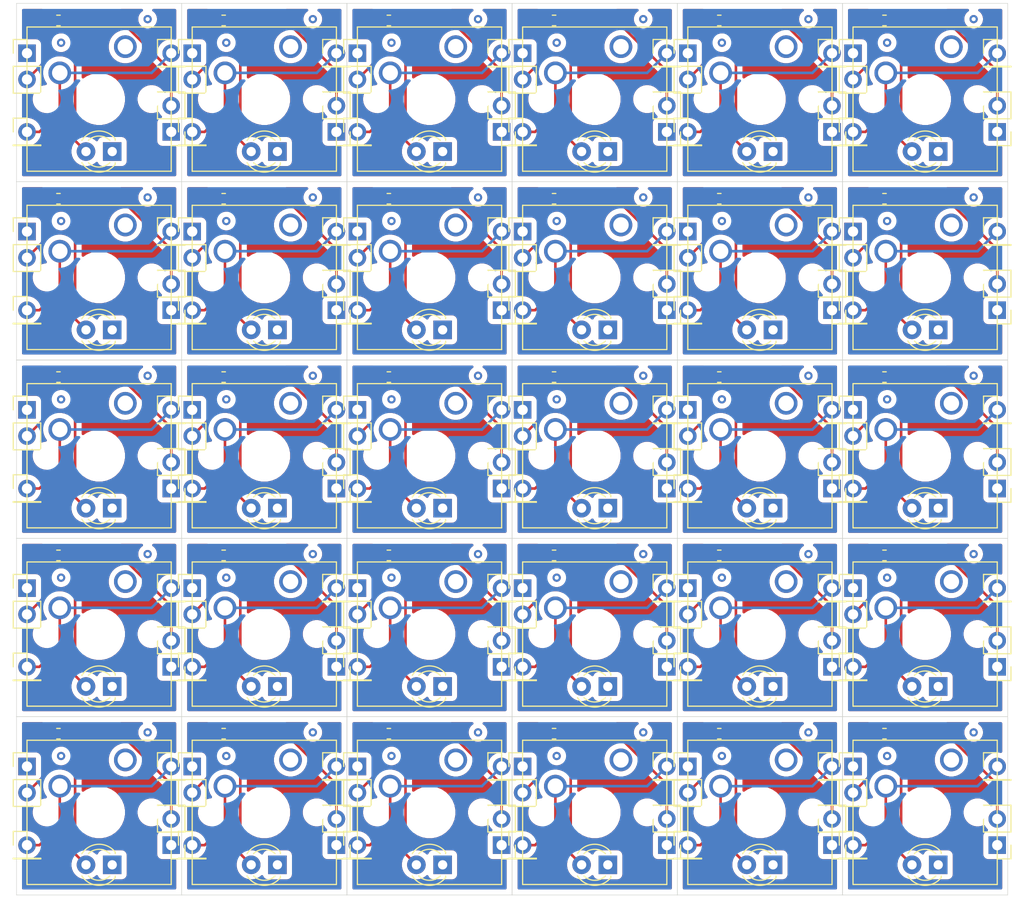
<source format=kicad_pcb>
(kicad_pcb (version 20171130) (host pcbnew 5.1.0)
  (layers (0 F.Cu signal) (31 B.Cu signal) (34 B.Paste user hide) (35 F.Paste user hide) (36 B.SilkS user hide) (37 F.SilkS user hide) (38 B.Mask user hide) (39 F.Mask user hide) (44 Edge.Cuts user))
  (net 0 "")
  (module Button_Switch_Keyboard:SW_Cherry_MX_1.00u_PCB (layer F.Cu) (at 23.241 85.979)
    (fp_text reference SW1 hide)
    (fp_text value SW_Push)
    (pad "" np_thru_hole circle (at 2.54 5.08) (size 1.7 1.7) (drill 1.7) (layers *.Cu *.Mask))
    (pad "" np_thru_hole circle (at -7.62 5.08) (size 1.7 1.7) (drill 1.7) (layers *.Cu *.Mask))
    (pad "" np_thru_hole circle (at -2.54 5.08) (size 4 4) (drill 4) (layers *.Cu *.Mask))
    (pad 2 thru_hole circle (at -6.35 2.54) (size 2.2 2.2) (drill 1.5) (layers *.Cu *.Mask))
    (pad 1 thru_hole circle (at 0 0) (size 2.2 2.2) (drill 1.5) (layers *.Cu *.Mask))
  )
  (module Connector_PinHeader_2.54mm:PinHeader_1x01_P2.54mm_Vertical (layer F.Cu) (at 107.696 86.614)
    (fp_text reference J11 hide)
    (fp_text value Conn_01x01_Male)
    (pad 1 thru_hole circle (at 0 0) (size 1.7 1.7) (drill 1) (layers *.Cu *.Mask))
  )
  (module Connector_PinHeader_2.54mm:PinHeader_1x01_P2.54mm_Vertical (layer F.Cu) (at 91.694 86.614)
    (fp_text reference J11 hide)
    (fp_text value Conn_01x01_Male)
    (pad 1 thru_hole circle (at 0 0) (size 1.7 1.7) (drill 1) (layers *.Cu *.Mask))
  )
  (module Connector_PinHeader_2.54mm:PinHeader_1x01_P2.54mm_Vertical (layer F.Cu) (at 77.724 94.234)
    (fp_text reference J9 hide)
    (fp_text value Conn_01x01_Male)
    (pad 1 thru_hole circle (at 0 0) (size 1.7 1.7) (drill 1) (layers *.Cu *.Mask))
  )
  (module Resistor_SMD:R_0603_1608Metric_Pad1.05x0.95mm_HandSolder (layer F.Cu) (at 16.764 83.439 180)
    (fp_text reference R4 hide)
    (fp_text value 100)
    (pad 2 smd roundrect (at 0.875 0 180) (size 1.05 0.95) (layers F.Cu F.Paste F.Mask))
    (pad 1 smd roundrect (at -0.875 0 180) (size 1.05 0.95) (layers F.Cu F.Paste F.Mask))
  )
  (module Button_Switch_Keyboard:SW_Cherry_MX_1.00u_PCB (layer F.Cu) (at 103.251 85.979)
    (fp_text reference SW1 hide)
    (fp_text value SW_Push)
    (pad 1 thru_hole circle (at 0 0) (size 2.2 2.2) (drill 1.5) (layers *.Cu *.Mask))
    (pad 2 thru_hole circle (at -6.35 2.54) (size 2.2 2.2) (drill 1.5) (layers *.Cu *.Mask))
    (pad "" np_thru_hole circle (at -2.54 5.08) (size 4 4) (drill 4) (layers *.Cu *.Mask))
    (pad "" np_thru_hole circle (at -7.62 5.08) (size 1.7 1.7) (drill 1.7) (layers *.Cu *.Mask))
    (pad "" np_thru_hole circle (at 2.54 5.08) (size 1.7 1.7) (drill 1.7) (layers *.Cu *.Mask))
  )
  (module LED_THT:LED_D3.0mm (layer F.Cu) (at 21.971 96.139 180)
    (fp_text reference D4 hide)
    (fp_text value LED)
    (pad 2 thru_hole circle (at 2.54 0 180) (size 1.8 1.8) (drill 0.9) (layers *.Cu *.Mask))
    (pad 1 thru_hole rect (at 0 0 180) (size 1.8 1.8) (drill 0.9) (layers *.Cu *.Mask))
  )
  (module Connector_PinHeader_2.54mm:PinHeader_1x01_P2.54mm_Vertical (layer F.Cu) (at 27.686 86.614)
    (fp_text reference J11 hide)
    (fp_text value Conn_01x01_Male)
    (pad 1 thru_hole circle (at 0 0) (size 1.7 1.7) (drill 1) (layers *.Cu *.Mask))
  )
  (module Connector_PinHeader_2.54mm:PinHeader_1x02_P2.54mm_Vertical (layer F.Cu) (at 13.716 86.614)
    (fp_text reference J10 hide)
    (fp_text value Conn_01x02_Male)
    (pad 2 thru_hole oval (at 0 2.54) (size 1.7 1.7) (drill 1) (layers *.Cu *.Mask))
    (pad 1 thru_hole rect (at 0 0) (size 1.7 1.7) (drill 1) (layers *.Cu *.Mask))
  )
  (module Connector_PinHeader_2.54mm:PinHeader_1x01_P2.54mm_Vertical (layer F.Cu) (at 13.716 94.234)
    (fp_text reference J9 hide)
    (fp_text value Conn_01x01_Male)
    (pad 1 thru_hole circle (at 0 0) (size 1.7 1.7) (drill 1) (layers *.Cu *.Mask))
  )
  (module LED_THT:LED_D3.0mm (layer F.Cu) (at 101.981 96.139 180)
    (fp_text reference D4 hide)
    (fp_text value LED)
    (pad 1 thru_hole rect (at 0 0 180) (size 1.8 1.8) (drill 0.9) (layers *.Cu *.Mask))
    (pad 2 thru_hole circle (at 2.54 0 180) (size 1.8 1.8) (drill 0.9) (layers *.Cu *.Mask))
  )
  (module Resistor_SMD:R_0603_1608Metric_Pad1.05x0.95mm_HandSolder (layer F.Cu) (at 80.772 83.439 180)
    (fp_text reference R4 hide)
    (fp_text value 100)
    (pad 1 smd roundrect (at -0.875 0 180) (size 1.05 0.95) (layers F.Cu F.Paste F.Mask))
    (pad 2 smd roundrect (at 0.875 0 180) (size 1.05 0.95) (layers F.Cu F.Paste F.Mask))
  )
  (module Connector_PinHeader_2.54mm:PinHeader_1x02_P2.54mm_Vertical (layer F.Cu) (at 61.722 86.614)
    (fp_text reference J10 hide)
    (fp_text value Conn_01x02_Male)
    (pad 1 thru_hole rect (at 0 0) (size 1.7 1.7) (drill 1) (layers *.Cu *.Mask))
    (pad 2 thru_hole oval (at 0 2.54) (size 1.7 1.7) (drill 1) (layers *.Cu *.Mask))
  )
  (module Connector_PinHeader_2.54mm:PinHeader_1x02_P2.54mm_Vertical (layer F.Cu) (at 107.696 94.234 180)
    (fp_text reference J12 hide)
    (fp_text value Conn_01x02_Male)
    (pad 1 thru_hole rect (at 0 0 180) (size 1.7 1.7) (drill 1) (layers *.Cu *.Mask))
    (pad 2 thru_hole oval (at 0 2.54 180) (size 1.7 1.7) (drill 1) (layers *.Cu *.Mask))
  )
  (module Resistor_SMD:R_0603_1608Metric_Pad1.05x0.95mm_HandSolder (layer F.Cu) (at 96.774 83.439 180)
    (fp_text reference R4 hide)
    (fp_text value 100)
    (pad 1 smd roundrect (at -0.875 0 180) (size 1.05 0.95) (layers F.Cu F.Paste F.Mask))
    (pad 2 smd roundrect (at 0.875 0 180) (size 1.05 0.95) (layers F.Cu F.Paste F.Mask))
  )
  (module LED_THT:LED_D3.0mm (layer F.Cu) (at 69.977 96.139 180)
    (fp_text reference D4 hide)
    (fp_text value LED)
    (pad 1 thru_hole rect (at 0 0 180) (size 1.8 1.8) (drill 0.9) (layers *.Cu *.Mask))
    (pad 2 thru_hole circle (at 2.54 0 180) (size 1.8 1.8) (drill 0.9) (layers *.Cu *.Mask))
  )
  (module Connector_PinHeader_2.54mm:PinHeader_1x01_P2.54mm_Vertical (layer F.Cu) (at 45.72 94.234)
    (fp_text reference J9 hide)
    (fp_text value Conn_01x01_Male)
    (pad 1 thru_hole circle (at 0 0) (size 1.7 1.7) (drill 1) (layers *.Cu *.Mask))
  )
  (module Connector_PinHeader_2.54mm:PinHeader_1x01_P2.54mm_Vertical (layer F.Cu) (at 29.718 94.234)
    (fp_text reference J9 hide)
    (fp_text value Conn_01x01_Male)
    (pad 1 thru_hole circle (at 0 0) (size 1.7 1.7) (drill 1) (layers *.Cu *.Mask))
  )
  (module Resistor_SMD:R_0603_1608Metric_Pad1.05x0.95mm_HandSolder (layer F.Cu) (at 32.766 83.439 180)
    (fp_text reference R4 hide)
    (fp_text value 100)
    (pad 2 smd roundrect (at 0.875 0 180) (size 1.05 0.95) (layers F.Cu F.Paste F.Mask))
    (pad 1 smd roundrect (at -0.875 0 180) (size 1.05 0.95) (layers F.Cu F.Paste F.Mask))
  )
  (module Button_Switch_Keyboard:SW_Cherry_MX_1.00u_PCB (layer F.Cu) (at 87.249 85.979)
    (fp_text reference SW1 hide)
    (fp_text value SW_Push)
    (pad 1 thru_hole circle (at 0 0) (size 2.2 2.2) (drill 1.5) (layers *.Cu *.Mask))
    (pad 2 thru_hole circle (at -6.35 2.54) (size 2.2 2.2) (drill 1.5) (layers *.Cu *.Mask))
    (pad "" np_thru_hole circle (at -2.54 5.08) (size 4 4) (drill 4) (layers *.Cu *.Mask))
    (pad "" np_thru_hole circle (at -7.62 5.08) (size 1.7 1.7) (drill 1.7) (layers *.Cu *.Mask))
    (pad "" np_thru_hole circle (at 2.54 5.08) (size 1.7 1.7) (drill 1.7) (layers *.Cu *.Mask))
  )
  (module Connector_PinHeader_2.54mm:PinHeader_1x02_P2.54mm_Vertical (layer F.Cu) (at 43.688 94.234 180)
    (fp_text reference J12 hide)
    (fp_text value Conn_01x02_Male)
    (pad 2 thru_hole oval (at 0 2.54 180) (size 1.7 1.7) (drill 1) (layers *.Cu *.Mask))
    (pad 1 thru_hole rect (at 0 0 180) (size 1.7 1.7) (drill 1) (layers *.Cu *.Mask))
  )
  (module Connector_PinHeader_2.54mm:PinHeader_1x01_P2.54mm_Vertical (layer F.Cu) (at 93.726 94.234)
    (fp_text reference J9 hide)
    (fp_text value Conn_01x01_Male)
    (pad 1 thru_hole circle (at 0 0) (size 1.7 1.7) (drill 1) (layers *.Cu *.Mask))
  )
  (module Connector_PinHeader_2.54mm:PinHeader_1x01_P2.54mm_Vertical (layer F.Cu) (at 43.688 86.614)
    (fp_text reference J11 hide)
    (fp_text value Conn_01x01_Male)
    (pad 1 thru_hole circle (at 0 0) (size 1.7 1.7) (drill 1) (layers *.Cu *.Mask))
  )
  (module LED_THT:LED_D3.0mm (layer F.Cu) (at 85.979 96.139 180)
    (fp_text reference D4 hide)
    (fp_text value LED)
    (pad 1 thru_hole rect (at 0 0 180) (size 1.8 1.8) (drill 0.9) (layers *.Cu *.Mask))
    (pad 2 thru_hole circle (at 2.54 0 180) (size 1.8 1.8) (drill 0.9) (layers *.Cu *.Mask))
  )
  (module Connector_PinHeader_2.54mm:PinHeader_1x02_P2.54mm_Vertical (layer F.Cu) (at 77.724 86.614)
    (fp_text reference J10 hide)
    (fp_text value Conn_01x02_Male)
    (pad 1 thru_hole rect (at 0 0) (size 1.7 1.7) (drill 1) (layers *.Cu *.Mask))
    (pad 2 thru_hole oval (at 0 2.54) (size 1.7 1.7) (drill 1) (layers *.Cu *.Mask))
  )
  (module Button_Switch_Keyboard:SW_Cherry_MX_1.00u_PCB (layer F.Cu) (at 39.243 85.979)
    (fp_text reference SW1 hide)
    (fp_text value SW_Push)
    (pad "" np_thru_hole circle (at 2.54 5.08) (size 1.7 1.7) (drill 1.7) (layers *.Cu *.Mask))
    (pad "" np_thru_hole circle (at -7.62 5.08) (size 1.7 1.7) (drill 1.7) (layers *.Cu *.Mask))
    (pad "" np_thru_hole circle (at -2.54 5.08) (size 4 4) (drill 4) (layers *.Cu *.Mask))
    (pad 2 thru_hole circle (at -6.35 2.54) (size 2.2 2.2) (drill 1.5) (layers *.Cu *.Mask))
    (pad 1 thru_hole circle (at 0 0) (size 2.2 2.2) (drill 1.5) (layers *.Cu *.Mask))
  )
  (module Connector_PinHeader_2.54mm:PinHeader_1x02_P2.54mm_Vertical (layer F.Cu) (at 45.72 86.614)
    (fp_text reference J10 hide)
    (fp_text value Conn_01x02_Male)
    (pad 1 thru_hole rect (at 0 0) (size 1.7 1.7) (drill 1) (layers *.Cu *.Mask))
    (pad 2 thru_hole oval (at 0 2.54) (size 1.7 1.7) (drill 1) (layers *.Cu *.Mask))
  )
  (module Connector_PinHeader_2.54mm:PinHeader_1x02_P2.54mm_Vertical (layer F.Cu) (at 29.718 86.614)
    (fp_text reference J10 hide)
    (fp_text value Conn_01x02_Male)
    (pad 2 thru_hole oval (at 0 2.54) (size 1.7 1.7) (drill 1) (layers *.Cu *.Mask))
    (pad 1 thru_hole rect (at 0 0) (size 1.7 1.7) (drill 1) (layers *.Cu *.Mask))
  )
  (module Connector_PinHeader_2.54mm:PinHeader_1x02_P2.54mm_Vertical (layer F.Cu) (at 59.69 94.234 180)
    (fp_text reference J12 hide)
    (fp_text value Conn_01x02_Male)
    (pad 1 thru_hole rect (at 0 0 180) (size 1.7 1.7) (drill 1) (layers *.Cu *.Mask))
    (pad 2 thru_hole oval (at 0 2.54 180) (size 1.7 1.7) (drill 1) (layers *.Cu *.Mask))
  )
  (module Connector_PinHeader_2.54mm:PinHeader_1x02_P2.54mm_Vertical (layer F.Cu) (at 91.694 94.234 180)
    (fp_text reference J12 hide)
    (fp_text value Conn_01x02_Male)
    (pad 1 thru_hole rect (at 0 0 180) (size 1.7 1.7) (drill 1) (layers *.Cu *.Mask))
    (pad 2 thru_hole oval (at 0 2.54 180) (size 1.7 1.7) (drill 1) (layers *.Cu *.Mask))
  )
  (module LED_THT:LED_D3.0mm (layer F.Cu) (at 53.975 96.139 180)
    (fp_text reference D4 hide)
    (fp_text value LED)
    (pad 1 thru_hole rect (at 0 0 180) (size 1.8 1.8) (drill 0.9) (layers *.Cu *.Mask))
    (pad 2 thru_hole circle (at 2.54 0 180) (size 1.8 1.8) (drill 0.9) (layers *.Cu *.Mask))
  )
  (module LED_THT:LED_D3.0mm (layer F.Cu) (at 37.973 96.139 180)
    (fp_text reference D4 hide)
    (fp_text value LED)
    (pad 2 thru_hole circle (at 2.54 0 180) (size 1.8 1.8) (drill 0.9) (layers *.Cu *.Mask))
    (pad 1 thru_hole rect (at 0 0 180) (size 1.8 1.8) (drill 0.9) (layers *.Cu *.Mask))
  )
  (module Connector_PinHeader_2.54mm:PinHeader_1x02_P2.54mm_Vertical (layer F.Cu) (at 93.726 86.614)
    (fp_text reference J10 hide)
    (fp_text value Conn_01x02_Male)
    (pad 1 thru_hole rect (at 0 0) (size 1.7 1.7) (drill 1) (layers *.Cu *.Mask))
    (pad 2 thru_hole oval (at 0 2.54) (size 1.7 1.7) (drill 1) (layers *.Cu *.Mask))
  )
  (module Connector_PinHeader_2.54mm:PinHeader_1x02_P2.54mm_Vertical (layer F.Cu) (at 75.692 94.234 180)
    (fp_text reference J12 hide)
    (fp_text value Conn_01x02_Male)
    (pad 1 thru_hole rect (at 0 0 180) (size 1.7 1.7) (drill 1) (layers *.Cu *.Mask))
    (pad 2 thru_hole oval (at 0 2.54 180) (size 1.7 1.7) (drill 1) (layers *.Cu *.Mask))
  )
  (module Button_Switch_Keyboard:SW_Cherry_MX_1.00u_PCB (layer F.Cu) (at 71.247 85.979)
    (fp_text reference SW1 hide)
    (fp_text value SW_Push)
    (pad 1 thru_hole circle (at 0 0) (size 2.2 2.2) (drill 1.5) (layers *.Cu *.Mask))
    (pad 2 thru_hole circle (at -6.35 2.54) (size 2.2 2.2) (drill 1.5) (layers *.Cu *.Mask))
    (pad "" np_thru_hole circle (at -2.54 5.08) (size 4 4) (drill 4) (layers *.Cu *.Mask))
    (pad "" np_thru_hole circle (at -7.62 5.08) (size 1.7 1.7) (drill 1.7) (layers *.Cu *.Mask))
    (pad "" np_thru_hole circle (at 2.54 5.08) (size 1.7 1.7) (drill 1.7) (layers *.Cu *.Mask))
  )
  (module Resistor_SMD:R_0603_1608Metric_Pad1.05x0.95mm_HandSolder (layer F.Cu) (at 64.77 83.439 180)
    (fp_text reference R4 hide)
    (fp_text value 100)
    (pad 1 smd roundrect (at -0.875 0 180) (size 1.05 0.95) (layers F.Cu F.Paste F.Mask))
    (pad 2 smd roundrect (at 0.875 0 180) (size 1.05 0.95) (layers F.Cu F.Paste F.Mask))
  )
  (module Connector_PinHeader_2.54mm:PinHeader_1x02_P2.54mm_Vertical (layer F.Cu) (at 27.686 94.234 180)
    (fp_text reference J12 hide)
    (fp_text value Conn_01x02_Male)
    (pad 2 thru_hole oval (at 0 2.54 180) (size 1.7 1.7) (drill 1) (layers *.Cu *.Mask))
    (pad 1 thru_hole rect (at 0 0 180) (size 1.7 1.7) (drill 1) (layers *.Cu *.Mask))
  )
  (module Connector_PinHeader_2.54mm:PinHeader_1x01_P2.54mm_Vertical (layer F.Cu) (at 61.722 94.234)
    (fp_text reference J9 hide)
    (fp_text value Conn_01x01_Male)
    (pad 1 thru_hole circle (at 0 0) (size 1.7 1.7) (drill 1) (layers *.Cu *.Mask))
  )
  (module Button_Switch_Keyboard:SW_Cherry_MX_1.00u_PCB (layer F.Cu) (at 55.245 85.979)
    (fp_text reference SW1 hide)
    (fp_text value SW_Push)
    (pad 1 thru_hole circle (at 0 0) (size 2.2 2.2) (drill 1.5) (layers *.Cu *.Mask))
    (pad 2 thru_hole circle (at -6.35 2.54) (size 2.2 2.2) (drill 1.5) (layers *.Cu *.Mask))
    (pad "" np_thru_hole circle (at -2.54 5.08) (size 4 4) (drill 4) (layers *.Cu *.Mask))
    (pad "" np_thru_hole circle (at -7.62 5.08) (size 1.7 1.7) (drill 1.7) (layers *.Cu *.Mask))
    (pad "" np_thru_hole circle (at 2.54 5.08) (size 1.7 1.7) (drill 1.7) (layers *.Cu *.Mask))
  )
  (module Connector_PinHeader_2.54mm:PinHeader_1x01_P2.54mm_Vertical (layer F.Cu) (at 75.692 86.614)
    (fp_text reference J11 hide)
    (fp_text value Conn_01x01_Male)
    (pad 1 thru_hole circle (at 0 0) (size 1.7 1.7) (drill 1) (layers *.Cu *.Mask))
  )
  (module Connector_PinHeader_2.54mm:PinHeader_1x01_P2.54mm_Vertical (layer F.Cu) (at 59.69 86.614)
    (fp_text reference J11 hide)
    (fp_text value Conn_01x01_Male)
    (pad 1 thru_hole circle (at 0 0) (size 1.7 1.7) (drill 1) (layers *.Cu *.Mask))
  )
  (module Resistor_SMD:R_0603_1608Metric_Pad1.05x0.95mm_HandSolder (layer F.Cu) (at 48.768 83.439 180)
    (fp_text reference R4 hide)
    (fp_text value 100)
    (pad 1 smd roundrect (at -0.875 0 180) (size 1.05 0.95) (layers F.Cu F.Paste F.Mask))
    (pad 2 smd roundrect (at 0.875 0 180) (size 1.05 0.95) (layers F.Cu F.Paste F.Mask))
  )
  (module Button_Switch_Keyboard:SW_Cherry_MX_1.00u_PCB (layer F.Cu) (at 23.241 68.707)
    (fp_text reference SW1 hide)
    (fp_text value SW_Push)
    (pad "" np_thru_hole circle (at 2.54 5.08) (size 1.7 1.7) (drill 1.7) (layers *.Cu *.Mask))
    (pad "" np_thru_hole circle (at -7.62 5.08) (size 1.7 1.7) (drill 1.7) (layers *.Cu *.Mask))
    (pad "" np_thru_hole circle (at -2.54 5.08) (size 4 4) (drill 4) (layers *.Cu *.Mask))
    (pad 2 thru_hole circle (at -6.35 2.54) (size 2.2 2.2) (drill 1.5) (layers *.Cu *.Mask))
    (pad 1 thru_hole circle (at 0 0) (size 2.2 2.2) (drill 1.5) (layers *.Cu *.Mask))
  )
  (module Connector_PinHeader_2.54mm:PinHeader_1x01_P2.54mm_Vertical (layer F.Cu) (at 107.696 69.342)
    (fp_text reference J11 hide)
    (fp_text value Conn_01x01_Male)
    (pad 1 thru_hole circle (at 0 0) (size 1.7 1.7) (drill 1) (layers *.Cu *.Mask))
  )
  (module Connector_PinHeader_2.54mm:PinHeader_1x01_P2.54mm_Vertical (layer F.Cu) (at 91.694 69.342)
    (fp_text reference J11 hide)
    (fp_text value Conn_01x01_Male)
    (pad 1 thru_hole circle (at 0 0) (size 1.7 1.7) (drill 1) (layers *.Cu *.Mask))
  )
  (module Connector_PinHeader_2.54mm:PinHeader_1x01_P2.54mm_Vertical (layer F.Cu) (at 77.724 76.962)
    (fp_text reference J9 hide)
    (fp_text value Conn_01x01_Male)
    (pad 1 thru_hole circle (at 0 0) (size 1.7 1.7) (drill 1) (layers *.Cu *.Mask))
  )
  (module Resistor_SMD:R_0603_1608Metric_Pad1.05x0.95mm_HandSolder (layer F.Cu) (at 16.764 66.167 180)
    (fp_text reference R4 hide)
    (fp_text value 100)
    (pad 2 smd roundrect (at 0.875 0 180) (size 1.05 0.95) (layers F.Cu F.Paste F.Mask))
    (pad 1 smd roundrect (at -0.875 0 180) (size 1.05 0.95) (layers F.Cu F.Paste F.Mask))
  )
  (module Button_Switch_Keyboard:SW_Cherry_MX_1.00u_PCB (layer F.Cu) (at 103.251 68.707)
    (fp_text reference SW1 hide)
    (fp_text value SW_Push)
    (pad 1 thru_hole circle (at 0 0) (size 2.2 2.2) (drill 1.5) (layers *.Cu *.Mask))
    (pad 2 thru_hole circle (at -6.35 2.54) (size 2.2 2.2) (drill 1.5) (layers *.Cu *.Mask))
    (pad "" np_thru_hole circle (at -2.54 5.08) (size 4 4) (drill 4) (layers *.Cu *.Mask))
    (pad "" np_thru_hole circle (at -7.62 5.08) (size 1.7 1.7) (drill 1.7) (layers *.Cu *.Mask))
    (pad "" np_thru_hole circle (at 2.54 5.08) (size 1.7 1.7) (drill 1.7) (layers *.Cu *.Mask))
  )
  (module LED_THT:LED_D3.0mm (layer F.Cu) (at 21.971 78.867 180)
    (fp_text reference D4 hide)
    (fp_text value LED)
    (pad 2 thru_hole circle (at 2.54 0 180) (size 1.8 1.8) (drill 0.9) (layers *.Cu *.Mask))
    (pad 1 thru_hole rect (at 0 0 180) (size 1.8 1.8) (drill 0.9) (layers *.Cu *.Mask))
  )
  (module Connector_PinHeader_2.54mm:PinHeader_1x01_P2.54mm_Vertical (layer F.Cu) (at 27.686 69.342)
    (fp_text reference J11 hide)
    (fp_text value Conn_01x01_Male)
    (pad 1 thru_hole circle (at 0 0) (size 1.7 1.7) (drill 1) (layers *.Cu *.Mask))
  )
  (module Connector_PinHeader_2.54mm:PinHeader_1x02_P2.54mm_Vertical (layer F.Cu) (at 13.716 69.342)
    (fp_text reference J10 hide)
    (fp_text value Conn_01x02_Male)
    (pad 2 thru_hole oval (at 0 2.54) (size 1.7 1.7) (drill 1) (layers *.Cu *.Mask))
    (pad 1 thru_hole rect (at 0 0) (size 1.7 1.7) (drill 1) (layers *.Cu *.Mask))
  )
  (module Connector_PinHeader_2.54mm:PinHeader_1x01_P2.54mm_Vertical (layer F.Cu) (at 13.716 76.962)
    (fp_text reference J9 hide)
    (fp_text value Conn_01x01_Male)
    (pad 1 thru_hole circle (at 0 0) (size 1.7 1.7) (drill 1) (layers *.Cu *.Mask))
  )
  (module LED_THT:LED_D3.0mm (layer F.Cu) (at 101.981 78.867 180)
    (fp_text reference D4 hide)
    (fp_text value LED)
    (pad 1 thru_hole rect (at 0 0 180) (size 1.8 1.8) (drill 0.9) (layers *.Cu *.Mask))
    (pad 2 thru_hole circle (at 2.54 0 180) (size 1.8 1.8) (drill 0.9) (layers *.Cu *.Mask))
  )
  (module Resistor_SMD:R_0603_1608Metric_Pad1.05x0.95mm_HandSolder (layer F.Cu) (at 80.772 66.167 180)
    (fp_text reference R4 hide)
    (fp_text value 100)
    (pad 1 smd roundrect (at -0.875 0 180) (size 1.05 0.95) (layers F.Cu F.Paste F.Mask))
    (pad 2 smd roundrect (at 0.875 0 180) (size 1.05 0.95) (layers F.Cu F.Paste F.Mask))
  )
  (module Connector_PinHeader_2.54mm:PinHeader_1x02_P2.54mm_Vertical (layer F.Cu) (at 61.722 69.342)
    (fp_text reference J10 hide)
    (fp_text value Conn_01x02_Male)
    (pad 1 thru_hole rect (at 0 0) (size 1.7 1.7) (drill 1) (layers *.Cu *.Mask))
    (pad 2 thru_hole oval (at 0 2.54) (size 1.7 1.7) (drill 1) (layers *.Cu *.Mask))
  )
  (module Connector_PinHeader_2.54mm:PinHeader_1x02_P2.54mm_Vertical (layer F.Cu) (at 107.696 76.962 180)
    (fp_text reference J12 hide)
    (fp_text value Conn_01x02_Male)
    (pad 1 thru_hole rect (at 0 0 180) (size 1.7 1.7) (drill 1) (layers *.Cu *.Mask))
    (pad 2 thru_hole oval (at 0 2.54 180) (size 1.7 1.7) (drill 1) (layers *.Cu *.Mask))
  )
  (module Resistor_SMD:R_0603_1608Metric_Pad1.05x0.95mm_HandSolder (layer F.Cu) (at 96.774 66.167 180)
    (fp_text reference R4 hide)
    (fp_text value 100)
    (pad 1 smd roundrect (at -0.875 0 180) (size 1.05 0.95) (layers F.Cu F.Paste F.Mask))
    (pad 2 smd roundrect (at 0.875 0 180) (size 1.05 0.95) (layers F.Cu F.Paste F.Mask))
  )
  (module LED_THT:LED_D3.0mm (layer F.Cu) (at 69.977 78.867 180)
    (fp_text reference D4 hide)
    (fp_text value LED)
    (pad 1 thru_hole rect (at 0 0 180) (size 1.8 1.8) (drill 0.9) (layers *.Cu *.Mask))
    (pad 2 thru_hole circle (at 2.54 0 180) (size 1.8 1.8) (drill 0.9) (layers *.Cu *.Mask))
  )
  (module Connector_PinHeader_2.54mm:PinHeader_1x01_P2.54mm_Vertical (layer F.Cu) (at 45.72 76.962)
    (fp_text reference J9 hide)
    (fp_text value Conn_01x01_Male)
    (pad 1 thru_hole circle (at 0 0) (size 1.7 1.7) (drill 1) (layers *.Cu *.Mask))
  )
  (module Connector_PinHeader_2.54mm:PinHeader_1x01_P2.54mm_Vertical (layer F.Cu) (at 29.718 76.962)
    (fp_text reference J9 hide)
    (fp_text value Conn_01x01_Male)
    (pad 1 thru_hole circle (at 0 0) (size 1.7 1.7) (drill 1) (layers *.Cu *.Mask))
  )
  (module Resistor_SMD:R_0603_1608Metric_Pad1.05x0.95mm_HandSolder (layer F.Cu) (at 32.766 66.167 180)
    (fp_text reference R4 hide)
    (fp_text value 100)
    (pad 2 smd roundrect (at 0.875 0 180) (size 1.05 0.95) (layers F.Cu F.Paste F.Mask))
    (pad 1 smd roundrect (at -0.875 0 180) (size 1.05 0.95) (layers F.Cu F.Paste F.Mask))
  )
  (module Button_Switch_Keyboard:SW_Cherry_MX_1.00u_PCB (layer F.Cu) (at 87.249 68.707)
    (fp_text reference SW1 hide)
    (fp_text value SW_Push)
    (pad 1 thru_hole circle (at 0 0) (size 2.2 2.2) (drill 1.5) (layers *.Cu *.Mask))
    (pad 2 thru_hole circle (at -6.35 2.54) (size 2.2 2.2) (drill 1.5) (layers *.Cu *.Mask))
    (pad "" np_thru_hole circle (at -2.54 5.08) (size 4 4) (drill 4) (layers *.Cu *.Mask))
    (pad "" np_thru_hole circle (at -7.62 5.08) (size 1.7 1.7) (drill 1.7) (layers *.Cu *.Mask))
    (pad "" np_thru_hole circle (at 2.54 5.08) (size 1.7 1.7) (drill 1.7) (layers *.Cu *.Mask))
  )
  (module Connector_PinHeader_2.54mm:PinHeader_1x02_P2.54mm_Vertical (layer F.Cu) (at 43.688 76.962 180)
    (fp_text reference J12 hide)
    (fp_text value Conn_01x02_Male)
    (pad 2 thru_hole oval (at 0 2.54 180) (size 1.7 1.7) (drill 1) (layers *.Cu *.Mask))
    (pad 1 thru_hole rect (at 0 0 180) (size 1.7 1.7) (drill 1) (layers *.Cu *.Mask))
  )
  (module Connector_PinHeader_2.54mm:PinHeader_1x01_P2.54mm_Vertical (layer F.Cu) (at 93.726 76.962)
    (fp_text reference J9 hide)
    (fp_text value Conn_01x01_Male)
    (pad 1 thru_hole circle (at 0 0) (size 1.7 1.7) (drill 1) (layers *.Cu *.Mask))
  )
  (module Connector_PinHeader_2.54mm:PinHeader_1x01_P2.54mm_Vertical (layer F.Cu) (at 43.688 69.342)
    (fp_text reference J11 hide)
    (fp_text value Conn_01x01_Male)
    (pad 1 thru_hole circle (at 0 0) (size 1.7 1.7) (drill 1) (layers *.Cu *.Mask))
  )
  (module LED_THT:LED_D3.0mm (layer F.Cu) (at 85.979 78.867 180)
    (fp_text reference D4 hide)
    (fp_text value LED)
    (pad 1 thru_hole rect (at 0 0 180) (size 1.8 1.8) (drill 0.9) (layers *.Cu *.Mask))
    (pad 2 thru_hole circle (at 2.54 0 180) (size 1.8 1.8) (drill 0.9) (layers *.Cu *.Mask))
  )
  (module Connector_PinHeader_2.54mm:PinHeader_1x02_P2.54mm_Vertical (layer F.Cu) (at 77.724 69.342)
    (fp_text reference J10 hide)
    (fp_text value Conn_01x02_Male)
    (pad 1 thru_hole rect (at 0 0) (size 1.7 1.7) (drill 1) (layers *.Cu *.Mask))
    (pad 2 thru_hole oval (at 0 2.54) (size 1.7 1.7) (drill 1) (layers *.Cu *.Mask))
  )
  (module Button_Switch_Keyboard:SW_Cherry_MX_1.00u_PCB (layer F.Cu) (at 39.243 68.707)
    (fp_text reference SW1 hide)
    (fp_text value SW_Push)
    (pad "" np_thru_hole circle (at 2.54 5.08) (size 1.7 1.7) (drill 1.7) (layers *.Cu *.Mask))
    (pad "" np_thru_hole circle (at -7.62 5.08) (size 1.7 1.7) (drill 1.7) (layers *.Cu *.Mask))
    (pad "" np_thru_hole circle (at -2.54 5.08) (size 4 4) (drill 4) (layers *.Cu *.Mask))
    (pad 2 thru_hole circle (at -6.35 2.54) (size 2.2 2.2) (drill 1.5) (layers *.Cu *.Mask))
    (pad 1 thru_hole circle (at 0 0) (size 2.2 2.2) (drill 1.5) (layers *.Cu *.Mask))
  )
  (module Connector_PinHeader_2.54mm:PinHeader_1x02_P2.54mm_Vertical (layer F.Cu) (at 45.72 69.342)
    (fp_text reference J10 hide)
    (fp_text value Conn_01x02_Male)
    (pad 1 thru_hole rect (at 0 0) (size 1.7 1.7) (drill 1) (layers *.Cu *.Mask))
    (pad 2 thru_hole oval (at 0 2.54) (size 1.7 1.7) (drill 1) (layers *.Cu *.Mask))
  )
  (module Connector_PinHeader_2.54mm:PinHeader_1x02_P2.54mm_Vertical (layer F.Cu) (at 29.718 69.342)
    (fp_text reference J10 hide)
    (fp_text value Conn_01x02_Male)
    (pad 2 thru_hole oval (at 0 2.54) (size 1.7 1.7) (drill 1) (layers *.Cu *.Mask))
    (pad 1 thru_hole rect (at 0 0) (size 1.7 1.7) (drill 1) (layers *.Cu *.Mask))
  )
  (module Connector_PinHeader_2.54mm:PinHeader_1x02_P2.54mm_Vertical (layer F.Cu) (at 59.69 76.962 180)
    (fp_text reference J12 hide)
    (fp_text value Conn_01x02_Male)
    (pad 1 thru_hole rect (at 0 0 180) (size 1.7 1.7) (drill 1) (layers *.Cu *.Mask))
    (pad 2 thru_hole oval (at 0 2.54 180) (size 1.7 1.7) (drill 1) (layers *.Cu *.Mask))
  )
  (module Connector_PinHeader_2.54mm:PinHeader_1x02_P2.54mm_Vertical (layer F.Cu) (at 91.694 76.962 180)
    (fp_text reference J12 hide)
    (fp_text value Conn_01x02_Male)
    (pad 1 thru_hole rect (at 0 0 180) (size 1.7 1.7) (drill 1) (layers *.Cu *.Mask))
    (pad 2 thru_hole oval (at 0 2.54 180) (size 1.7 1.7) (drill 1) (layers *.Cu *.Mask))
  )
  (module LED_THT:LED_D3.0mm (layer F.Cu) (at 53.975 78.867 180)
    (fp_text reference D4 hide)
    (fp_text value LED)
    (pad 1 thru_hole rect (at 0 0 180) (size 1.8 1.8) (drill 0.9) (layers *.Cu *.Mask))
    (pad 2 thru_hole circle (at 2.54 0 180) (size 1.8 1.8) (drill 0.9) (layers *.Cu *.Mask))
  )
  (module LED_THT:LED_D3.0mm (layer F.Cu) (at 37.973 78.867 180)
    (fp_text reference D4 hide)
    (fp_text value LED)
    (pad 2 thru_hole circle (at 2.54 0 180) (size 1.8 1.8) (drill 0.9) (layers *.Cu *.Mask))
    (pad 1 thru_hole rect (at 0 0 180) (size 1.8 1.8) (drill 0.9) (layers *.Cu *.Mask))
  )
  (module Connector_PinHeader_2.54mm:PinHeader_1x02_P2.54mm_Vertical (layer F.Cu) (at 93.726 69.342)
    (fp_text reference J10 hide)
    (fp_text value Conn_01x02_Male)
    (pad 1 thru_hole rect (at 0 0) (size 1.7 1.7) (drill 1) (layers *.Cu *.Mask))
    (pad 2 thru_hole oval (at 0 2.54) (size 1.7 1.7) (drill 1) (layers *.Cu *.Mask))
  )
  (module Connector_PinHeader_2.54mm:PinHeader_1x02_P2.54mm_Vertical (layer F.Cu) (at 75.692 76.962 180)
    (fp_text reference J12 hide)
    (fp_text value Conn_01x02_Male)
    (pad 1 thru_hole rect (at 0 0 180) (size 1.7 1.7) (drill 1) (layers *.Cu *.Mask))
    (pad 2 thru_hole oval (at 0 2.54 180) (size 1.7 1.7) (drill 1) (layers *.Cu *.Mask))
  )
  (module Button_Switch_Keyboard:SW_Cherry_MX_1.00u_PCB (layer F.Cu) (at 71.247 68.707)
    (fp_text reference SW1 hide)
    (fp_text value SW_Push)
    (pad 1 thru_hole circle (at 0 0) (size 2.2 2.2) (drill 1.5) (layers *.Cu *.Mask))
    (pad 2 thru_hole circle (at -6.35 2.54) (size 2.2 2.2) (drill 1.5) (layers *.Cu *.Mask))
    (pad "" np_thru_hole circle (at -2.54 5.08) (size 4 4) (drill 4) (layers *.Cu *.Mask))
    (pad "" np_thru_hole circle (at -7.62 5.08) (size 1.7 1.7) (drill 1.7) (layers *.Cu *.Mask))
    (pad "" np_thru_hole circle (at 2.54 5.08) (size 1.7 1.7) (drill 1.7) (layers *.Cu *.Mask))
  )
  (module Resistor_SMD:R_0603_1608Metric_Pad1.05x0.95mm_HandSolder (layer F.Cu) (at 64.77 66.167 180)
    (fp_text reference R4 hide)
    (fp_text value 100)
    (pad 1 smd roundrect (at -0.875 0 180) (size 1.05 0.95) (layers F.Cu F.Paste F.Mask))
    (pad 2 smd roundrect (at 0.875 0 180) (size 1.05 0.95) (layers F.Cu F.Paste F.Mask))
  )
  (module Connector_PinHeader_2.54mm:PinHeader_1x02_P2.54mm_Vertical (layer F.Cu) (at 27.686 76.962 180)
    (fp_text reference J12 hide)
    (fp_text value Conn_01x02_Male)
    (pad 2 thru_hole oval (at 0 2.54 180) (size 1.7 1.7) (drill 1) (layers *.Cu *.Mask))
    (pad 1 thru_hole rect (at 0 0 180) (size 1.7 1.7) (drill 1) (layers *.Cu *.Mask))
  )
  (module Connector_PinHeader_2.54mm:PinHeader_1x01_P2.54mm_Vertical (layer F.Cu) (at 61.722 76.962)
    (fp_text reference J9 hide)
    (fp_text value Conn_01x01_Male)
    (pad 1 thru_hole circle (at 0 0) (size 1.7 1.7) (drill 1) (layers *.Cu *.Mask))
  )
  (module Button_Switch_Keyboard:SW_Cherry_MX_1.00u_PCB (layer F.Cu) (at 55.245 68.707)
    (fp_text reference SW1 hide)
    (fp_text value SW_Push)
    (pad 1 thru_hole circle (at 0 0) (size 2.2 2.2) (drill 1.5) (layers *.Cu *.Mask))
    (pad 2 thru_hole circle (at -6.35 2.54) (size 2.2 2.2) (drill 1.5) (layers *.Cu *.Mask))
    (pad "" np_thru_hole circle (at -2.54 5.08) (size 4 4) (drill 4) (layers *.Cu *.Mask))
    (pad "" np_thru_hole circle (at -7.62 5.08) (size 1.7 1.7) (drill 1.7) (layers *.Cu *.Mask))
    (pad "" np_thru_hole circle (at 2.54 5.08) (size 1.7 1.7) (drill 1.7) (layers *.Cu *.Mask))
  )
  (module Connector_PinHeader_2.54mm:PinHeader_1x01_P2.54mm_Vertical (layer F.Cu) (at 75.692 69.342)
    (fp_text reference J11 hide)
    (fp_text value Conn_01x01_Male)
    (pad 1 thru_hole circle (at 0 0) (size 1.7 1.7) (drill 1) (layers *.Cu *.Mask))
  )
  (module Connector_PinHeader_2.54mm:PinHeader_1x01_P2.54mm_Vertical (layer F.Cu) (at 59.69 69.342)
    (fp_text reference J11 hide)
    (fp_text value Conn_01x01_Male)
    (pad 1 thru_hole circle (at 0 0) (size 1.7 1.7) (drill 1) (layers *.Cu *.Mask))
  )
  (module Resistor_SMD:R_0603_1608Metric_Pad1.05x0.95mm_HandSolder (layer F.Cu) (at 48.768 66.167 180)
    (fp_text reference R4 hide)
    (fp_text value 100)
    (pad 1 smd roundrect (at -0.875 0 180) (size 1.05 0.95) (layers F.Cu F.Paste F.Mask))
    (pad 2 smd roundrect (at 0.875 0 180) (size 1.05 0.95) (layers F.Cu F.Paste F.Mask))
  )
  (module Button_Switch_Keyboard:SW_Cherry_MX_1.00u_PCB (layer F.Cu) (at 23.241 51.435)
    (fp_text reference SW1 hide)
    (fp_text value SW_Push)
    (pad "" np_thru_hole circle (at 2.54 5.08) (size 1.7 1.7) (drill 1.7) (layers *.Cu *.Mask))
    (pad "" np_thru_hole circle (at -7.62 5.08) (size 1.7 1.7) (drill 1.7) (layers *.Cu *.Mask))
    (pad "" np_thru_hole circle (at -2.54 5.08) (size 4 4) (drill 4) (layers *.Cu *.Mask))
    (pad 2 thru_hole circle (at -6.35 2.54) (size 2.2 2.2) (drill 1.5) (layers *.Cu *.Mask))
    (pad 1 thru_hole circle (at 0 0) (size 2.2 2.2) (drill 1.5) (layers *.Cu *.Mask))
  )
  (module Connector_PinHeader_2.54mm:PinHeader_1x01_P2.54mm_Vertical (layer F.Cu) (at 107.696 52.07)
    (fp_text reference J11 hide)
    (fp_text value Conn_01x01_Male)
    (pad 1 thru_hole circle (at 0 0) (size 1.7 1.7) (drill 1) (layers *.Cu *.Mask))
  )
  (module Connector_PinHeader_2.54mm:PinHeader_1x01_P2.54mm_Vertical (layer F.Cu) (at 91.694 52.07)
    (fp_text reference J11 hide)
    (fp_text value Conn_01x01_Male)
    (pad 1 thru_hole circle (at 0 0) (size 1.7 1.7) (drill 1) (layers *.Cu *.Mask))
  )
  (module Connector_PinHeader_2.54mm:PinHeader_1x01_P2.54mm_Vertical (layer F.Cu) (at 77.724 59.69)
    (fp_text reference J9 hide)
    (fp_text value Conn_01x01_Male)
    (pad 1 thru_hole circle (at 0 0) (size 1.7 1.7) (drill 1) (layers *.Cu *.Mask))
  )
  (module Resistor_SMD:R_0603_1608Metric_Pad1.05x0.95mm_HandSolder (layer F.Cu) (at 16.764 48.895 180)
    (fp_text reference R4 hide)
    (fp_text value 100)
    (pad 2 smd roundrect (at 0.875 0 180) (size 1.05 0.95) (layers F.Cu F.Paste F.Mask))
    (pad 1 smd roundrect (at -0.875 0 180) (size 1.05 0.95) (layers F.Cu F.Paste F.Mask))
  )
  (module Button_Switch_Keyboard:SW_Cherry_MX_1.00u_PCB (layer F.Cu) (at 103.251 51.435)
    (fp_text reference SW1 hide)
    (fp_text value SW_Push)
    (pad 1 thru_hole circle (at 0 0) (size 2.2 2.2) (drill 1.5) (layers *.Cu *.Mask))
    (pad 2 thru_hole circle (at -6.35 2.54) (size 2.2 2.2) (drill 1.5) (layers *.Cu *.Mask))
    (pad "" np_thru_hole circle (at -2.54 5.08) (size 4 4) (drill 4) (layers *.Cu *.Mask))
    (pad "" np_thru_hole circle (at -7.62 5.08) (size 1.7 1.7) (drill 1.7) (layers *.Cu *.Mask))
    (pad "" np_thru_hole circle (at 2.54 5.08) (size 1.7 1.7) (drill 1.7) (layers *.Cu *.Mask))
  )
  (module LED_THT:LED_D3.0mm (layer F.Cu) (at 21.971 61.595 180)
    (fp_text reference D4 hide)
    (fp_text value LED)
    (pad 2 thru_hole circle (at 2.54 0 180) (size 1.8 1.8) (drill 0.9) (layers *.Cu *.Mask))
    (pad 1 thru_hole rect (at 0 0 180) (size 1.8 1.8) (drill 0.9) (layers *.Cu *.Mask))
  )
  (module Connector_PinHeader_2.54mm:PinHeader_1x01_P2.54mm_Vertical (layer F.Cu) (at 27.686 52.07)
    (fp_text reference J11 hide)
    (fp_text value Conn_01x01_Male)
    (pad 1 thru_hole circle (at 0 0) (size 1.7 1.7) (drill 1) (layers *.Cu *.Mask))
  )
  (module Connector_PinHeader_2.54mm:PinHeader_1x02_P2.54mm_Vertical (layer F.Cu) (at 13.716 52.07)
    (fp_text reference J10 hide)
    (fp_text value Conn_01x02_Male)
    (pad 2 thru_hole oval (at 0 2.54) (size 1.7 1.7) (drill 1) (layers *.Cu *.Mask))
    (pad 1 thru_hole rect (at 0 0) (size 1.7 1.7) (drill 1) (layers *.Cu *.Mask))
  )
  (module Connector_PinHeader_2.54mm:PinHeader_1x01_P2.54mm_Vertical (layer F.Cu) (at 13.716 59.69)
    (fp_text reference J9 hide)
    (fp_text value Conn_01x01_Male)
    (pad 1 thru_hole circle (at 0 0) (size 1.7 1.7) (drill 1) (layers *.Cu *.Mask))
  )
  (module LED_THT:LED_D3.0mm (layer F.Cu) (at 101.981 61.595 180)
    (fp_text reference D4 hide)
    (fp_text value LED)
    (pad 1 thru_hole rect (at 0 0 180) (size 1.8 1.8) (drill 0.9) (layers *.Cu *.Mask))
    (pad 2 thru_hole circle (at 2.54 0 180) (size 1.8 1.8) (drill 0.9) (layers *.Cu *.Mask))
  )
  (module Resistor_SMD:R_0603_1608Metric_Pad1.05x0.95mm_HandSolder (layer F.Cu) (at 80.772 48.895 180)
    (fp_text reference R4 hide)
    (fp_text value 100)
    (pad 1 smd roundrect (at -0.875 0 180) (size 1.05 0.95) (layers F.Cu F.Paste F.Mask))
    (pad 2 smd roundrect (at 0.875 0 180) (size 1.05 0.95) (layers F.Cu F.Paste F.Mask))
  )
  (module Connector_PinHeader_2.54mm:PinHeader_1x02_P2.54mm_Vertical (layer F.Cu) (at 61.722 52.07)
    (fp_text reference J10 hide)
    (fp_text value Conn_01x02_Male)
    (pad 1 thru_hole rect (at 0 0) (size 1.7 1.7) (drill 1) (layers *.Cu *.Mask))
    (pad 2 thru_hole oval (at 0 2.54) (size 1.7 1.7) (drill 1) (layers *.Cu *.Mask))
  )
  (module Connector_PinHeader_2.54mm:PinHeader_1x02_P2.54mm_Vertical (layer F.Cu) (at 107.696 59.69 180)
    (fp_text reference J12 hide)
    (fp_text value Conn_01x02_Male)
    (pad 1 thru_hole rect (at 0 0 180) (size 1.7 1.7) (drill 1) (layers *.Cu *.Mask))
    (pad 2 thru_hole oval (at 0 2.54 180) (size 1.7 1.7) (drill 1) (layers *.Cu *.Mask))
  )
  (module Resistor_SMD:R_0603_1608Metric_Pad1.05x0.95mm_HandSolder (layer F.Cu) (at 96.774 48.895 180)
    (fp_text reference R4 hide)
    (fp_text value 100)
    (pad 1 smd roundrect (at -0.875 0 180) (size 1.05 0.95) (layers F.Cu F.Paste F.Mask))
    (pad 2 smd roundrect (at 0.875 0 180) (size 1.05 0.95) (layers F.Cu F.Paste F.Mask))
  )
  (module LED_THT:LED_D3.0mm (layer F.Cu) (at 69.977 61.595 180)
    (fp_text reference D4 hide)
    (fp_text value LED)
    (pad 1 thru_hole rect (at 0 0 180) (size 1.8 1.8) (drill 0.9) (layers *.Cu *.Mask))
    (pad 2 thru_hole circle (at 2.54 0 180) (size 1.8 1.8) (drill 0.9) (layers *.Cu *.Mask))
  )
  (module Connector_PinHeader_2.54mm:PinHeader_1x01_P2.54mm_Vertical (layer F.Cu) (at 45.72 59.69)
    (fp_text reference J9 hide)
    (fp_text value Conn_01x01_Male)
    (pad 1 thru_hole circle (at 0 0) (size 1.7 1.7) (drill 1) (layers *.Cu *.Mask))
  )
  (module Connector_PinHeader_2.54mm:PinHeader_1x01_P2.54mm_Vertical (layer F.Cu) (at 29.718 59.69)
    (fp_text reference J9 hide)
    (fp_text value Conn_01x01_Male)
    (pad 1 thru_hole circle (at 0 0) (size 1.7 1.7) (drill 1) (layers *.Cu *.Mask))
  )
  (module Resistor_SMD:R_0603_1608Metric_Pad1.05x0.95mm_HandSolder (layer F.Cu) (at 32.766 48.895 180)
    (fp_text reference R4 hide)
    (fp_text value 100)
    (pad 2 smd roundrect (at 0.875 0 180) (size 1.05 0.95) (layers F.Cu F.Paste F.Mask))
    (pad 1 smd roundrect (at -0.875 0 180) (size 1.05 0.95) (layers F.Cu F.Paste F.Mask))
  )
  (module Button_Switch_Keyboard:SW_Cherry_MX_1.00u_PCB (layer F.Cu) (at 87.249 51.435)
    (fp_text reference SW1 hide)
    (fp_text value SW_Push)
    (pad 1 thru_hole circle (at 0 0) (size 2.2 2.2) (drill 1.5) (layers *.Cu *.Mask))
    (pad 2 thru_hole circle (at -6.35 2.54) (size 2.2 2.2) (drill 1.5) (layers *.Cu *.Mask))
    (pad "" np_thru_hole circle (at -2.54 5.08) (size 4 4) (drill 4) (layers *.Cu *.Mask))
    (pad "" np_thru_hole circle (at -7.62 5.08) (size 1.7 1.7) (drill 1.7) (layers *.Cu *.Mask))
    (pad "" np_thru_hole circle (at 2.54 5.08) (size 1.7 1.7) (drill 1.7) (layers *.Cu *.Mask))
  )
  (module Connector_PinHeader_2.54mm:PinHeader_1x02_P2.54mm_Vertical (layer F.Cu) (at 43.688 59.69 180)
    (fp_text reference J12 hide)
    (fp_text value Conn_01x02_Male)
    (pad 2 thru_hole oval (at 0 2.54 180) (size 1.7 1.7) (drill 1) (layers *.Cu *.Mask))
    (pad 1 thru_hole rect (at 0 0 180) (size 1.7 1.7) (drill 1) (layers *.Cu *.Mask))
  )
  (module Connector_PinHeader_2.54mm:PinHeader_1x01_P2.54mm_Vertical (layer F.Cu) (at 93.726 59.69)
    (fp_text reference J9 hide)
    (fp_text value Conn_01x01_Male)
    (pad 1 thru_hole circle (at 0 0) (size 1.7 1.7) (drill 1) (layers *.Cu *.Mask))
  )
  (module Connector_PinHeader_2.54mm:PinHeader_1x01_P2.54mm_Vertical (layer F.Cu) (at 43.688 52.07)
    (fp_text reference J11 hide)
    (fp_text value Conn_01x01_Male)
    (pad 1 thru_hole circle (at 0 0) (size 1.7 1.7) (drill 1) (layers *.Cu *.Mask))
  )
  (module LED_THT:LED_D3.0mm (layer F.Cu) (at 85.979 61.595 180)
    (fp_text reference D4 hide)
    (fp_text value LED)
    (pad 1 thru_hole rect (at 0 0 180) (size 1.8 1.8) (drill 0.9) (layers *.Cu *.Mask))
    (pad 2 thru_hole circle (at 2.54 0 180) (size 1.8 1.8) (drill 0.9) (layers *.Cu *.Mask))
  )
  (module Connector_PinHeader_2.54mm:PinHeader_1x02_P2.54mm_Vertical (layer F.Cu) (at 77.724 52.07)
    (fp_text reference J10 hide)
    (fp_text value Conn_01x02_Male)
    (pad 1 thru_hole rect (at 0 0) (size 1.7 1.7) (drill 1) (layers *.Cu *.Mask))
    (pad 2 thru_hole oval (at 0 2.54) (size 1.7 1.7) (drill 1) (layers *.Cu *.Mask))
  )
  (module Button_Switch_Keyboard:SW_Cherry_MX_1.00u_PCB (layer F.Cu) (at 39.243 51.435)
    (fp_text reference SW1 hide)
    (fp_text value SW_Push)
    (pad "" np_thru_hole circle (at 2.54 5.08) (size 1.7 1.7) (drill 1.7) (layers *.Cu *.Mask))
    (pad "" np_thru_hole circle (at -7.62 5.08) (size 1.7 1.7) (drill 1.7) (layers *.Cu *.Mask))
    (pad "" np_thru_hole circle (at -2.54 5.08) (size 4 4) (drill 4) (layers *.Cu *.Mask))
    (pad 2 thru_hole circle (at -6.35 2.54) (size 2.2 2.2) (drill 1.5) (layers *.Cu *.Mask))
    (pad 1 thru_hole circle (at 0 0) (size 2.2 2.2) (drill 1.5) (layers *.Cu *.Mask))
  )
  (module Connector_PinHeader_2.54mm:PinHeader_1x02_P2.54mm_Vertical (layer F.Cu) (at 45.72 52.07)
    (fp_text reference J10 hide)
    (fp_text value Conn_01x02_Male)
    (pad 1 thru_hole rect (at 0 0) (size 1.7 1.7) (drill 1) (layers *.Cu *.Mask))
    (pad 2 thru_hole oval (at 0 2.54) (size 1.7 1.7) (drill 1) (layers *.Cu *.Mask))
  )
  (module Connector_PinHeader_2.54mm:PinHeader_1x02_P2.54mm_Vertical (layer F.Cu) (at 29.718 52.07)
    (fp_text reference J10 hide)
    (fp_text value Conn_01x02_Male)
    (pad 2 thru_hole oval (at 0 2.54) (size 1.7 1.7) (drill 1) (layers *.Cu *.Mask))
    (pad 1 thru_hole rect (at 0 0) (size 1.7 1.7) (drill 1) (layers *.Cu *.Mask))
  )
  (module Connector_PinHeader_2.54mm:PinHeader_1x02_P2.54mm_Vertical (layer F.Cu) (at 59.69 59.69 180)
    (fp_text reference J12 hide)
    (fp_text value Conn_01x02_Male)
    (pad 1 thru_hole rect (at 0 0 180) (size 1.7 1.7) (drill 1) (layers *.Cu *.Mask))
    (pad 2 thru_hole oval (at 0 2.54 180) (size 1.7 1.7) (drill 1) (layers *.Cu *.Mask))
  )
  (module Connector_PinHeader_2.54mm:PinHeader_1x02_P2.54mm_Vertical (layer F.Cu) (at 91.694 59.69 180)
    (fp_text reference J12 hide)
    (fp_text value Conn_01x02_Male)
    (pad 1 thru_hole rect (at 0 0 180) (size 1.7 1.7) (drill 1) (layers *.Cu *.Mask))
    (pad 2 thru_hole oval (at 0 2.54 180) (size 1.7 1.7) (drill 1) (layers *.Cu *.Mask))
  )
  (module LED_THT:LED_D3.0mm (layer F.Cu) (at 53.975 61.595 180)
    (fp_text reference D4 hide)
    (fp_text value LED)
    (pad 1 thru_hole rect (at 0 0 180) (size 1.8 1.8) (drill 0.9) (layers *.Cu *.Mask))
    (pad 2 thru_hole circle (at 2.54 0 180) (size 1.8 1.8) (drill 0.9) (layers *.Cu *.Mask))
  )
  (module LED_THT:LED_D3.0mm (layer F.Cu) (at 37.973 61.595 180)
    (fp_text reference D4 hide)
    (fp_text value LED)
    (pad 2 thru_hole circle (at 2.54 0 180) (size 1.8 1.8) (drill 0.9) (layers *.Cu *.Mask))
    (pad 1 thru_hole rect (at 0 0 180) (size 1.8 1.8) (drill 0.9) (layers *.Cu *.Mask))
  )
  (module Connector_PinHeader_2.54mm:PinHeader_1x02_P2.54mm_Vertical (layer F.Cu) (at 93.726 52.07)
    (fp_text reference J10 hide)
    (fp_text value Conn_01x02_Male)
    (pad 1 thru_hole rect (at 0 0) (size 1.7 1.7) (drill 1) (layers *.Cu *.Mask))
    (pad 2 thru_hole oval (at 0 2.54) (size 1.7 1.7) (drill 1) (layers *.Cu *.Mask))
  )
  (module Connector_PinHeader_2.54mm:PinHeader_1x02_P2.54mm_Vertical (layer F.Cu) (at 75.692 59.69 180)
    (fp_text reference J12 hide)
    (fp_text value Conn_01x02_Male)
    (pad 1 thru_hole rect (at 0 0 180) (size 1.7 1.7) (drill 1) (layers *.Cu *.Mask))
    (pad 2 thru_hole oval (at 0 2.54 180) (size 1.7 1.7) (drill 1) (layers *.Cu *.Mask))
  )
  (module Button_Switch_Keyboard:SW_Cherry_MX_1.00u_PCB (layer F.Cu) (at 71.247 51.435)
    (fp_text reference SW1 hide)
    (fp_text value SW_Push)
    (pad 1 thru_hole circle (at 0 0) (size 2.2 2.2) (drill 1.5) (layers *.Cu *.Mask))
    (pad 2 thru_hole circle (at -6.35 2.54) (size 2.2 2.2) (drill 1.5) (layers *.Cu *.Mask))
    (pad "" np_thru_hole circle (at -2.54 5.08) (size 4 4) (drill 4) (layers *.Cu *.Mask))
    (pad "" np_thru_hole circle (at -7.62 5.08) (size 1.7 1.7) (drill 1.7) (layers *.Cu *.Mask))
    (pad "" np_thru_hole circle (at 2.54 5.08) (size 1.7 1.7) (drill 1.7) (layers *.Cu *.Mask))
  )
  (module Resistor_SMD:R_0603_1608Metric_Pad1.05x0.95mm_HandSolder (layer F.Cu) (at 64.77 48.895 180)
    (fp_text reference R4 hide)
    (fp_text value 100)
    (pad 1 smd roundrect (at -0.875 0 180) (size 1.05 0.95) (layers F.Cu F.Paste F.Mask))
    (pad 2 smd roundrect (at 0.875 0 180) (size 1.05 0.95) (layers F.Cu F.Paste F.Mask))
  )
  (module Connector_PinHeader_2.54mm:PinHeader_1x02_P2.54mm_Vertical (layer F.Cu) (at 27.686 59.69 180)
    (fp_text reference J12 hide)
    (fp_text value Conn_01x02_Male)
    (pad 2 thru_hole oval (at 0 2.54 180) (size 1.7 1.7) (drill 1) (layers *.Cu *.Mask))
    (pad 1 thru_hole rect (at 0 0 180) (size 1.7 1.7) (drill 1) (layers *.Cu *.Mask))
  )
  (module Connector_PinHeader_2.54mm:PinHeader_1x01_P2.54mm_Vertical (layer F.Cu) (at 61.722 59.69)
    (fp_text reference J9 hide)
    (fp_text value Conn_01x01_Male)
    (pad 1 thru_hole circle (at 0 0) (size 1.7 1.7) (drill 1) (layers *.Cu *.Mask))
  )
  (module Button_Switch_Keyboard:SW_Cherry_MX_1.00u_PCB (layer F.Cu) (at 55.245 51.435)
    (fp_text reference SW1 hide)
    (fp_text value SW_Push)
    (pad 1 thru_hole circle (at 0 0) (size 2.2 2.2) (drill 1.5) (layers *.Cu *.Mask))
    (pad 2 thru_hole circle (at -6.35 2.54) (size 2.2 2.2) (drill 1.5) (layers *.Cu *.Mask))
    (pad "" np_thru_hole circle (at -2.54 5.08) (size 4 4) (drill 4) (layers *.Cu *.Mask))
    (pad "" np_thru_hole circle (at -7.62 5.08) (size 1.7 1.7) (drill 1.7) (layers *.Cu *.Mask))
    (pad "" np_thru_hole circle (at 2.54 5.08) (size 1.7 1.7) (drill 1.7) (layers *.Cu *.Mask))
  )
  (module Connector_PinHeader_2.54mm:PinHeader_1x01_P2.54mm_Vertical (layer F.Cu) (at 75.692 52.07)
    (fp_text reference J11 hide)
    (fp_text value Conn_01x01_Male)
    (pad 1 thru_hole circle (at 0 0) (size 1.7 1.7) (drill 1) (layers *.Cu *.Mask))
  )
  (module Connector_PinHeader_2.54mm:PinHeader_1x01_P2.54mm_Vertical (layer F.Cu) (at 59.69 52.07)
    (fp_text reference J11 hide)
    (fp_text value Conn_01x01_Male)
    (pad 1 thru_hole circle (at 0 0) (size 1.7 1.7) (drill 1) (layers *.Cu *.Mask))
  )
  (module Resistor_SMD:R_0603_1608Metric_Pad1.05x0.95mm_HandSolder (layer F.Cu) (at 48.768 48.895 180)
    (fp_text reference R4 hide)
    (fp_text value 100)
    (pad 1 smd roundrect (at -0.875 0 180) (size 1.05 0.95) (layers F.Cu F.Paste F.Mask))
    (pad 2 smd roundrect (at 0.875 0 180) (size 1.05 0.95) (layers F.Cu F.Paste F.Mask))
  )
  (module Button_Switch_Keyboard:SW_Cherry_MX_1.00u_PCB (layer F.Cu) (at 23.241 34.163)
    (fp_text reference SW1 hide)
    (fp_text value SW_Push)
    (pad "" np_thru_hole circle (at 2.54 5.08) (size 1.7 1.7) (drill 1.7) (layers *.Cu *.Mask))
    (pad "" np_thru_hole circle (at -7.62 5.08) (size 1.7 1.7) (drill 1.7) (layers *.Cu *.Mask))
    (pad "" np_thru_hole circle (at -2.54 5.08) (size 4 4) (drill 4) (layers *.Cu *.Mask))
    (pad 2 thru_hole circle (at -6.35 2.54) (size 2.2 2.2) (drill 1.5) (layers *.Cu *.Mask))
    (pad 1 thru_hole circle (at 0 0) (size 2.2 2.2) (drill 1.5) (layers *.Cu *.Mask))
  )
  (module Connector_PinHeader_2.54mm:PinHeader_1x01_P2.54mm_Vertical (layer F.Cu) (at 107.696 34.798)
    (fp_text reference J11 hide)
    (fp_text value Conn_01x01_Male)
    (pad 1 thru_hole circle (at 0 0) (size 1.7 1.7) (drill 1) (layers *.Cu *.Mask))
  )
  (module Connector_PinHeader_2.54mm:PinHeader_1x01_P2.54mm_Vertical (layer F.Cu) (at 91.694 34.798)
    (fp_text reference J11 hide)
    (fp_text value Conn_01x01_Male)
    (pad 1 thru_hole circle (at 0 0) (size 1.7 1.7) (drill 1) (layers *.Cu *.Mask))
  )
  (module Connector_PinHeader_2.54mm:PinHeader_1x01_P2.54mm_Vertical (layer F.Cu) (at 77.724 42.418)
    (fp_text reference J9 hide)
    (fp_text value Conn_01x01_Male)
    (pad 1 thru_hole circle (at 0 0) (size 1.7 1.7) (drill 1) (layers *.Cu *.Mask))
  )
  (module Resistor_SMD:R_0603_1608Metric_Pad1.05x0.95mm_HandSolder (layer F.Cu) (at 16.764 31.623 180)
    (fp_text reference R4 hide)
    (fp_text value 100)
    (pad 2 smd roundrect (at 0.875 0 180) (size 1.05 0.95) (layers F.Cu F.Paste F.Mask))
    (pad 1 smd roundrect (at -0.875 0 180) (size 1.05 0.95) (layers F.Cu F.Paste F.Mask))
  )
  (module Button_Switch_Keyboard:SW_Cherry_MX_1.00u_PCB (layer F.Cu) (at 103.251 34.163)
    (fp_text reference SW1 hide)
    (fp_text value SW_Push)
    (pad 1 thru_hole circle (at 0 0) (size 2.2 2.2) (drill 1.5) (layers *.Cu *.Mask))
    (pad 2 thru_hole circle (at -6.35 2.54) (size 2.2 2.2) (drill 1.5) (layers *.Cu *.Mask))
    (pad "" np_thru_hole circle (at -2.54 5.08) (size 4 4) (drill 4) (layers *.Cu *.Mask))
    (pad "" np_thru_hole circle (at -7.62 5.08) (size 1.7 1.7) (drill 1.7) (layers *.Cu *.Mask))
    (pad "" np_thru_hole circle (at 2.54 5.08) (size 1.7 1.7) (drill 1.7) (layers *.Cu *.Mask))
  )
  (module LED_THT:LED_D3.0mm (layer F.Cu) (at 21.971 44.323 180)
    (fp_text reference D4 hide)
    (fp_text value LED)
    (pad 2 thru_hole circle (at 2.54 0 180) (size 1.8 1.8) (drill 0.9) (layers *.Cu *.Mask))
    (pad 1 thru_hole rect (at 0 0 180) (size 1.8 1.8) (drill 0.9) (layers *.Cu *.Mask))
  )
  (module Connector_PinHeader_2.54mm:PinHeader_1x01_P2.54mm_Vertical (layer F.Cu) (at 27.686 34.798)
    (fp_text reference J11 hide)
    (fp_text value Conn_01x01_Male)
    (pad 1 thru_hole circle (at 0 0) (size 1.7 1.7) (drill 1) (layers *.Cu *.Mask))
  )
  (module Connector_PinHeader_2.54mm:PinHeader_1x02_P2.54mm_Vertical (layer F.Cu) (at 13.716 34.798)
    (fp_text reference J10 hide)
    (fp_text value Conn_01x02_Male)
    (pad 2 thru_hole oval (at 0 2.54) (size 1.7 1.7) (drill 1) (layers *.Cu *.Mask))
    (pad 1 thru_hole rect (at 0 0) (size 1.7 1.7) (drill 1) (layers *.Cu *.Mask))
  )
  (module Connector_PinHeader_2.54mm:PinHeader_1x01_P2.54mm_Vertical (layer F.Cu) (at 13.716 42.418)
    (fp_text reference J9 hide)
    (fp_text value Conn_01x01_Male)
    (pad 1 thru_hole circle (at 0 0) (size 1.7 1.7) (drill 1) (layers *.Cu *.Mask))
  )
  (module LED_THT:LED_D3.0mm (layer F.Cu) (at 101.981 44.323 180)
    (fp_text reference D4 hide)
    (fp_text value LED)
    (pad 1 thru_hole rect (at 0 0 180) (size 1.8 1.8) (drill 0.9) (layers *.Cu *.Mask))
    (pad 2 thru_hole circle (at 2.54 0 180) (size 1.8 1.8) (drill 0.9) (layers *.Cu *.Mask))
  )
  (module Resistor_SMD:R_0603_1608Metric_Pad1.05x0.95mm_HandSolder (layer F.Cu) (at 80.772 31.623 180)
    (fp_text reference R4 hide)
    (fp_text value 100)
    (pad 1 smd roundrect (at -0.875 0 180) (size 1.05 0.95) (layers F.Cu F.Paste F.Mask))
    (pad 2 smd roundrect (at 0.875 0 180) (size 1.05 0.95) (layers F.Cu F.Paste F.Mask))
  )
  (module Connector_PinHeader_2.54mm:PinHeader_1x02_P2.54mm_Vertical (layer F.Cu) (at 61.722 34.798)
    (fp_text reference J10 hide)
    (fp_text value Conn_01x02_Male)
    (pad 1 thru_hole rect (at 0 0) (size 1.7 1.7) (drill 1) (layers *.Cu *.Mask))
    (pad 2 thru_hole oval (at 0 2.54) (size 1.7 1.7) (drill 1) (layers *.Cu *.Mask))
  )
  (module Connector_PinHeader_2.54mm:PinHeader_1x02_P2.54mm_Vertical (layer F.Cu) (at 107.696 42.418 180)
    (fp_text reference J12 hide)
    (fp_text value Conn_01x02_Male)
    (pad 1 thru_hole rect (at 0 0 180) (size 1.7 1.7) (drill 1) (layers *.Cu *.Mask))
    (pad 2 thru_hole oval (at 0 2.54 180) (size 1.7 1.7) (drill 1) (layers *.Cu *.Mask))
  )
  (module Resistor_SMD:R_0603_1608Metric_Pad1.05x0.95mm_HandSolder (layer F.Cu) (at 96.774 31.623 180)
    (fp_text reference R4 hide)
    (fp_text value 100)
    (pad 1 smd roundrect (at -0.875 0 180) (size 1.05 0.95) (layers F.Cu F.Paste F.Mask))
    (pad 2 smd roundrect (at 0.875 0 180) (size 1.05 0.95) (layers F.Cu F.Paste F.Mask))
  )
  (module LED_THT:LED_D3.0mm (layer F.Cu) (at 69.977 44.323 180)
    (fp_text reference D4 hide)
    (fp_text value LED)
    (pad 1 thru_hole rect (at 0 0 180) (size 1.8 1.8) (drill 0.9) (layers *.Cu *.Mask))
    (pad 2 thru_hole circle (at 2.54 0 180) (size 1.8 1.8) (drill 0.9) (layers *.Cu *.Mask))
  )
  (module Connector_PinHeader_2.54mm:PinHeader_1x01_P2.54mm_Vertical (layer F.Cu) (at 45.72 42.418)
    (fp_text reference J9 hide)
    (fp_text value Conn_01x01_Male)
    (pad 1 thru_hole circle (at 0 0) (size 1.7 1.7) (drill 1) (layers *.Cu *.Mask))
  )
  (module Connector_PinHeader_2.54mm:PinHeader_1x01_P2.54mm_Vertical (layer F.Cu) (at 29.718 42.418)
    (fp_text reference J9 hide)
    (fp_text value Conn_01x01_Male)
    (pad 1 thru_hole circle (at 0 0) (size 1.7 1.7) (drill 1) (layers *.Cu *.Mask))
  )
  (module Resistor_SMD:R_0603_1608Metric_Pad1.05x0.95mm_HandSolder (layer F.Cu) (at 32.766 31.623 180)
    (fp_text reference R4 hide)
    (fp_text value 100)
    (pad 2 smd roundrect (at 0.875 0 180) (size 1.05 0.95) (layers F.Cu F.Paste F.Mask))
    (pad 1 smd roundrect (at -0.875 0 180) (size 1.05 0.95) (layers F.Cu F.Paste F.Mask))
  )
  (module Button_Switch_Keyboard:SW_Cherry_MX_1.00u_PCB (layer F.Cu) (at 87.249 34.163)
    (fp_text reference SW1 hide)
    (fp_text value SW_Push)
    (pad 1 thru_hole circle (at 0 0) (size 2.2 2.2) (drill 1.5) (layers *.Cu *.Mask))
    (pad 2 thru_hole circle (at -6.35 2.54) (size 2.2 2.2) (drill 1.5) (layers *.Cu *.Mask))
    (pad "" np_thru_hole circle (at -2.54 5.08) (size 4 4) (drill 4) (layers *.Cu *.Mask))
    (pad "" np_thru_hole circle (at -7.62 5.08) (size 1.7 1.7) (drill 1.7) (layers *.Cu *.Mask))
    (pad "" np_thru_hole circle (at 2.54 5.08) (size 1.7 1.7) (drill 1.7) (layers *.Cu *.Mask))
  )
  (module Connector_PinHeader_2.54mm:PinHeader_1x02_P2.54mm_Vertical (layer F.Cu) (at 43.688 42.418 180)
    (fp_text reference J12 hide)
    (fp_text value Conn_01x02_Male)
    (pad 2 thru_hole oval (at 0 2.54 180) (size 1.7 1.7) (drill 1) (layers *.Cu *.Mask))
    (pad 1 thru_hole rect (at 0 0 180) (size 1.7 1.7) (drill 1) (layers *.Cu *.Mask))
  )
  (module Connector_PinHeader_2.54mm:PinHeader_1x01_P2.54mm_Vertical (layer F.Cu) (at 93.726 42.418)
    (fp_text reference J9 hide)
    (fp_text value Conn_01x01_Male)
    (pad 1 thru_hole circle (at 0 0) (size 1.7 1.7) (drill 1) (layers *.Cu *.Mask))
  )
  (module Connector_PinHeader_2.54mm:PinHeader_1x01_P2.54mm_Vertical (layer F.Cu) (at 43.688 34.798)
    (fp_text reference J11 hide)
    (fp_text value Conn_01x01_Male)
    (pad 1 thru_hole circle (at 0 0) (size 1.7 1.7) (drill 1) (layers *.Cu *.Mask))
  )
  (module LED_THT:LED_D3.0mm (layer F.Cu) (at 85.979 44.323 180)
    (fp_text reference D4 hide)
    (fp_text value LED)
    (pad 1 thru_hole rect (at 0 0 180) (size 1.8 1.8) (drill 0.9) (layers *.Cu *.Mask))
    (pad 2 thru_hole circle (at 2.54 0 180) (size 1.8 1.8) (drill 0.9) (layers *.Cu *.Mask))
  )
  (module Connector_PinHeader_2.54mm:PinHeader_1x02_P2.54mm_Vertical (layer F.Cu) (at 77.724 34.798)
    (fp_text reference J10 hide)
    (fp_text value Conn_01x02_Male)
    (pad 1 thru_hole rect (at 0 0) (size 1.7 1.7) (drill 1) (layers *.Cu *.Mask))
    (pad 2 thru_hole oval (at 0 2.54) (size 1.7 1.7) (drill 1) (layers *.Cu *.Mask))
  )
  (module Button_Switch_Keyboard:SW_Cherry_MX_1.00u_PCB (layer F.Cu) (at 39.243 34.163)
    (fp_text reference SW1 hide)
    (fp_text value SW_Push)
    (pad "" np_thru_hole circle (at 2.54 5.08) (size 1.7 1.7) (drill 1.7) (layers *.Cu *.Mask))
    (pad "" np_thru_hole circle (at -7.62 5.08) (size 1.7 1.7) (drill 1.7) (layers *.Cu *.Mask))
    (pad "" np_thru_hole circle (at -2.54 5.08) (size 4 4) (drill 4) (layers *.Cu *.Mask))
    (pad 2 thru_hole circle (at -6.35 2.54) (size 2.2 2.2) (drill 1.5) (layers *.Cu *.Mask))
    (pad 1 thru_hole circle (at 0 0) (size 2.2 2.2) (drill 1.5) (layers *.Cu *.Mask))
  )
  (module Connector_PinHeader_2.54mm:PinHeader_1x02_P2.54mm_Vertical (layer F.Cu) (at 45.72 34.798)
    (fp_text reference J10 hide)
    (fp_text value Conn_01x02_Male)
    (pad 1 thru_hole rect (at 0 0) (size 1.7 1.7) (drill 1) (layers *.Cu *.Mask))
    (pad 2 thru_hole oval (at 0 2.54) (size 1.7 1.7) (drill 1) (layers *.Cu *.Mask))
  )
  (module Connector_PinHeader_2.54mm:PinHeader_1x02_P2.54mm_Vertical (layer F.Cu) (at 29.718 34.798)
    (fp_text reference J10 hide)
    (fp_text value Conn_01x02_Male)
    (pad 2 thru_hole oval (at 0 2.54) (size 1.7 1.7) (drill 1) (layers *.Cu *.Mask))
    (pad 1 thru_hole rect (at 0 0) (size 1.7 1.7) (drill 1) (layers *.Cu *.Mask))
  )
  (module Connector_PinHeader_2.54mm:PinHeader_1x02_P2.54mm_Vertical (layer F.Cu) (at 59.69 42.418 180)
    (fp_text reference J12 hide)
    (fp_text value Conn_01x02_Male)
    (pad 1 thru_hole rect (at 0 0 180) (size 1.7 1.7) (drill 1) (layers *.Cu *.Mask))
    (pad 2 thru_hole oval (at 0 2.54 180) (size 1.7 1.7) (drill 1) (layers *.Cu *.Mask))
  )
  (module Connector_PinHeader_2.54mm:PinHeader_1x02_P2.54mm_Vertical (layer F.Cu) (at 91.694 42.418 180)
    (fp_text reference J12 hide)
    (fp_text value Conn_01x02_Male)
    (pad 1 thru_hole rect (at 0 0 180) (size 1.7 1.7) (drill 1) (layers *.Cu *.Mask))
    (pad 2 thru_hole oval (at 0 2.54 180) (size 1.7 1.7) (drill 1) (layers *.Cu *.Mask))
  )
  (module LED_THT:LED_D3.0mm (layer F.Cu) (at 53.975 44.323 180)
    (fp_text reference D4 hide)
    (fp_text value LED)
    (pad 1 thru_hole rect (at 0 0 180) (size 1.8 1.8) (drill 0.9) (layers *.Cu *.Mask))
    (pad 2 thru_hole circle (at 2.54 0 180) (size 1.8 1.8) (drill 0.9) (layers *.Cu *.Mask))
  )
  (module LED_THT:LED_D3.0mm (layer F.Cu) (at 37.973 44.323 180)
    (fp_text reference D4 hide)
    (fp_text value LED)
    (pad 2 thru_hole circle (at 2.54 0 180) (size 1.8 1.8) (drill 0.9) (layers *.Cu *.Mask))
    (pad 1 thru_hole rect (at 0 0 180) (size 1.8 1.8) (drill 0.9) (layers *.Cu *.Mask))
  )
  (module Connector_PinHeader_2.54mm:PinHeader_1x02_P2.54mm_Vertical (layer F.Cu) (at 93.726 34.798)
    (fp_text reference J10 hide)
    (fp_text value Conn_01x02_Male)
    (pad 1 thru_hole rect (at 0 0) (size 1.7 1.7) (drill 1) (layers *.Cu *.Mask))
    (pad 2 thru_hole oval (at 0 2.54) (size 1.7 1.7) (drill 1) (layers *.Cu *.Mask))
  )
  (module Connector_PinHeader_2.54mm:PinHeader_1x02_P2.54mm_Vertical (layer F.Cu) (at 75.692 42.418 180)
    (fp_text reference J12 hide)
    (fp_text value Conn_01x02_Male)
    (pad 1 thru_hole rect (at 0 0 180) (size 1.7 1.7) (drill 1) (layers *.Cu *.Mask))
    (pad 2 thru_hole oval (at 0 2.54 180) (size 1.7 1.7) (drill 1) (layers *.Cu *.Mask))
  )
  (module Button_Switch_Keyboard:SW_Cherry_MX_1.00u_PCB (layer F.Cu) (at 71.247 34.163)
    (fp_text reference SW1 hide)
    (fp_text value SW_Push)
    (pad 1 thru_hole circle (at 0 0) (size 2.2 2.2) (drill 1.5) (layers *.Cu *.Mask))
    (pad 2 thru_hole circle (at -6.35 2.54) (size 2.2 2.2) (drill 1.5) (layers *.Cu *.Mask))
    (pad "" np_thru_hole circle (at -2.54 5.08) (size 4 4) (drill 4) (layers *.Cu *.Mask))
    (pad "" np_thru_hole circle (at -7.62 5.08) (size 1.7 1.7) (drill 1.7) (layers *.Cu *.Mask))
    (pad "" np_thru_hole circle (at 2.54 5.08) (size 1.7 1.7) (drill 1.7) (layers *.Cu *.Mask))
  )
  (module Resistor_SMD:R_0603_1608Metric_Pad1.05x0.95mm_HandSolder (layer F.Cu) (at 64.77 31.623 180)
    (fp_text reference R4 hide)
    (fp_text value 100)
    (pad 1 smd roundrect (at -0.875 0 180) (size 1.05 0.95) (layers F.Cu F.Paste F.Mask))
    (pad 2 smd roundrect (at 0.875 0 180) (size 1.05 0.95) (layers F.Cu F.Paste F.Mask))
  )
  (module Connector_PinHeader_2.54mm:PinHeader_1x02_P2.54mm_Vertical (layer F.Cu) (at 27.686 42.418 180)
    (fp_text reference J12 hide)
    (fp_text value Conn_01x02_Male)
    (pad 2 thru_hole oval (at 0 2.54 180) (size 1.7 1.7) (drill 1) (layers *.Cu *.Mask))
    (pad 1 thru_hole rect (at 0 0 180) (size 1.7 1.7) (drill 1) (layers *.Cu *.Mask))
  )
  (module Connector_PinHeader_2.54mm:PinHeader_1x01_P2.54mm_Vertical (layer F.Cu) (at 61.722 42.418)
    (fp_text reference J9 hide)
    (fp_text value Conn_01x01_Male)
    (pad 1 thru_hole circle (at 0 0) (size 1.7 1.7) (drill 1) (layers *.Cu *.Mask))
  )
  (module Button_Switch_Keyboard:SW_Cherry_MX_1.00u_PCB (layer F.Cu) (at 55.245 34.163)
    (fp_text reference SW1 hide)
    (fp_text value SW_Push)
    (pad 1 thru_hole circle (at 0 0) (size 2.2 2.2) (drill 1.5) (layers *.Cu *.Mask))
    (pad 2 thru_hole circle (at -6.35 2.54) (size 2.2 2.2) (drill 1.5) (layers *.Cu *.Mask))
    (pad "" np_thru_hole circle (at -2.54 5.08) (size 4 4) (drill 4) (layers *.Cu *.Mask))
    (pad "" np_thru_hole circle (at -7.62 5.08) (size 1.7 1.7) (drill 1.7) (layers *.Cu *.Mask))
    (pad "" np_thru_hole circle (at 2.54 5.08) (size 1.7 1.7) (drill 1.7) (layers *.Cu *.Mask))
  )
  (module Connector_PinHeader_2.54mm:PinHeader_1x01_P2.54mm_Vertical (layer F.Cu) (at 75.692 34.798)
    (fp_text reference J11 hide)
    (fp_text value Conn_01x01_Male)
    (pad 1 thru_hole circle (at 0 0) (size 1.7 1.7) (drill 1) (layers *.Cu *.Mask))
  )
  (module Connector_PinHeader_2.54mm:PinHeader_1x01_P2.54mm_Vertical (layer F.Cu) (at 59.69 34.798)
    (fp_text reference J11 hide)
    (fp_text value Conn_01x01_Male)
    (pad 1 thru_hole circle (at 0 0) (size 1.7 1.7) (drill 1) (layers *.Cu *.Mask))
  )
  (module Resistor_SMD:R_0603_1608Metric_Pad1.05x0.95mm_HandSolder (layer F.Cu) (at 48.768 31.623 180)
    (fp_text reference R4 hide)
    (fp_text value 100)
    (pad 1 smd roundrect (at -0.875 0 180) (size 1.05 0.95) (layers F.Cu F.Paste F.Mask))
    (pad 2 smd roundrect (at 0.875 0 180) (size 1.05 0.95) (layers F.Cu F.Paste F.Mask))
  )
  (module Button_Switch_Keyboard:SW_Cherry_MX_1.00u_PCB (layer F.Cu) (at 87.249 16.891)
    (fp_text reference SW1 hide)
    (fp_text value SW_Push)
    (pad "" np_thru_hole circle (at 2.54 5.08) (size 1.7 1.7) (drill 1.7) (layers *.Cu *.Mask))
    (pad "" np_thru_hole circle (at -7.62 5.08) (size 1.7 1.7) (drill 1.7) (layers *.Cu *.Mask))
    (pad "" np_thru_hole circle (at -2.54 5.08) (size 4 4) (drill 4) (layers *.Cu *.Mask))
    (pad 2 thru_hole circle (at -6.35 2.54) (size 2.2 2.2) (drill 1.5) (layers *.Cu *.Mask))
    (pad 1 thru_hole circle (at 0 0) (size 2.2 2.2) (drill 1.5) (layers *.Cu *.Mask))
  )
  (module Resistor_SMD:R_0603_1608Metric_Pad1.05x0.95mm_HandSolder (layer F.Cu) (at 80.772 14.351 180)
    (fp_text reference R4 hide)
    (fp_text value 100)
    (pad 2 smd roundrect (at 0.875 0 180) (size 1.05 0.95) (layers F.Cu F.Paste F.Mask))
    (pad 1 smd roundrect (at -0.875 0 180) (size 1.05 0.95) (layers F.Cu F.Paste F.Mask))
  )
  (module LED_THT:LED_D3.0mm (layer F.Cu) (at 85.979 27.051 180)
    (fp_text reference D4 hide)
    (fp_text value LED)
    (pad 2 thru_hole circle (at 2.54 0 180) (size 1.8 1.8) (drill 0.9) (layers *.Cu *.Mask))
    (pad 1 thru_hole rect (at 0 0 180) (size 1.8 1.8) (drill 0.9) (layers *.Cu *.Mask))
  )
  (module Connector_PinHeader_2.54mm:PinHeader_1x01_P2.54mm_Vertical (layer F.Cu) (at 91.694 17.526)
    (fp_text reference J11 hide)
    (fp_text value Conn_01x01_Male)
    (pad 1 thru_hole circle (at 0 0) (size 1.7 1.7) (drill 1) (layers *.Cu *.Mask))
  )
  (module Connector_PinHeader_2.54mm:PinHeader_1x02_P2.54mm_Vertical (layer F.Cu) (at 77.724 17.526)
    (fp_text reference J10 hide)
    (fp_text value Conn_01x02_Male)
    (pad 2 thru_hole oval (at 0 2.54) (size 1.7 1.7) (drill 1) (layers *.Cu *.Mask))
    (pad 1 thru_hole rect (at 0 0) (size 1.7 1.7) (drill 1) (layers *.Cu *.Mask))
  )
  (module Connector_PinHeader_2.54mm:PinHeader_1x01_P2.54mm_Vertical (layer F.Cu) (at 77.724 25.146)
    (fp_text reference J9 hide)
    (fp_text value Conn_01x01_Male)
    (pad 1 thru_hole circle (at 0 0) (size 1.7 1.7) (drill 1) (layers *.Cu *.Mask))
  )
  (module Connector_PinHeader_2.54mm:PinHeader_1x01_P2.54mm_Vertical (layer F.Cu) (at 93.726 25.146)
    (fp_text reference J9 hide)
    (fp_text value Conn_01x01_Male)
    (pad 1 thru_hole circle (at 0 0) (size 1.7 1.7) (drill 1) (layers *.Cu *.Mask))
  )
  (module Resistor_SMD:R_0603_1608Metric_Pad1.05x0.95mm_HandSolder (layer F.Cu) (at 96.774 14.351 180)
    (fp_text reference R4 hide)
    (fp_text value 100)
    (pad 2 smd roundrect (at 0.875 0 180) (size 1.05 0.95) (layers F.Cu F.Paste F.Mask))
    (pad 1 smd roundrect (at -0.875 0 180) (size 1.05 0.95) (layers F.Cu F.Paste F.Mask))
  )
  (module Connector_PinHeader_2.54mm:PinHeader_1x02_P2.54mm_Vertical (layer F.Cu) (at 107.696 25.146 180)
    (fp_text reference J12 hide)
    (fp_text value Conn_01x02_Male)
    (pad 2 thru_hole oval (at 0 2.54 180) (size 1.7 1.7) (drill 1) (layers *.Cu *.Mask))
    (pad 1 thru_hole rect (at 0 0 180) (size 1.7 1.7) (drill 1) (layers *.Cu *.Mask))
  )
  (module Connector_PinHeader_2.54mm:PinHeader_1x01_P2.54mm_Vertical (layer F.Cu) (at 107.696 17.526)
    (fp_text reference J11 hide)
    (fp_text value Conn_01x01_Male)
    (pad 1 thru_hole circle (at 0 0) (size 1.7 1.7) (drill 1) (layers *.Cu *.Mask))
  )
  (module Button_Switch_Keyboard:SW_Cherry_MX_1.00u_PCB (layer F.Cu) (at 103.251 16.891)
    (fp_text reference SW1 hide)
    (fp_text value SW_Push)
    (pad "" np_thru_hole circle (at 2.54 5.08) (size 1.7 1.7) (drill 1.7) (layers *.Cu *.Mask))
    (pad "" np_thru_hole circle (at -7.62 5.08) (size 1.7 1.7) (drill 1.7) (layers *.Cu *.Mask))
    (pad "" np_thru_hole circle (at -2.54 5.08) (size 4 4) (drill 4) (layers *.Cu *.Mask))
    (pad 2 thru_hole circle (at -6.35 2.54) (size 2.2 2.2) (drill 1.5) (layers *.Cu *.Mask))
    (pad 1 thru_hole circle (at 0 0) (size 2.2 2.2) (drill 1.5) (layers *.Cu *.Mask))
  )
  (module Connector_PinHeader_2.54mm:PinHeader_1x02_P2.54mm_Vertical (layer F.Cu) (at 93.726 17.526)
    (fp_text reference J10 hide)
    (fp_text value Conn_01x02_Male)
    (pad 2 thru_hole oval (at 0 2.54) (size 1.7 1.7) (drill 1) (layers *.Cu *.Mask))
    (pad 1 thru_hole rect (at 0 0) (size 1.7 1.7) (drill 1) (layers *.Cu *.Mask))
  )
  (module LED_THT:LED_D3.0mm (layer F.Cu) (at 101.981 27.051 180)
    (fp_text reference D4 hide)
    (fp_text value LED)
    (pad 2 thru_hole circle (at 2.54 0 180) (size 1.8 1.8) (drill 0.9) (layers *.Cu *.Mask))
    (pad 1 thru_hole rect (at 0 0 180) (size 1.8 1.8) (drill 0.9) (layers *.Cu *.Mask))
  )
  (module Connector_PinHeader_2.54mm:PinHeader_1x02_P2.54mm_Vertical (layer F.Cu) (at 91.694 25.146 180)
    (fp_text reference J12 hide)
    (fp_text value Conn_01x02_Male)
    (pad 2 thru_hole oval (at 0 2.54 180) (size 1.7 1.7) (drill 1) (layers *.Cu *.Mask))
    (pad 1 thru_hole rect (at 0 0 180) (size 1.7 1.7) (drill 1) (layers *.Cu *.Mask))
  )
  (module Button_Switch_Keyboard:SW_Cherry_MX_1.00u_PCB (layer F.Cu) (at 55.245 16.891)
    (fp_text reference SW1 hide)
    (fp_text value SW_Push)
    (pad "" np_thru_hole circle (at 2.54 5.08) (size 1.7 1.7) (drill 1.7) (layers *.Cu *.Mask))
    (pad "" np_thru_hole circle (at -7.62 5.08) (size 1.7 1.7) (drill 1.7) (layers *.Cu *.Mask))
    (pad "" np_thru_hole circle (at -2.54 5.08) (size 4 4) (drill 4) (layers *.Cu *.Mask))
    (pad 2 thru_hole circle (at -6.35 2.54) (size 2.2 2.2) (drill 1.5) (layers *.Cu *.Mask))
    (pad 1 thru_hole circle (at 0 0) (size 2.2 2.2) (drill 1.5) (layers *.Cu *.Mask))
  )
  (module Resistor_SMD:R_0603_1608Metric_Pad1.05x0.95mm_HandSolder (layer F.Cu) (at 48.768 14.351 180)
    (fp_text reference R4 hide)
    (fp_text value 100)
    (pad 2 smd roundrect (at 0.875 0 180) (size 1.05 0.95) (layers F.Cu F.Paste F.Mask))
    (pad 1 smd roundrect (at -0.875 0 180) (size 1.05 0.95) (layers F.Cu F.Paste F.Mask))
  )
  (module LED_THT:LED_D3.0mm (layer F.Cu) (at 53.975 27.051 180)
    (fp_text reference D4 hide)
    (fp_text value LED)
    (pad 2 thru_hole circle (at 2.54 0 180) (size 1.8 1.8) (drill 0.9) (layers *.Cu *.Mask))
    (pad 1 thru_hole rect (at 0 0 180) (size 1.8 1.8) (drill 0.9) (layers *.Cu *.Mask))
  )
  (module Connector_PinHeader_2.54mm:PinHeader_1x01_P2.54mm_Vertical (layer F.Cu) (at 59.69 17.526)
    (fp_text reference J11 hide)
    (fp_text value Conn_01x01_Male)
    (pad 1 thru_hole circle (at 0 0) (size 1.7 1.7) (drill 1) (layers *.Cu *.Mask))
  )
  (module Connector_PinHeader_2.54mm:PinHeader_1x02_P2.54mm_Vertical (layer F.Cu) (at 45.72 17.526)
    (fp_text reference J10 hide)
    (fp_text value Conn_01x02_Male)
    (pad 2 thru_hole oval (at 0 2.54) (size 1.7 1.7) (drill 1) (layers *.Cu *.Mask))
    (pad 1 thru_hole rect (at 0 0) (size 1.7 1.7) (drill 1) (layers *.Cu *.Mask))
  )
  (module Connector_PinHeader_2.54mm:PinHeader_1x01_P2.54mm_Vertical (layer F.Cu) (at 45.72 25.146)
    (fp_text reference J9 hide)
    (fp_text value Conn_01x01_Male)
    (pad 1 thru_hole circle (at 0 0) (size 1.7 1.7) (drill 1) (layers *.Cu *.Mask))
  )
  (module Connector_PinHeader_2.54mm:PinHeader_1x01_P2.54mm_Vertical (layer F.Cu) (at 61.722 25.146)
    (fp_text reference J9 hide)
    (fp_text value Conn_01x01_Male)
    (pad 1 thru_hole circle (at 0 0) (size 1.7 1.7) (drill 1) (layers *.Cu *.Mask))
  )
  (module Resistor_SMD:R_0603_1608Metric_Pad1.05x0.95mm_HandSolder (layer F.Cu) (at 64.77 14.351 180)
    (fp_text reference R4 hide)
    (fp_text value 100)
    (pad 2 smd roundrect (at 0.875 0 180) (size 1.05 0.95) (layers F.Cu F.Paste F.Mask))
    (pad 1 smd roundrect (at -0.875 0 180) (size 1.05 0.95) (layers F.Cu F.Paste F.Mask))
  )
  (module Connector_PinHeader_2.54mm:PinHeader_1x02_P2.54mm_Vertical (layer F.Cu) (at 75.692 25.146 180)
    (fp_text reference J12 hide)
    (fp_text value Conn_01x02_Male)
    (pad 2 thru_hole oval (at 0 2.54 180) (size 1.7 1.7) (drill 1) (layers *.Cu *.Mask))
    (pad 1 thru_hole rect (at 0 0 180) (size 1.7 1.7) (drill 1) (layers *.Cu *.Mask))
  )
  (module Connector_PinHeader_2.54mm:PinHeader_1x01_P2.54mm_Vertical (layer F.Cu) (at 75.692 17.526)
    (fp_text reference J11 hide)
    (fp_text value Conn_01x01_Male)
    (pad 1 thru_hole circle (at 0 0) (size 1.7 1.7) (drill 1) (layers *.Cu *.Mask))
  )
  (module Button_Switch_Keyboard:SW_Cherry_MX_1.00u_PCB (layer F.Cu) (at 71.247 16.891)
    (fp_text reference SW1 hide)
    (fp_text value SW_Push)
    (pad "" np_thru_hole circle (at 2.54 5.08) (size 1.7 1.7) (drill 1.7) (layers *.Cu *.Mask))
    (pad "" np_thru_hole circle (at -7.62 5.08) (size 1.7 1.7) (drill 1.7) (layers *.Cu *.Mask))
    (pad "" np_thru_hole circle (at -2.54 5.08) (size 4 4) (drill 4) (layers *.Cu *.Mask))
    (pad 2 thru_hole circle (at -6.35 2.54) (size 2.2 2.2) (drill 1.5) (layers *.Cu *.Mask))
    (pad 1 thru_hole circle (at 0 0) (size 2.2 2.2) (drill 1.5) (layers *.Cu *.Mask))
  )
  (module Connector_PinHeader_2.54mm:PinHeader_1x02_P2.54mm_Vertical (layer F.Cu) (at 61.722 17.526)
    (fp_text reference J10 hide)
    (fp_text value Conn_01x02_Male)
    (pad 2 thru_hole oval (at 0 2.54) (size 1.7 1.7) (drill 1) (layers *.Cu *.Mask))
    (pad 1 thru_hole rect (at 0 0) (size 1.7 1.7) (drill 1) (layers *.Cu *.Mask))
  )
  (module LED_THT:LED_D3.0mm (layer F.Cu) (at 69.977 27.051 180)
    (fp_text reference D4 hide)
    (fp_text value LED)
    (pad 2 thru_hole circle (at 2.54 0 180) (size 1.8 1.8) (drill 0.9) (layers *.Cu *.Mask))
    (pad 1 thru_hole rect (at 0 0 180) (size 1.8 1.8) (drill 0.9) (layers *.Cu *.Mask))
  )
  (module Connector_PinHeader_2.54mm:PinHeader_1x02_P2.54mm_Vertical (layer F.Cu) (at 59.69 25.146 180)
    (fp_text reference J12 hide)
    (fp_text value Conn_01x02_Male)
    (pad 2 thru_hole oval (at 0 2.54 180) (size 1.7 1.7) (drill 1) (layers *.Cu *.Mask))
    (pad 1 thru_hole rect (at 0 0 180) (size 1.7 1.7) (drill 1) (layers *.Cu *.Mask))
  )
  (module Connector_PinHeader_2.54mm:PinHeader_1x01_P2.54mm_Vertical (layer F.Cu) (at 29.718 25.146)
    (fp_text reference J9 hide)
    (fp_text value Conn_01x01_Male)
    (pad 1 thru_hole circle (at 0 0) (size 1.7 1.7) (drill 1) (layers *.Cu *.Mask))
  )
  (module Connector_PinHeader_2.54mm:PinHeader_1x02_P2.54mm_Vertical (layer F.Cu) (at 43.688 25.146 180)
    (fp_text reference J12 hide)
    (fp_text value Conn_01x02_Male)
    (pad 1 thru_hole rect (at 0 0 180) (size 1.7 1.7) (drill 1) (layers *.Cu *.Mask))
    (pad 2 thru_hole oval (at 0 2.54 180) (size 1.7 1.7) (drill 1) (layers *.Cu *.Mask))
  )
  (module Resistor_SMD:R_0603_1608Metric_Pad1.05x0.95mm_HandSolder (layer F.Cu) (at 32.766 14.351 180)
    (fp_text reference R4 hide)
    (fp_text value 100)
    (pad 1 smd roundrect (at -0.875 0 180) (size 1.05 0.95) (layers F.Cu F.Paste F.Mask))
    (pad 2 smd roundrect (at 0.875 0 180) (size 1.05 0.95) (layers F.Cu F.Paste F.Mask))
  )
  (module Button_Switch_Keyboard:SW_Cherry_MX_1.00u_PCB (layer F.Cu) (at 39.243 16.891)
    (fp_text reference SW1 hide)
    (fp_text value SW_Push)
    (pad 1 thru_hole circle (at 0 0) (size 2.2 2.2) (drill 1.5) (layers *.Cu *.Mask))
    (pad 2 thru_hole circle (at -6.35 2.54) (size 2.2 2.2) (drill 1.5) (layers *.Cu *.Mask))
    (pad "" np_thru_hole circle (at -2.54 5.08) (size 4 4) (drill 4) (layers *.Cu *.Mask))
    (pad "" np_thru_hole circle (at -7.62 5.08) (size 1.7 1.7) (drill 1.7) (layers *.Cu *.Mask))
    (pad "" np_thru_hole circle (at 2.54 5.08) (size 1.7 1.7) (drill 1.7) (layers *.Cu *.Mask))
  )
  (module Connector_PinHeader_2.54mm:PinHeader_1x02_P2.54mm_Vertical (layer F.Cu) (at 29.718 17.526)
    (fp_text reference J10 hide)
    (fp_text value Conn_01x02_Male)
    (pad 1 thru_hole rect (at 0 0) (size 1.7 1.7) (drill 1) (layers *.Cu *.Mask))
    (pad 2 thru_hole oval (at 0 2.54) (size 1.7 1.7) (drill 1) (layers *.Cu *.Mask))
  )
  (module Connector_PinHeader_2.54mm:PinHeader_1x01_P2.54mm_Vertical (layer F.Cu) (at 43.688 17.526)
    (fp_text reference J11 hide)
    (fp_text value Conn_01x01_Male)
    (pad 1 thru_hole circle (at 0 0) (size 1.7 1.7) (drill 1) (layers *.Cu *.Mask))
  )
  (module LED_THT:LED_D3.0mm (layer F.Cu) (at 37.973 27.051 180)
    (fp_text reference D4 hide)
    (fp_text value LED)
    (pad 1 thru_hole rect (at 0 0 180) (size 1.8 1.8) (drill 0.9) (layers *.Cu *.Mask))
    (pad 2 thru_hole circle (at 2.54 0 180) (size 1.8 1.8) (drill 0.9) (layers *.Cu *.Mask))
  )
  (module Connector_PinHeader_2.54mm:PinHeader_1x01_P2.54mm_Vertical (layer F.Cu) (at 13.716 25.146)
    (fp_text reference J9 hide)
    (fp_text value Conn_01x01_Male)
    (pad 1 thru_hole circle (at 0 0) (size 1.7 1.7) (drill 1) (layers *.Cu *.Mask))
  )
  (module Connector_PinHeader_2.54mm:PinHeader_1x02_P2.54mm_Vertical (layer F.Cu) (at 27.686 25.146 180)
    (fp_text reference J12 hide)
    (fp_text value Conn_01x02_Male)
    (pad 1 thru_hole rect (at 0 0 180) (size 1.7 1.7) (drill 1) (layers *.Cu *.Mask))
    (pad 2 thru_hole oval (at 0 2.54 180) (size 1.7 1.7) (drill 1) (layers *.Cu *.Mask))
  )
  (module Resistor_SMD:R_0603_1608Metric_Pad1.05x0.95mm_HandSolder (layer F.Cu) (at 16.764 14.351 180)
    (fp_text reference R4 hide)
    (fp_text value 100)
    (pad 1 smd roundrect (at -0.875 0 180) (size 1.05 0.95) (layers F.Cu F.Paste F.Mask))
    (pad 2 smd roundrect (at 0.875 0 180) (size 1.05 0.95) (layers F.Cu F.Paste F.Mask))
  )
  (module Button_Switch_Keyboard:SW_Cherry_MX_1.00u_PCB (layer F.Cu) (at 23.241 16.891)
    (fp_text reference SW1 hide)
    (fp_text value SW_Push)
    (pad 1 thru_hole circle (at 0 0) (size 2.2 2.2) (drill 1.5) (layers *.Cu *.Mask))
    (pad 2 thru_hole circle (at -6.35 2.54) (size 2.2 2.2) (drill 1.5) (layers *.Cu *.Mask))
    (pad "" np_thru_hole circle (at -2.54 5.08) (size 4 4) (drill 4) (layers *.Cu *.Mask))
    (pad "" np_thru_hole circle (at -7.62 5.08) (size 1.7 1.7) (drill 1.7) (layers *.Cu *.Mask))
    (pad "" np_thru_hole circle (at 2.54 5.08) (size 1.7 1.7) (drill 1.7) (layers *.Cu *.Mask))
  )
  (module Connector_PinHeader_2.54mm:PinHeader_1x02_P2.54mm_Vertical (layer F.Cu) (at 13.716 17.526)
    (fp_text reference J10 hide)
    (fp_text value Conn_01x02_Male)
    (pad 1 thru_hole rect (at 0 0) (size 1.7 1.7) (drill 1) (layers *.Cu *.Mask))
    (pad 2 thru_hole oval (at 0 2.54) (size 1.7 1.7) (drill 1) (layers *.Cu *.Mask))
  )
  (module Connector_PinHeader_2.54mm:PinHeader_1x01_P2.54mm_Vertical (layer F.Cu) (at 27.686 17.526)
    (fp_text reference J11 hide)
    (fp_text value Conn_01x01_Male)
    (pad 1 thru_hole circle (at 0 0) (size 1.7 1.7) (drill 1) (layers *.Cu *.Mask))
  )
  (module LED_THT:LED_D3.0mm (layer F.Cu) (at 21.971 27.051 180)
    (fp_text reference D4 hide)
    (fp_text value LED)
    (pad 1 thru_hole rect (at 0 0 180) (size 1.8 1.8) (drill 0.9) (layers *.Cu *.Mask))
    (pad 2 thru_hole circle (at 2.54 0 180) (size 1.8 1.8) (drill 0.9) (layers *.Cu *.Mask))
  )
  (gr_line (start 76.708 99.06) (end 60.706 99.06) (layer Edge.Cuts) (width 0.05))
  (gr_line (start 76.708 81.788) (end 76.708 99.06) (layer Edge.Cuts) (width 0.05))
  (gr_line (start 28.702 81.788) (end 28.702 99.06) (layer Edge.Cuts) (width 0.05))
  (gr_line (start 60.706 81.788) (end 60.706 99.06) (layer Edge.Cuts) (width 0.05))
  (gr_line (start 44.704 81.788) (end 60.706 81.788) (layer Edge.Cuts) (width 0.05))
  (gr_line (start 12.7 81.788) (end 12.7 99.06) (layer Edge.Cuts) (width 0.05))
  (gr_line (start 44.704 81.788) (end 44.704 99.06) (layer Edge.Cuts) (width 0.05))
  (gr_line (start 44.704 99.06) (end 28.702 99.06) (layer Edge.Cuts) (width 0.05))
  (gr_line (start 28.702 81.788) (end 44.704 81.788) (layer Edge.Cuts) (width 0.05))
  (gr_line (start 60.706 99.06) (end 44.704 99.06) (layer Edge.Cuts) (width 0.05))
  (gr_line (start 12.7 81.788) (end 28.702 81.788) (layer Edge.Cuts) (width 0.05))
  (gr_line (start 28.702 99.06) (end 12.7 99.06) (layer Edge.Cuts) (width 0.05))
  (gr_line (start 92.71 81.788) (end 92.71 99.06) (layer Edge.Cuts) (width 0.05))
  (gr_line (start 28.702 81.788) (end 28.702 99.06) (layer Edge.Cuts) (width 0.05))
  (gr_line (start 60.706 81.788) (end 60.706 99.06) (layer Edge.Cuts) (width 0.05))
  (gr_line (start 92.71 81.788) (end 92.71 99.06) (layer Edge.Cuts) (width 0.05))
  (gr_line (start 108.712 81.788) (end 108.712 99.06) (layer Edge.Cuts) (width 0.05))
  (gr_line (start 108.712 99.06) (end 92.71 99.06) (layer Edge.Cuts) (width 0.05))
  (gr_line (start 76.708 81.788) (end 76.708 99.06) (layer Edge.Cuts) (width 0.05))
  (gr_line (start 76.708 81.788) (end 92.71 81.788) (layer Edge.Cuts) (width 0.05))
  (gr_line (start 92.71 81.788) (end 108.712 81.788) (layer Edge.Cuts) (width 0.05))
  (gr_line (start 92.71 99.06) (end 76.708 99.06) (layer Edge.Cuts) (width 0.05))
  (gr_line (start 44.704 81.788) (end 44.704 99.06) (layer Edge.Cuts) (width 0.05))
  (gr_line (start 60.706 81.788) (end 76.708 81.788) (layer Edge.Cuts) (width 0.05))
  (gr_line (start 76.708 81.788) (end 60.706 81.788) (layer Edge.Cuts) (width 0.05))
  (gr_line (start 76.708 64.516) (end 76.708 81.788) (layer Edge.Cuts) (width 0.05))
  (gr_line (start 28.702 64.516) (end 28.702 81.788) (layer Edge.Cuts) (width 0.05))
  (gr_line (start 60.706 64.516) (end 60.706 81.788) (layer Edge.Cuts) (width 0.05))
  (gr_line (start 44.704 64.516) (end 60.706 64.516) (layer Edge.Cuts) (width 0.05))
  (gr_line (start 12.7 64.516) (end 12.7 81.788) (layer Edge.Cuts) (width 0.05))
  (gr_line (start 44.704 64.516) (end 44.704 81.788) (layer Edge.Cuts) (width 0.05))
  (gr_line (start 44.704 81.788) (end 28.702 81.788) (layer Edge.Cuts) (width 0.05))
  (gr_line (start 28.702 64.516) (end 44.704 64.516) (layer Edge.Cuts) (width 0.05))
  (gr_line (start 60.706 81.788) (end 44.704 81.788) (layer Edge.Cuts) (width 0.05))
  (gr_line (start 12.7 64.516) (end 28.702 64.516) (layer Edge.Cuts) (width 0.05))
  (gr_line (start 28.702 81.788) (end 12.7 81.788) (layer Edge.Cuts) (width 0.05))
  (gr_line (start 92.71 64.516) (end 92.71 81.788) (layer Edge.Cuts) (width 0.05))
  (gr_line (start 28.702 64.516) (end 28.702 81.788) (layer Edge.Cuts) (width 0.05))
  (gr_line (start 60.706 64.516) (end 60.706 81.788) (layer Edge.Cuts) (width 0.05))
  (gr_line (start 92.71 64.516) (end 92.71 81.788) (layer Edge.Cuts) (width 0.05))
  (gr_line (start 108.712 64.516) (end 108.712 81.788) (layer Edge.Cuts) (width 0.05))
  (gr_line (start 108.712 81.788) (end 92.71 81.788) (layer Edge.Cuts) (width 0.05))
  (gr_line (start 76.708 64.516) (end 76.708 81.788) (layer Edge.Cuts) (width 0.05))
  (gr_line (start 76.708 64.516) (end 92.71 64.516) (layer Edge.Cuts) (width 0.05))
  (gr_line (start 92.71 64.516) (end 108.712 64.516) (layer Edge.Cuts) (width 0.05))
  (gr_line (start 92.71 81.788) (end 76.708 81.788) (layer Edge.Cuts) (width 0.05))
  (gr_line (start 44.704 64.516) (end 44.704 81.788) (layer Edge.Cuts) (width 0.05))
  (gr_line (start 60.706 64.516) (end 76.708 64.516) (layer Edge.Cuts) (width 0.05))
  (gr_line (start 76.708 64.516) (end 60.706 64.516) (layer Edge.Cuts) (width 0.05))
  (gr_line (start 76.708 47.244) (end 76.708 64.516) (layer Edge.Cuts) (width 0.05))
  (gr_line (start 28.702 47.244) (end 28.702 64.516) (layer Edge.Cuts) (width 0.05))
  (gr_line (start 60.706 47.244) (end 60.706 64.516) (layer Edge.Cuts) (width 0.05))
  (gr_line (start 44.704 47.244) (end 60.706 47.244) (layer Edge.Cuts) (width 0.05))
  (gr_line (start 12.7 47.244) (end 12.7 64.516) (layer Edge.Cuts) (width 0.05))
  (gr_line (start 44.704 47.244) (end 44.704 64.516) (layer Edge.Cuts) (width 0.05))
  (gr_line (start 44.704 64.516) (end 28.702 64.516) (layer Edge.Cuts) (width 0.05))
  (gr_line (start 28.702 47.244) (end 44.704 47.244) (layer Edge.Cuts) (width 0.05))
  (gr_line (start 60.706 64.516) (end 44.704 64.516) (layer Edge.Cuts) (width 0.05))
  (gr_line (start 12.7 47.244) (end 28.702 47.244) (layer Edge.Cuts) (width 0.05))
  (gr_line (start 28.702 64.516) (end 12.7 64.516) (layer Edge.Cuts) (width 0.05))
  (gr_line (start 92.71 47.244) (end 92.71 64.516) (layer Edge.Cuts) (width 0.05))
  (gr_line (start 28.702 47.244) (end 28.702 64.516) (layer Edge.Cuts) (width 0.05))
  (gr_line (start 60.706 47.244) (end 60.706 64.516) (layer Edge.Cuts) (width 0.05))
  (gr_line (start 92.71 47.244) (end 92.71 64.516) (layer Edge.Cuts) (width 0.05))
  (gr_line (start 108.712 47.244) (end 108.712 64.516) (layer Edge.Cuts) (width 0.05))
  (gr_line (start 108.712 64.516) (end 92.71 64.516) (layer Edge.Cuts) (width 0.05))
  (gr_line (start 76.708 47.244) (end 76.708 64.516) (layer Edge.Cuts) (width 0.05))
  (gr_line (start 76.708 47.244) (end 92.71 47.244) (layer Edge.Cuts) (width 0.05))
  (gr_line (start 92.71 47.244) (end 108.712 47.244) (layer Edge.Cuts) (width 0.05))
  (gr_line (start 92.71 64.516) (end 76.708 64.516) (layer Edge.Cuts) (width 0.05))
  (gr_line (start 44.704 47.244) (end 44.704 64.516) (layer Edge.Cuts) (width 0.05))
  (gr_line (start 60.706 47.244) (end 76.708 47.244) (layer Edge.Cuts) (width 0.05))
  (gr_line (start 76.708 47.244) (end 60.706 47.244) (layer Edge.Cuts) (width 0.05))
  (gr_line (start 76.708 29.972) (end 76.708 47.244) (layer Edge.Cuts) (width 0.05))
  (gr_line (start 28.702 29.972) (end 28.702 47.244) (layer Edge.Cuts) (width 0.05))
  (gr_line (start 60.706 29.972) (end 60.706 47.244) (layer Edge.Cuts) (width 0.05))
  (gr_line (start 44.704 29.972) (end 60.706 29.972) (layer Edge.Cuts) (width 0.05))
  (gr_line (start 12.7 29.972) (end 12.7 47.244) (layer Edge.Cuts) (width 0.05))
  (gr_line (start 44.704 29.972) (end 44.704 47.244) (layer Edge.Cuts) (width 0.05))
  (gr_line (start 44.704 47.244) (end 28.702 47.244) (layer Edge.Cuts) (width 0.05))
  (gr_line (start 28.702 29.972) (end 44.704 29.972) (layer Edge.Cuts) (width 0.05))
  (gr_line (start 60.706 47.244) (end 44.704 47.244) (layer Edge.Cuts) (width 0.05))
  (gr_line (start 12.7 29.972) (end 28.702 29.972) (layer Edge.Cuts) (width 0.05))
  (gr_line (start 28.702 47.244) (end 12.7 47.244) (layer Edge.Cuts) (width 0.05))
  (gr_line (start 92.71 29.972) (end 92.71 47.244) (layer Edge.Cuts) (width 0.05))
  (gr_line (start 28.702 29.972) (end 28.702 47.244) (layer Edge.Cuts) (width 0.05))
  (gr_line (start 60.706 29.972) (end 60.706 47.244) (layer Edge.Cuts) (width 0.05))
  (gr_line (start 92.71 29.972) (end 92.71 47.244) (layer Edge.Cuts) (width 0.05))
  (gr_line (start 108.712 29.972) (end 108.712 47.244) (layer Edge.Cuts) (width 0.05))
  (gr_line (start 108.712 47.244) (end 92.71 47.244) (layer Edge.Cuts) (width 0.05))
  (gr_line (start 76.708 29.972) (end 76.708 47.244) (layer Edge.Cuts) (width 0.05))
  (gr_line (start 76.708 29.972) (end 92.71 29.972) (layer Edge.Cuts) (width 0.05))
  (gr_line (start 92.71 29.972) (end 108.712 29.972) (layer Edge.Cuts) (width 0.05))
  (gr_line (start 92.71 47.244) (end 76.708 47.244) (layer Edge.Cuts) (width 0.05))
  (gr_line (start 44.704 29.972) (end 44.704 47.244) (layer Edge.Cuts) (width 0.05))
  (gr_line (start 60.706 29.972) (end 76.708 29.972) (layer Edge.Cuts) (width 0.05))
  (gr_line (start 92.71 12.7) (end 92.71 29.972) (layer Edge.Cuts) (width 0.05))
  (gr_line (start 76.708 12.7) (end 76.708 29.972) (layer Edge.Cuts) (width 0.05))
  (gr_line (start 108.712 12.7) (end 108.712 29.972) (layer Edge.Cuts) (width 0.05))
  (gr_line (start 108.712 29.972) (end 92.71 29.972) (layer Edge.Cuts) (width 0.05))
  (gr_line (start 92.71 12.7) (end 108.712 12.7) (layer Edge.Cuts) (width 0.05))
  (gr_line (start 76.708 12.7) (end 92.71 12.7) (layer Edge.Cuts) (width 0.05))
  (gr_line (start 92.71 29.972) (end 76.708 29.972) (layer Edge.Cuts) (width 0.05))
  (gr_line (start 92.71 12.7) (end 92.71 29.972) (layer Edge.Cuts) (width 0.05))
  (gr_line (start 60.706 12.7) (end 60.706 29.972) (layer Edge.Cuts) (width 0.05))
  (gr_line (start 44.704 12.7) (end 44.704 29.972) (layer Edge.Cuts) (width 0.05))
  (gr_line (start 76.708 12.7) (end 76.708 29.972) (layer Edge.Cuts) (width 0.05))
  (gr_line (start 76.708 29.972) (end 60.706 29.972) (layer Edge.Cuts) (width 0.05))
  (gr_line (start 60.706 12.7) (end 76.708 12.7) (layer Edge.Cuts) (width 0.05))
  (gr_line (start 44.704 12.7) (end 60.706 12.7) (layer Edge.Cuts) (width 0.05))
  (gr_line (start 60.706 29.972) (end 44.704 29.972) (layer Edge.Cuts) (width 0.05))
  (gr_line (start 60.706 12.7) (end 60.706 29.972) (layer Edge.Cuts) (width 0.05))
  (gr_line (start 28.702 12.7) (end 28.702 29.972) (layer Edge.Cuts) (width 0.05))
  (gr_line (start 44.704 29.972) (end 28.702 29.972) (layer Edge.Cuts) (width 0.05))
  (gr_line (start 28.702 12.7) (end 44.704 12.7) (layer Edge.Cuts) (width 0.05))
  (gr_line (start 44.704 12.7) (end 44.704 29.972) (layer Edge.Cuts) (width 0.05))
  (gr_line (start 12.7 12.7) (end 12.7 29.972) (layer Edge.Cuts) (width 0.05))
  (gr_line (start 28.702 29.972) (end 12.7 29.972) (layer Edge.Cuts) (width 0.05))
  (gr_line (start 12.7 12.7) (end 28.702 12.7) (layer Edge.Cuts) (width 0.05))
  (gr_line (start 28.702 12.7) (end 28.702 29.972) (layer Edge.Cuts) (width 0.05))
  (segment (start 13.716 20.066) (end 15.889 17.893) (width 0.25) (layer F.Cu) (net 0))
  (segment (start 21.971988 13.55099) (end 27.686 19.265002) (width 0.25) (layer F.Cu) (net 0))
  (segment (start 15.889 17.893) (end 15.889 14.351) (width 0.25) (layer F.Cu) (net 0))
  (segment (start 16.11401 13.55099) (end 21.971988 13.55099) (width 0.25) (layer F.Cu) (net 0))
  (segment (start 27.686 21.403919) (end 27.686 22.606) (width 0.25) (layer F.Cu) (net 0))
  (segment (start 15.889 14.351) (end 15.889 13.776) (width 0.25) (layer F.Cu) (net 0))
  (segment (start 27.686 19.265002) (end 27.686 21.403919) (width 0.25) (layer F.Cu) (net 0))
  (segment (start 15.889 13.776) (end 16.11401 13.55099) (width 0.25) (layer F.Cu) (net 0))
  (via (at 25.4 14.224) (size 0.8) (drill 0.4) (layers F.Cu B.Cu) (net 0))
  (via (at 17.018 16.51) (size 0.8) (drill 0.4) (layers F.Cu B.Cu) (net 0))
  (segment (start 16.891 19.431) (end 25.781 19.431) (width 0.25) (layer B.Cu) (net 0))
  (segment (start 13.716 25.146) (end 14.918081 25.146) (width 0.25) (layer F.Cu) (net 0))
  (segment (start 25.781 19.431) (end 27.686 17.526) (width 0.25) (layer B.Cu) (net 0))
  (segment (start 16.891 23.173081) (end 16.891 19.431) (width 0.25) (layer F.Cu) (net 0))
  (segment (start 14.918081 25.146) (end 16.891 23.173081) (width 0.25) (layer F.Cu) (net 0))
  (segment (start 18.531001 26.151001) (end 19.431 27.051) (width 0.25) (layer F.Cu) (net 0))
  (segment (start 18.375999 15.662999) (end 18.375999 25.995999) (width 0.25) (layer F.Cu) (net 0))
  (segment (start 17.639 14.351) (end 17.639 14.926) (width 0.25) (layer F.Cu) (net 0))
  (segment (start 18.375999 25.995999) (end 18.531001 26.151001) (width 0.25) (layer F.Cu) (net 0))
  (segment (start 17.639 14.926) (end 18.375999 15.662999) (width 0.25) (layer F.Cu) (net 0))
  (segment (start 29.718 20.066) (end 31.891 17.893) (width 0.25) (layer F.Cu) (net 0))
  (segment (start 37.973988 13.55099) (end 43.688 19.265002) (width 0.25) (layer F.Cu) (net 0))
  (segment (start 31.891 17.893) (end 31.891 14.351) (width 0.25) (layer F.Cu) (net 0))
  (segment (start 32.11601 13.55099) (end 37.973988 13.55099) (width 0.25) (layer F.Cu) (net 0))
  (segment (start 43.688 21.403919) (end 43.688 22.606) (width 0.25) (layer F.Cu) (net 0))
  (segment (start 31.891 14.351) (end 31.891 13.776) (width 0.25) (layer F.Cu) (net 0))
  (segment (start 43.688 19.265002) (end 43.688 21.403919) (width 0.25) (layer F.Cu) (net 0))
  (segment (start 31.891 13.776) (end 32.11601 13.55099) (width 0.25) (layer F.Cu) (net 0))
  (via (at 41.402 14.224) (size 0.8) (drill 0.4) (layers F.Cu B.Cu) (net 0))
  (via (at 33.02 16.51) (size 0.8) (drill 0.4) (layers F.Cu B.Cu) (net 0))
  (segment (start 32.893 19.431) (end 41.783 19.431) (width 0.25) (layer B.Cu) (net 0))
  (segment (start 29.718 25.146) (end 30.920081 25.146) (width 0.25) (layer F.Cu) (net 0))
  (segment (start 41.783 19.431) (end 43.688 17.526) (width 0.25) (layer B.Cu) (net 0))
  (segment (start 32.893 23.173081) (end 32.893 19.431) (width 0.25) (layer F.Cu) (net 0))
  (segment (start 30.920081 25.146) (end 32.893 23.173081) (width 0.25) (layer F.Cu) (net 0))
  (segment (start 34.533001 26.151001) (end 35.433 27.051) (width 0.25) (layer F.Cu) (net 0))
  (segment (start 34.377999 15.662999) (end 34.377999 25.995999) (width 0.25) (layer F.Cu) (net 0))
  (segment (start 33.641 14.351) (end 33.641 14.926) (width 0.25) (layer F.Cu) (net 0))
  (segment (start 34.377999 25.995999) (end 34.533001 26.151001) (width 0.25) (layer F.Cu) (net 0))
  (segment (start 33.641 14.926) (end 34.377999 15.662999) (width 0.25) (layer F.Cu) (net 0))
  (segment (start 45.72 20.066) (end 47.893 17.893) (width 0.25) (layer F.Cu) (net 0))
  (segment (start 45.72 25.146) (end 46.922081 25.146) (width 0.25) (layer F.Cu) (net 0))
  (segment (start 48.895 19.431) (end 57.785 19.431) (width 0.25) (layer B.Cu) (net 0))
  (segment (start 63.895 14.351) (end 63.895 13.776) (width 0.25) (layer F.Cu) (net 0))
  (via (at 57.404 14.224) (size 0.8) (drill 0.4) (layers F.Cu B.Cu) (net 0))
  (segment (start 50.535001 26.151001) (end 51.435 27.051) (width 0.25) (layer F.Cu) (net 0))
  (segment (start 47.893 17.893) (end 47.893 14.351) (width 0.25) (layer F.Cu) (net 0))
  (segment (start 48.895 23.173081) (end 48.895 19.431) (width 0.25) (layer F.Cu) (net 0))
  (segment (start 59.69 19.265002) (end 59.69 21.403919) (width 0.25) (layer F.Cu) (net 0))
  (segment (start 47.893 13.776) (end 48.11801 13.55099) (width 0.25) (layer F.Cu) (net 0))
  (segment (start 48.11801 13.55099) (end 53.975988 13.55099) (width 0.25) (layer F.Cu) (net 0))
  (segment (start 63.895 13.776) (end 64.12001 13.55099) (width 0.25) (layer F.Cu) (net 0))
  (segment (start 59.69 21.403919) (end 59.69 22.606) (width 0.25) (layer F.Cu) (net 0))
  (segment (start 46.922081 25.146) (end 48.895 23.173081) (width 0.25) (layer F.Cu) (net 0))
  (segment (start 66.381999 15.662999) (end 66.381999 25.995999) (width 0.25) (layer F.Cu) (net 0))
  (segment (start 73.787 19.431) (end 75.692 17.526) (width 0.25) (layer B.Cu) (net 0))
  (via (at 49.022 16.51) (size 0.8) (drill 0.4) (layers F.Cu B.Cu) (net 0))
  (segment (start 49.643 14.926) (end 50.379999 15.662999) (width 0.25) (layer F.Cu) (net 0))
  (segment (start 47.893 14.351) (end 47.893 13.776) (width 0.25) (layer F.Cu) (net 0))
  (segment (start 69.977988 13.55099) (end 75.692 19.265002) (width 0.25) (layer F.Cu) (net 0))
  (segment (start 50.379999 15.662999) (end 50.379999 25.995999) (width 0.25) (layer F.Cu) (net 0))
  (segment (start 49.643 14.351) (end 49.643 14.926) (width 0.25) (layer F.Cu) (net 0))
  (segment (start 50.379999 25.995999) (end 50.535001 26.151001) (width 0.25) (layer F.Cu) (net 0))
  (segment (start 61.722 25.146) (end 62.924081 25.146) (width 0.25) (layer F.Cu) (net 0))
  (segment (start 65.645 14.351) (end 65.645 14.926) (width 0.25) (layer F.Cu) (net 0))
  (segment (start 63.895 17.893) (end 63.895 14.351) (width 0.25) (layer F.Cu) (net 0))
  (segment (start 65.645 14.926) (end 66.381999 15.662999) (width 0.25) (layer F.Cu) (net 0))
  (segment (start 75.692 21.403919) (end 75.692 22.606) (width 0.25) (layer F.Cu) (net 0))
  (segment (start 75.692 19.265002) (end 75.692 21.403919) (width 0.25) (layer F.Cu) (net 0))
  (via (at 73.406 14.224) (size 0.8) (drill 0.4) (layers F.Cu B.Cu) (net 0))
  (segment (start 61.722 20.066) (end 63.895 17.893) (width 0.25) (layer F.Cu) (net 0))
  (segment (start 64.12001 13.55099) (end 69.977988 13.55099) (width 0.25) (layer F.Cu) (net 0))
  (segment (start 64.897 23.173081) (end 64.897 19.431) (width 0.25) (layer F.Cu) (net 0))
  (segment (start 66.381999 25.995999) (end 66.537001 26.151001) (width 0.25) (layer F.Cu) (net 0))
  (segment (start 64.897 19.431) (end 73.787 19.431) (width 0.25) (layer B.Cu) (net 0))
  (segment (start 62.924081 25.146) (end 64.897 23.173081) (width 0.25) (layer F.Cu) (net 0))
  (segment (start 66.537001 26.151001) (end 67.437 27.051) (width 0.25) (layer F.Cu) (net 0))
  (via (at 65.024 16.51) (size 0.8) (drill 0.4) (layers F.Cu B.Cu) (net 0))
  (segment (start 53.975988 13.55099) (end 59.69 19.265002) (width 0.25) (layer F.Cu) (net 0))
  (segment (start 57.785 19.431) (end 59.69 17.526) (width 0.25) (layer B.Cu) (net 0))
  (segment (start 77.724 20.066) (end 79.897 17.893) (width 0.25) (layer F.Cu) (net 0))
  (segment (start 77.724 25.146) (end 78.926081 25.146) (width 0.25) (layer F.Cu) (net 0))
  (segment (start 80.899 19.431) (end 89.789 19.431) (width 0.25) (layer B.Cu) (net 0))
  (segment (start 95.899 14.351) (end 95.899 13.776) (width 0.25) (layer F.Cu) (net 0))
  (via (at 89.408 14.224) (size 0.8) (drill 0.4) (layers F.Cu B.Cu) (net 0))
  (segment (start 82.539001 26.151001) (end 83.439 27.051) (width 0.25) (layer F.Cu) (net 0))
  (segment (start 79.897 17.893) (end 79.897 14.351) (width 0.25) (layer F.Cu) (net 0))
  (segment (start 80.899 23.173081) (end 80.899 19.431) (width 0.25) (layer F.Cu) (net 0))
  (segment (start 91.694 19.265002) (end 91.694 21.403919) (width 0.25) (layer F.Cu) (net 0))
  (segment (start 79.897 13.776) (end 80.12201 13.55099) (width 0.25) (layer F.Cu) (net 0))
  (segment (start 80.12201 13.55099) (end 85.979988 13.55099) (width 0.25) (layer F.Cu) (net 0))
  (segment (start 95.899 13.776) (end 96.12401 13.55099) (width 0.25) (layer F.Cu) (net 0))
  (segment (start 91.694 21.403919) (end 91.694 22.606) (width 0.25) (layer F.Cu) (net 0))
  (segment (start 78.926081 25.146) (end 80.899 23.173081) (width 0.25) (layer F.Cu) (net 0))
  (segment (start 98.385999 15.662999) (end 98.385999 25.995999) (width 0.25) (layer F.Cu) (net 0))
  (segment (start 105.791 19.431) (end 107.696 17.526) (width 0.25) (layer B.Cu) (net 0))
  (via (at 81.026 16.51) (size 0.8) (drill 0.4) (layers F.Cu B.Cu) (net 0))
  (segment (start 81.647 14.926) (end 82.383999 15.662999) (width 0.25) (layer F.Cu) (net 0))
  (segment (start 79.897 14.351) (end 79.897 13.776) (width 0.25) (layer F.Cu) (net 0))
  (segment (start 101.981988 13.55099) (end 107.696 19.265002) (width 0.25) (layer F.Cu) (net 0))
  (segment (start 82.383999 15.662999) (end 82.383999 25.995999) (width 0.25) (layer F.Cu) (net 0))
  (segment (start 81.647 14.351) (end 81.647 14.926) (width 0.25) (layer F.Cu) (net 0))
  (segment (start 82.383999 25.995999) (end 82.539001 26.151001) (width 0.25) (layer F.Cu) (net 0))
  (segment (start 93.726 25.146) (end 94.928081 25.146) (width 0.25) (layer F.Cu) (net 0))
  (segment (start 97.649 14.351) (end 97.649 14.926) (width 0.25) (layer F.Cu) (net 0))
  (segment (start 95.899 17.893) (end 95.899 14.351) (width 0.25) (layer F.Cu) (net 0))
  (segment (start 97.649 14.926) (end 98.385999 15.662999) (width 0.25) (layer F.Cu) (net 0))
  (segment (start 107.696 21.403919) (end 107.696 22.606) (width 0.25) (layer F.Cu) (net 0))
  (segment (start 107.696 19.265002) (end 107.696 21.403919) (width 0.25) (layer F.Cu) (net 0))
  (via (at 105.41 14.224) (size 0.8) (drill 0.4) (layers F.Cu B.Cu) (net 0))
  (segment (start 93.726 20.066) (end 95.899 17.893) (width 0.25) (layer F.Cu) (net 0))
  (segment (start 96.12401 13.55099) (end 101.981988 13.55099) (width 0.25) (layer F.Cu) (net 0))
  (segment (start 96.901 23.173081) (end 96.901 19.431) (width 0.25) (layer F.Cu) (net 0))
  (segment (start 98.385999 25.995999) (end 98.541001 26.151001) (width 0.25) (layer F.Cu) (net 0))
  (segment (start 96.901 19.431) (end 105.791 19.431) (width 0.25) (layer B.Cu) (net 0))
  (segment (start 94.928081 25.146) (end 96.901 23.173081) (width 0.25) (layer F.Cu) (net 0))
  (segment (start 98.541001 26.151001) (end 99.441 27.051) (width 0.25) (layer F.Cu) (net 0))
  (via (at 97.028 16.51) (size 0.8) (drill 0.4) (layers F.Cu B.Cu) (net 0))
  (segment (start 85.979988 13.55099) (end 91.694 19.265002) (width 0.25) (layer F.Cu) (net 0))
  (segment (start 89.789 19.431) (end 91.694 17.526) (width 0.25) (layer B.Cu) (net 0))
  (segment (start 13.716 37.338) (end 15.889 35.165) (width 0.25) (layer F.Cu) (net 0))
  (segment (start 91.694 38.675919) (end 91.694 39.878) (width 0.25) (layer F.Cu) (net 0))
  (segment (start 78.926081 42.418) (end 80.899 40.445081) (width 0.25) (layer F.Cu) (net 0))
  (segment (start 47.893 35.165) (end 47.893 31.623) (width 0.25) (layer F.Cu) (net 0))
  (segment (start 105.791 36.703) (end 107.696 34.798) (width 0.25) (layer B.Cu) (net 0))
  (segment (start 97.649 31.623) (end 97.649 32.198) (width 0.25) (layer F.Cu) (net 0))
  (segment (start 79.897 31.623) (end 79.897 31.048) (width 0.25) (layer F.Cu) (net 0))
  (segment (start 45.72 42.418) (end 46.922081 42.418) (width 0.25) (layer F.Cu) (net 0))
  (segment (start 98.385999 32.934999) (end 98.385999 43.267999) (width 0.25) (layer F.Cu) (net 0))
  (via (at 81.026 33.782) (size 0.8) (drill 0.4) (layers F.Cu B.Cu) (net 0))
  (segment (start 82.539001 43.423001) (end 83.439 44.323) (width 0.25) (layer F.Cu) (net 0))
  (segment (start 81.647 32.198) (end 82.383999 32.934999) (width 0.25) (layer F.Cu) (net 0))
  (segment (start 75.692 38.675919) (end 75.692 39.878) (width 0.25) (layer F.Cu) (net 0))
  (segment (start 80.12201 30.82299) (end 85.979988 30.82299) (width 0.25) (layer F.Cu) (net 0))
  (segment (start 95.899 31.048) (end 96.12401 30.82299) (width 0.25) (layer F.Cu) (net 0))
  (segment (start 101.981988 30.82299) (end 107.696 36.537002) (width 0.25) (layer F.Cu) (net 0))
  (segment (start 107.696 38.675919) (end 107.696 39.878) (width 0.25) (layer F.Cu) (net 0))
  (segment (start 82.383999 43.267999) (end 82.539001 43.423001) (width 0.25) (layer F.Cu) (net 0))
  (segment (start 93.726 42.418) (end 94.928081 42.418) (width 0.25) (layer F.Cu) (net 0))
  (via (at 89.408 31.496) (size 0.8) (drill 0.4) (layers F.Cu B.Cu) (net 0))
  (segment (start 95.899 31.623) (end 95.899 31.048) (width 0.25) (layer F.Cu) (net 0))
  (segment (start 81.647 31.623) (end 81.647 32.198) (width 0.25) (layer F.Cu) (net 0))
  (segment (start 107.696 36.537002) (end 107.696 38.675919) (width 0.25) (layer F.Cu) (net 0))
  (via (at 105.41 31.496) (size 0.8) (drill 0.4) (layers F.Cu B.Cu) (net 0))
  (segment (start 93.726 37.338) (end 95.899 35.165) (width 0.25) (layer F.Cu) (net 0))
  (segment (start 96.12401 30.82299) (end 101.981988 30.82299) (width 0.25) (layer F.Cu) (net 0))
  (segment (start 96.901 36.703) (end 105.791 36.703) (width 0.25) (layer B.Cu) (net 0))
  (segment (start 98.385999 43.267999) (end 98.541001 43.423001) (width 0.25) (layer F.Cu) (net 0))
  (segment (start 96.901 40.445081) (end 96.901 36.703) (width 0.25) (layer F.Cu) (net 0))
  (segment (start 94.928081 42.418) (end 96.901 40.445081) (width 0.25) (layer F.Cu) (net 0))
  (segment (start 77.724 37.338) (end 79.897 35.165) (width 0.25) (layer F.Cu) (net 0))
  (segment (start 98.541001 43.423001) (end 99.441 44.323) (width 0.25) (layer F.Cu) (net 0))
  (via (at 97.028 33.782) (size 0.8) (drill 0.4) (layers F.Cu B.Cu) (net 0))
  (segment (start 80.899 36.703) (end 89.789 36.703) (width 0.25) (layer B.Cu) (net 0))
  (segment (start 95.899 35.165) (end 95.899 31.623) (width 0.25) (layer F.Cu) (net 0))
  (segment (start 97.649 32.198) (end 98.385999 32.934999) (width 0.25) (layer F.Cu) (net 0))
  (segment (start 80.899 40.445081) (end 80.899 36.703) (width 0.25) (layer F.Cu) (net 0))
  (segment (start 13.716 42.418) (end 14.918081 42.418) (width 0.25) (layer F.Cu) (net 0))
  (segment (start 16.891 36.703) (end 25.781 36.703) (width 0.25) (layer B.Cu) (net 0))
  (segment (start 31.891 31.623) (end 31.891 31.048) (width 0.25) (layer F.Cu) (net 0))
  (via (at 25.4 31.496) (size 0.8) (drill 0.4) (layers F.Cu B.Cu) (net 0))
  (segment (start 91.694 36.537002) (end 91.694 38.675919) (width 0.25) (layer F.Cu) (net 0))
  (segment (start 79.897 31.048) (end 80.12201 30.82299) (width 0.25) (layer F.Cu) (net 0))
  (segment (start 61.722 37.338) (end 63.895 35.165) (width 0.25) (layer F.Cu) (net 0))
  (segment (start 46.922081 42.418) (end 48.895 40.445081) (width 0.25) (layer F.Cu) (net 0))
  (segment (start 69.977988 30.82299) (end 75.692 36.537002) (width 0.25) (layer F.Cu) (net 0))
  (via (at 73.406 31.496) (size 0.8) (drill 0.4) (layers F.Cu B.Cu) (net 0))
  (segment (start 59.69 36.537002) (end 59.69 38.675919) (width 0.25) (layer F.Cu) (net 0))
  (segment (start 64.897 36.703) (end 73.787 36.703) (width 0.25) (layer B.Cu) (net 0))
  (via (at 65.024 33.782) (size 0.8) (drill 0.4) (layers F.Cu B.Cu) (net 0))
  (segment (start 64.897 40.445081) (end 64.897 36.703) (width 0.25) (layer F.Cu) (net 0))
  (segment (start 66.381999 32.934999) (end 66.381999 43.267999) (width 0.25) (layer F.Cu) (net 0))
  (segment (start 61.722 42.418) (end 62.924081 42.418) (width 0.25) (layer F.Cu) (net 0))
  (segment (start 73.787 36.703) (end 75.692 34.798) (width 0.25) (layer B.Cu) (net 0))
  (segment (start 89.789 36.703) (end 91.694 34.798) (width 0.25) (layer B.Cu) (net 0))
  (segment (start 65.645 32.198) (end 66.381999 32.934999) (width 0.25) (layer F.Cu) (net 0))
  (segment (start 63.895 35.165) (end 63.895 31.623) (width 0.25) (layer F.Cu) (net 0))
  (via (at 49.022 33.782) (size 0.8) (drill 0.4) (layers F.Cu B.Cu) (net 0))
  (segment (start 49.643 31.623) (end 49.643 32.198) (width 0.25) (layer F.Cu) (net 0))
  (segment (start 49.643 32.198) (end 50.379999 32.934999) (width 0.25) (layer F.Cu) (net 0))
  (segment (start 62.924081 42.418) (end 64.897 40.445081) (width 0.25) (layer F.Cu) (net 0))
  (segment (start 47.893 31.048) (end 48.11801 30.82299) (width 0.25) (layer F.Cu) (net 0))
  (segment (start 50.379999 43.267999) (end 50.535001 43.423001) (width 0.25) (layer F.Cu) (net 0))
  (segment (start 47.893 31.623) (end 47.893 31.048) (width 0.25) (layer F.Cu) (net 0))
  (segment (start 75.692 36.537002) (end 75.692 38.675919) (width 0.25) (layer F.Cu) (net 0))
  (segment (start 64.12001 30.82299) (end 69.977988 30.82299) (width 0.25) (layer F.Cu) (net 0))
  (segment (start 85.979988 30.82299) (end 91.694 36.537002) (width 0.25) (layer F.Cu) (net 0))
  (segment (start 65.645 31.623) (end 65.645 32.198) (width 0.25) (layer F.Cu) (net 0))
  (segment (start 50.379999 32.934999) (end 50.379999 43.267999) (width 0.25) (layer F.Cu) (net 0))
  (segment (start 48.895 40.445081) (end 48.895 36.703) (width 0.25) (layer F.Cu) (net 0))
  (segment (start 50.535001 43.423001) (end 51.435 44.323) (width 0.25) (layer F.Cu) (net 0))
  (segment (start 66.381999 43.267999) (end 66.537001 43.423001) (width 0.25) (layer F.Cu) (net 0))
  (segment (start 59.69 38.675919) (end 59.69 39.878) (width 0.25) (layer F.Cu) (net 0))
  (segment (start 45.72 37.338) (end 47.893 35.165) (width 0.25) (layer F.Cu) (net 0))
  (segment (start 18.531001 43.423001) (end 19.431 44.323) (width 0.25) (layer F.Cu) (net 0))
  (segment (start 53.975988 30.82299) (end 59.69 36.537002) (width 0.25) (layer F.Cu) (net 0))
  (segment (start 57.785 36.703) (end 59.69 34.798) (width 0.25) (layer B.Cu) (net 0))
  (segment (start 15.889 35.165) (end 15.889 31.623) (width 0.25) (layer F.Cu) (net 0))
  (segment (start 16.891 40.445081) (end 16.891 36.703) (width 0.25) (layer F.Cu) (net 0))
  (segment (start 27.686 36.537002) (end 27.686 38.675919) (width 0.25) (layer F.Cu) (net 0))
  (segment (start 15.889 31.048) (end 16.11401 30.82299) (width 0.25) (layer F.Cu) (net 0))
  (segment (start 16.11401 30.82299) (end 21.971988 30.82299) (width 0.25) (layer F.Cu) (net 0))
  (segment (start 31.891 31.048) (end 32.11601 30.82299) (width 0.25) (layer F.Cu) (net 0))
  (segment (start 27.686 38.675919) (end 27.686 39.878) (width 0.25) (layer F.Cu) (net 0))
  (segment (start 14.918081 42.418) (end 16.891 40.445081) (width 0.25) (layer F.Cu) (net 0))
  (segment (start 34.377999 32.934999) (end 34.377999 43.267999) (width 0.25) (layer F.Cu) (net 0))
  (segment (start 41.783 36.703) (end 43.688 34.798) (width 0.25) (layer B.Cu) (net 0))
  (via (at 17.018 33.782) (size 0.8) (drill 0.4) (layers F.Cu B.Cu) (net 0))
  (segment (start 17.639 32.198) (end 18.375999 32.934999) (width 0.25) (layer F.Cu) (net 0))
  (segment (start 15.889 31.623) (end 15.889 31.048) (width 0.25) (layer F.Cu) (net 0))
  (segment (start 37.973988 30.82299) (end 43.688 36.537002) (width 0.25) (layer F.Cu) (net 0))
  (segment (start 18.375999 32.934999) (end 18.375999 43.267999) (width 0.25) (layer F.Cu) (net 0))
  (segment (start 17.639 31.623) (end 17.639 32.198) (width 0.25) (layer F.Cu) (net 0))
  (segment (start 18.375999 43.267999) (end 18.531001 43.423001) (width 0.25) (layer F.Cu) (net 0))
  (segment (start 29.718 42.418) (end 30.920081 42.418) (width 0.25) (layer F.Cu) (net 0))
  (segment (start 48.895 36.703) (end 57.785 36.703) (width 0.25) (layer B.Cu) (net 0))
  (segment (start 33.641 31.623) (end 33.641 32.198) (width 0.25) (layer F.Cu) (net 0))
  (segment (start 31.891 35.165) (end 31.891 31.623) (width 0.25) (layer F.Cu) (net 0))
  (segment (start 33.641 32.198) (end 34.377999 32.934999) (width 0.25) (layer F.Cu) (net 0))
  (segment (start 43.688 38.675919) (end 43.688 39.878) (width 0.25) (layer F.Cu) (net 0))
  (segment (start 43.688 36.537002) (end 43.688 38.675919) (width 0.25) (layer F.Cu) (net 0))
  (via (at 41.402 31.496) (size 0.8) (drill 0.4) (layers F.Cu B.Cu) (net 0))
  (segment (start 29.718 37.338) (end 31.891 35.165) (width 0.25) (layer F.Cu) (net 0))
  (segment (start 32.11601 30.82299) (end 37.973988 30.82299) (width 0.25) (layer F.Cu) (net 0))
  (segment (start 32.893 40.445081) (end 32.893 36.703) (width 0.25) (layer F.Cu) (net 0))
  (segment (start 34.377999 43.267999) (end 34.533001 43.423001) (width 0.25) (layer F.Cu) (net 0))
  (segment (start 32.893 36.703) (end 41.783 36.703) (width 0.25) (layer B.Cu) (net 0))
  (segment (start 30.920081 42.418) (end 32.893 40.445081) (width 0.25) (layer F.Cu) (net 0))
  (segment (start 34.533001 43.423001) (end 35.433 44.323) (width 0.25) (layer F.Cu) (net 0))
  (via (at 33.02 33.782) (size 0.8) (drill 0.4) (layers F.Cu B.Cu) (net 0))
  (segment (start 77.724 42.418) (end 78.926081 42.418) (width 0.25) (layer F.Cu) (net 0))
  (segment (start 63.895 31.623) (end 63.895 31.048) (width 0.25) (layer F.Cu) (net 0))
  (segment (start 79.897 35.165) (end 79.897 31.623) (width 0.25) (layer F.Cu) (net 0))
  (segment (start 63.895 31.048) (end 64.12001 30.82299) (width 0.25) (layer F.Cu) (net 0))
  (segment (start 66.537001 43.423001) (end 67.437 44.323) (width 0.25) (layer F.Cu) (net 0))
  (segment (start 21.971988 30.82299) (end 27.686 36.537002) (width 0.25) (layer F.Cu) (net 0))
  (via (at 57.404 31.496) (size 0.8) (drill 0.4) (layers F.Cu B.Cu) (net 0))
  (segment (start 48.11801 30.82299) (end 53.975988 30.82299) (width 0.25) (layer F.Cu) (net 0))
  (segment (start 82.383999 32.934999) (end 82.383999 43.267999) (width 0.25) (layer F.Cu) (net 0))
  (segment (start 25.781 36.703) (end 27.686 34.798) (width 0.25) (layer B.Cu) (net 0))
  (segment (start 13.716 54.61) (end 15.889 52.437) (width 0.25) (layer F.Cu) (net 0))
  (segment (start 91.694 55.947919) (end 91.694 57.15) (width 0.25) (layer F.Cu) (net 0))
  (segment (start 78.926081 59.69) (end 80.899 57.717081) (width 0.25) (layer F.Cu) (net 0))
  (segment (start 47.893 52.437) (end 47.893 48.895) (width 0.25) (layer F.Cu) (net 0))
  (segment (start 105.791 53.975) (end 107.696 52.07) (width 0.25) (layer B.Cu) (net 0))
  (segment (start 97.649 48.895) (end 97.649 49.47) (width 0.25) (layer F.Cu) (net 0))
  (segment (start 79.897 48.895) (end 79.897 48.32) (width 0.25) (layer F.Cu) (net 0))
  (segment (start 45.72 59.69) (end 46.922081 59.69) (width 0.25) (layer F.Cu) (net 0))
  (segment (start 98.385999 50.206999) (end 98.385999 60.539999) (width 0.25) (layer F.Cu) (net 0))
  (via (at 81.026 51.054) (size 0.8) (drill 0.4) (layers F.Cu B.Cu) (net 0))
  (segment (start 82.539001 60.695001) (end 83.439 61.595) (width 0.25) (layer F.Cu) (net 0))
  (segment (start 81.647 49.47) (end 82.383999 50.206999) (width 0.25) (layer F.Cu) (net 0))
  (segment (start 75.692 55.947919) (end 75.692 57.15) (width 0.25) (layer F.Cu) (net 0))
  (segment (start 80.12201 48.09499) (end 85.979988 48.09499) (width 0.25) (layer F.Cu) (net 0))
  (segment (start 95.899 48.32) (end 96.12401 48.09499) (width 0.25) (layer F.Cu) (net 0))
  (segment (start 101.981988 48.09499) (end 107.696 53.809002) (width 0.25) (layer F.Cu) (net 0))
  (segment (start 107.696 55.947919) (end 107.696 57.15) (width 0.25) (layer F.Cu) (net 0))
  (segment (start 82.383999 60.539999) (end 82.539001 60.695001) (width 0.25) (layer F.Cu) (net 0))
  (segment (start 93.726 59.69) (end 94.928081 59.69) (width 0.25) (layer F.Cu) (net 0))
  (via (at 89.408 48.768) (size 0.8) (drill 0.4) (layers F.Cu B.Cu) (net 0))
  (segment (start 95.899 48.895) (end 95.899 48.32) (width 0.25) (layer F.Cu) (net 0))
  (segment (start 81.647 48.895) (end 81.647 49.47) (width 0.25) (layer F.Cu) (net 0))
  (segment (start 107.696 53.809002) (end 107.696 55.947919) (width 0.25) (layer F.Cu) (net 0))
  (via (at 105.41 48.768) (size 0.8) (drill 0.4) (layers F.Cu B.Cu) (net 0))
  (segment (start 93.726 54.61) (end 95.899 52.437) (width 0.25) (layer F.Cu) (net 0))
  (segment (start 96.12401 48.09499) (end 101.981988 48.09499) (width 0.25) (layer F.Cu) (net 0))
  (segment (start 96.901 53.975) (end 105.791 53.975) (width 0.25) (layer B.Cu) (net 0))
  (segment (start 98.385999 60.539999) (end 98.541001 60.695001) (width 0.25) (layer F.Cu) (net 0))
  (segment (start 96.901 57.717081) (end 96.901 53.975) (width 0.25) (layer F.Cu) (net 0))
  (segment (start 94.928081 59.69) (end 96.901 57.717081) (width 0.25) (layer F.Cu) (net 0))
  (segment (start 77.724 54.61) (end 79.897 52.437) (width 0.25) (layer F.Cu) (net 0))
  (segment (start 98.541001 60.695001) (end 99.441 61.595) (width 0.25) (layer F.Cu) (net 0))
  (via (at 97.028 51.054) (size 0.8) (drill 0.4) (layers F.Cu B.Cu) (net 0))
  (segment (start 80.899 53.975) (end 89.789 53.975) (width 0.25) (layer B.Cu) (net 0))
  (segment (start 95.899 52.437) (end 95.899 48.895) (width 0.25) (layer F.Cu) (net 0))
  (segment (start 97.649 49.47) (end 98.385999 50.206999) (width 0.25) (layer F.Cu) (net 0))
  (segment (start 80.899 57.717081) (end 80.899 53.975) (width 0.25) (layer F.Cu) (net 0))
  (segment (start 13.716 59.69) (end 14.918081 59.69) (width 0.25) (layer F.Cu) (net 0))
  (segment (start 16.891 53.975) (end 25.781 53.975) (width 0.25) (layer B.Cu) (net 0))
  (segment (start 31.891 48.895) (end 31.891 48.32) (width 0.25) (layer F.Cu) (net 0))
  (via (at 25.4 48.768) (size 0.8) (drill 0.4) (layers F.Cu B.Cu) (net 0))
  (segment (start 91.694 53.809002) (end 91.694 55.947919) (width 0.25) (layer F.Cu) (net 0))
  (segment (start 79.897 48.32) (end 80.12201 48.09499) (width 0.25) (layer F.Cu) (net 0))
  (segment (start 61.722 54.61) (end 63.895 52.437) (width 0.25) (layer F.Cu) (net 0))
  (segment (start 46.922081 59.69) (end 48.895 57.717081) (width 0.25) (layer F.Cu) (net 0))
  (segment (start 69.977988 48.09499) (end 75.692 53.809002) (width 0.25) (layer F.Cu) (net 0))
  (via (at 73.406 48.768) (size 0.8) (drill 0.4) (layers F.Cu B.Cu) (net 0))
  (segment (start 59.69 53.809002) (end 59.69 55.947919) (width 0.25) (layer F.Cu) (net 0))
  (segment (start 64.897 53.975) (end 73.787 53.975) (width 0.25) (layer B.Cu) (net 0))
  (via (at 65.024 51.054) (size 0.8) (drill 0.4) (layers F.Cu B.Cu) (net 0))
  (segment (start 64.897 57.717081) (end 64.897 53.975) (width 0.25) (layer F.Cu) (net 0))
  (segment (start 66.381999 50.206999) (end 66.381999 60.539999) (width 0.25) (layer F.Cu) (net 0))
  (segment (start 61.722 59.69) (end 62.924081 59.69) (width 0.25) (layer F.Cu) (net 0))
  (segment (start 73.787 53.975) (end 75.692 52.07) (width 0.25) (layer B.Cu) (net 0))
  (segment (start 89.789 53.975) (end 91.694 52.07) (width 0.25) (layer B.Cu) (net 0))
  (segment (start 65.645 49.47) (end 66.381999 50.206999) (width 0.25) (layer F.Cu) (net 0))
  (segment (start 63.895 52.437) (end 63.895 48.895) (width 0.25) (layer F.Cu) (net 0))
  (via (at 49.022 51.054) (size 0.8) (drill 0.4) (layers F.Cu B.Cu) (net 0))
  (segment (start 49.643 48.895) (end 49.643 49.47) (width 0.25) (layer F.Cu) (net 0))
  (segment (start 49.643 49.47) (end 50.379999 50.206999) (width 0.25) (layer F.Cu) (net 0))
  (segment (start 62.924081 59.69) (end 64.897 57.717081) (width 0.25) (layer F.Cu) (net 0))
  (segment (start 47.893 48.32) (end 48.11801 48.09499) (width 0.25) (layer F.Cu) (net 0))
  (segment (start 50.379999 60.539999) (end 50.535001 60.695001) (width 0.25) (layer F.Cu) (net 0))
  (segment (start 47.893 48.895) (end 47.893 48.32) (width 0.25) (layer F.Cu) (net 0))
  (segment (start 75.692 53.809002) (end 75.692 55.947919) (width 0.25) (layer F.Cu) (net 0))
  (segment (start 64.12001 48.09499) (end 69.977988 48.09499) (width 0.25) (layer F.Cu) (net 0))
  (segment (start 85.979988 48.09499) (end 91.694 53.809002) (width 0.25) (layer F.Cu) (net 0))
  (segment (start 65.645 48.895) (end 65.645 49.47) (width 0.25) (layer F.Cu) (net 0))
  (segment (start 50.379999 50.206999) (end 50.379999 60.539999) (width 0.25) (layer F.Cu) (net 0))
  (segment (start 48.895 57.717081) (end 48.895 53.975) (width 0.25) (layer F.Cu) (net 0))
  (segment (start 50.535001 60.695001) (end 51.435 61.595) (width 0.25) (layer F.Cu) (net 0))
  (segment (start 66.381999 60.539999) (end 66.537001 60.695001) (width 0.25) (layer F.Cu) (net 0))
  (segment (start 59.69 55.947919) (end 59.69 57.15) (width 0.25) (layer F.Cu) (net 0))
  (segment (start 45.72 54.61) (end 47.893 52.437) (width 0.25) (layer F.Cu) (net 0))
  (segment (start 18.531001 60.695001) (end 19.431 61.595) (width 0.25) (layer F.Cu) (net 0))
  (segment (start 53.975988 48.09499) (end 59.69 53.809002) (width 0.25) (layer F.Cu) (net 0))
  (segment (start 57.785 53.975) (end 59.69 52.07) (width 0.25) (layer B.Cu) (net 0))
  (segment (start 15.889 52.437) (end 15.889 48.895) (width 0.25) (layer F.Cu) (net 0))
  (segment (start 16.891 57.717081) (end 16.891 53.975) (width 0.25) (layer F.Cu) (net 0))
  (segment (start 27.686 53.809002) (end 27.686 55.947919) (width 0.25) (layer F.Cu) (net 0))
  (segment (start 15.889 48.32) (end 16.11401 48.09499) (width 0.25) (layer F.Cu) (net 0))
  (segment (start 16.11401 48.09499) (end 21.971988 48.09499) (width 0.25) (layer F.Cu) (net 0))
  (segment (start 31.891 48.32) (end 32.11601 48.09499) (width 0.25) (layer F.Cu) (net 0))
  (segment (start 27.686 55.947919) (end 27.686 57.15) (width 0.25) (layer F.Cu) (net 0))
  (segment (start 14.918081 59.69) (end 16.891 57.717081) (width 0.25) (layer F.Cu) (net 0))
  (segment (start 34.377999 50.206999) (end 34.377999 60.539999) (width 0.25) (layer F.Cu) (net 0))
  (segment (start 41.783 53.975) (end 43.688 52.07) (width 0.25) (layer B.Cu) (net 0))
  (via (at 17.018 51.054) (size 0.8) (drill 0.4) (layers F.Cu B.Cu) (net 0))
  (segment (start 17.639 49.47) (end 18.375999 50.206999) (width 0.25) (layer F.Cu) (net 0))
  (segment (start 15.889 48.895) (end 15.889 48.32) (width 0.25) (layer F.Cu) (net 0))
  (segment (start 37.973988 48.09499) (end 43.688 53.809002) (width 0.25) (layer F.Cu) (net 0))
  (segment (start 18.375999 50.206999) (end 18.375999 60.539999) (width 0.25) (layer F.Cu) (net 0))
  (segment (start 17.639 48.895) (end 17.639 49.47) (width 0.25) (layer F.Cu) (net 0))
  (segment (start 18.375999 60.539999) (end 18.531001 60.695001) (width 0.25) (layer F.Cu) (net 0))
  (segment (start 29.718 59.69) (end 30.920081 59.69) (width 0.25) (layer F.Cu) (net 0))
  (segment (start 48.895 53.975) (end 57.785 53.975) (width 0.25) (layer B.Cu) (net 0))
  (segment (start 33.641 48.895) (end 33.641 49.47) (width 0.25) (layer F.Cu) (net 0))
  (segment (start 31.891 52.437) (end 31.891 48.895) (width 0.25) (layer F.Cu) (net 0))
  (segment (start 33.641 49.47) (end 34.377999 50.206999) (width 0.25) (layer F.Cu) (net 0))
  (segment (start 43.688 55.947919) (end 43.688 57.15) (width 0.25) (layer F.Cu) (net 0))
  (segment (start 43.688 53.809002) (end 43.688 55.947919) (width 0.25) (layer F.Cu) (net 0))
  (via (at 41.402 48.768) (size 0.8) (drill 0.4) (layers F.Cu B.Cu) (net 0))
  (segment (start 29.718 54.61) (end 31.891 52.437) (width 0.25) (layer F.Cu) (net 0))
  (segment (start 32.11601 48.09499) (end 37.973988 48.09499) (width 0.25) (layer F.Cu) (net 0))
  (segment (start 32.893 57.717081) (end 32.893 53.975) (width 0.25) (layer F.Cu) (net 0))
  (segment (start 34.377999 60.539999) (end 34.533001 60.695001) (width 0.25) (layer F.Cu) (net 0))
  (segment (start 32.893 53.975) (end 41.783 53.975) (width 0.25) (layer B.Cu) (net 0))
  (segment (start 30.920081 59.69) (end 32.893 57.717081) (width 0.25) (layer F.Cu) (net 0))
  (segment (start 34.533001 60.695001) (end 35.433 61.595) (width 0.25) (layer F.Cu) (net 0))
  (via (at 33.02 51.054) (size 0.8) (drill 0.4) (layers F.Cu B.Cu) (net 0))
  (segment (start 77.724 59.69) (end 78.926081 59.69) (width 0.25) (layer F.Cu) (net 0))
  (segment (start 63.895 48.895) (end 63.895 48.32) (width 0.25) (layer F.Cu) (net 0))
  (segment (start 79.897 52.437) (end 79.897 48.895) (width 0.25) (layer F.Cu) (net 0))
  (segment (start 63.895 48.32) (end 64.12001 48.09499) (width 0.25) (layer F.Cu) (net 0))
  (segment (start 66.537001 60.695001) (end 67.437 61.595) (width 0.25) (layer F.Cu) (net 0))
  (segment (start 21.971988 48.09499) (end 27.686 53.809002) (width 0.25) (layer F.Cu) (net 0))
  (via (at 57.404 48.768) (size 0.8) (drill 0.4) (layers F.Cu B.Cu) (net 0))
  (segment (start 48.11801 48.09499) (end 53.975988 48.09499) (width 0.25) (layer F.Cu) (net 0))
  (segment (start 82.383999 50.206999) (end 82.383999 60.539999) (width 0.25) (layer F.Cu) (net 0))
  (segment (start 25.781 53.975) (end 27.686 52.07) (width 0.25) (layer B.Cu) (net 0))
  (segment (start 13.716 71.882) (end 15.889 69.709) (width 0.25) (layer F.Cu) (net 0))
  (segment (start 91.694 73.219919) (end 91.694 74.422) (width 0.25) (layer F.Cu) (net 0))
  (segment (start 78.926081 76.962) (end 80.899 74.989081) (width 0.25) (layer F.Cu) (net 0))
  (segment (start 47.893 69.709) (end 47.893 66.167) (width 0.25) (layer F.Cu) (net 0))
  (segment (start 105.791 71.247) (end 107.696 69.342) (width 0.25) (layer B.Cu) (net 0))
  (segment (start 97.649 66.167) (end 97.649 66.742) (width 0.25) (layer F.Cu) (net 0))
  (segment (start 79.897 66.167) (end 79.897 65.592) (width 0.25) (layer F.Cu) (net 0))
  (segment (start 45.72 76.962) (end 46.922081 76.962) (width 0.25) (layer F.Cu) (net 0))
  (segment (start 98.385999 67.478999) (end 98.385999 77.811999) (width 0.25) (layer F.Cu) (net 0))
  (via (at 81.026 68.326) (size 0.8) (drill 0.4) (layers F.Cu B.Cu) (net 0))
  (segment (start 82.539001 77.967001) (end 83.439 78.867) (width 0.25) (layer F.Cu) (net 0))
  (segment (start 81.647 66.742) (end 82.383999 67.478999) (width 0.25) (layer F.Cu) (net 0))
  (segment (start 75.692 73.219919) (end 75.692 74.422) (width 0.25) (layer F.Cu) (net 0))
  (segment (start 80.12201 65.36699) (end 85.979988 65.36699) (width 0.25) (layer F.Cu) (net 0))
  (segment (start 95.899 65.592) (end 96.12401 65.36699) (width 0.25) (layer F.Cu) (net 0))
  (segment (start 101.981988 65.36699) (end 107.696 71.081002) (width 0.25) (layer F.Cu) (net 0))
  (segment (start 107.696 73.219919) (end 107.696 74.422) (width 0.25) (layer F.Cu) (net 0))
  (segment (start 82.383999 77.811999) (end 82.539001 77.967001) (width 0.25) (layer F.Cu) (net 0))
  (segment (start 93.726 76.962) (end 94.928081 76.962) (width 0.25) (layer F.Cu) (net 0))
  (via (at 89.408 66.04) (size 0.8) (drill 0.4) (layers F.Cu B.Cu) (net 0))
  (segment (start 95.899 66.167) (end 95.899 65.592) (width 0.25) (layer F.Cu) (net 0))
  (segment (start 81.647 66.167) (end 81.647 66.742) (width 0.25) (layer F.Cu) (net 0))
  (segment (start 107.696 71.081002) (end 107.696 73.219919) (width 0.25) (layer F.Cu) (net 0))
  (via (at 105.41 66.04) (size 0.8) (drill 0.4) (layers F.Cu B.Cu) (net 0))
  (segment (start 93.726 71.882) (end 95.899 69.709) (width 0.25) (layer F.Cu) (net 0))
  (segment (start 96.12401 65.36699) (end 101.981988 65.36699) (width 0.25) (layer F.Cu) (net 0))
  (segment (start 96.901 71.247) (end 105.791 71.247) (width 0.25) (layer B.Cu) (net 0))
  (segment (start 98.385999 77.811999) (end 98.541001 77.967001) (width 0.25) (layer F.Cu) (net 0))
  (segment (start 96.901 74.989081) (end 96.901 71.247) (width 0.25) (layer F.Cu) (net 0))
  (segment (start 94.928081 76.962) (end 96.901 74.989081) (width 0.25) (layer F.Cu) (net 0))
  (segment (start 77.724 71.882) (end 79.897 69.709) (width 0.25) (layer F.Cu) (net 0))
  (segment (start 98.541001 77.967001) (end 99.441 78.867) (width 0.25) (layer F.Cu) (net 0))
  (via (at 97.028 68.326) (size 0.8) (drill 0.4) (layers F.Cu B.Cu) (net 0))
  (segment (start 80.899 71.247) (end 89.789 71.247) (width 0.25) (layer B.Cu) (net 0))
  (segment (start 95.899 69.709) (end 95.899 66.167) (width 0.25) (layer F.Cu) (net 0))
  (segment (start 97.649 66.742) (end 98.385999 67.478999) (width 0.25) (layer F.Cu) (net 0))
  (segment (start 80.899 74.989081) (end 80.899 71.247) (width 0.25) (layer F.Cu) (net 0))
  (segment (start 13.716 76.962) (end 14.918081 76.962) (width 0.25) (layer F.Cu) (net 0))
  (segment (start 16.891 71.247) (end 25.781 71.247) (width 0.25) (layer B.Cu) (net 0))
  (segment (start 31.891 66.167) (end 31.891 65.592) (width 0.25) (layer F.Cu) (net 0))
  (via (at 25.4 66.04) (size 0.8) (drill 0.4) (layers F.Cu B.Cu) (net 0))
  (segment (start 91.694 71.081002) (end 91.694 73.219919) (width 0.25) (layer F.Cu) (net 0))
  (segment (start 79.897 65.592) (end 80.12201 65.36699) (width 0.25) (layer F.Cu) (net 0))
  (segment (start 61.722 71.882) (end 63.895 69.709) (width 0.25) (layer F.Cu) (net 0))
  (segment (start 46.922081 76.962) (end 48.895 74.989081) (width 0.25) (layer F.Cu) (net 0))
  (segment (start 69.977988 65.36699) (end 75.692 71.081002) (width 0.25) (layer F.Cu) (net 0))
  (via (at 73.406 66.04) (size 0.8) (drill 0.4) (layers F.Cu B.Cu) (net 0))
  (segment (start 59.69 71.081002) (end 59.69 73.219919) (width 0.25) (layer F.Cu) (net 0))
  (segment (start 64.897 71.247) (end 73.787 71.247) (width 0.25) (layer B.Cu) (net 0))
  (via (at 65.024 68.326) (size 0.8) (drill 0.4) (layers F.Cu B.Cu) (net 0))
  (segment (start 64.897 74.989081) (end 64.897 71.247) (width 0.25) (layer F.Cu) (net 0))
  (segment (start 66.381999 67.478999) (end 66.381999 77.811999) (width 0.25) (layer F.Cu) (net 0))
  (segment (start 61.722 76.962) (end 62.924081 76.962) (width 0.25) (layer F.Cu) (net 0))
  (segment (start 73.787 71.247) (end 75.692 69.342) (width 0.25) (layer B.Cu) (net 0))
  (segment (start 89.789 71.247) (end 91.694 69.342) (width 0.25) (layer B.Cu) (net 0))
  (segment (start 65.645 66.742) (end 66.381999 67.478999) (width 0.25) (layer F.Cu) (net 0))
  (segment (start 63.895 69.709) (end 63.895 66.167) (width 0.25) (layer F.Cu) (net 0))
  (via (at 49.022 68.326) (size 0.8) (drill 0.4) (layers F.Cu B.Cu) (net 0))
  (segment (start 49.643 66.167) (end 49.643 66.742) (width 0.25) (layer F.Cu) (net 0))
  (segment (start 49.643 66.742) (end 50.379999 67.478999) (width 0.25) (layer F.Cu) (net 0))
  (segment (start 62.924081 76.962) (end 64.897 74.989081) (width 0.25) (layer F.Cu) (net 0))
  (segment (start 47.893 65.592) (end 48.11801 65.36699) (width 0.25) (layer F.Cu) (net 0))
  (segment (start 50.379999 77.811999) (end 50.535001 77.967001) (width 0.25) (layer F.Cu) (net 0))
  (segment (start 47.893 66.167) (end 47.893 65.592) (width 0.25) (layer F.Cu) (net 0))
  (segment (start 75.692 71.081002) (end 75.692 73.219919) (width 0.25) (layer F.Cu) (net 0))
  (segment (start 64.12001 65.36699) (end 69.977988 65.36699) (width 0.25) (layer F.Cu) (net 0))
  (segment (start 85.979988 65.36699) (end 91.694 71.081002) (width 0.25) (layer F.Cu) (net 0))
  (segment (start 65.645 66.167) (end 65.645 66.742) (width 0.25) (layer F.Cu) (net 0))
  (segment (start 50.379999 67.478999) (end 50.379999 77.811999) (width 0.25) (layer F.Cu) (net 0))
  (segment (start 48.895 74.989081) (end 48.895 71.247) (width 0.25) (layer F.Cu) (net 0))
  (segment (start 50.535001 77.967001) (end 51.435 78.867) (width 0.25) (layer F.Cu) (net 0))
  (segment (start 66.381999 77.811999) (end 66.537001 77.967001) (width 0.25) (layer F.Cu) (net 0))
  (segment (start 59.69 73.219919) (end 59.69 74.422) (width 0.25) (layer F.Cu) (net 0))
  (segment (start 45.72 71.882) (end 47.893 69.709) (width 0.25) (layer F.Cu) (net 0))
  (segment (start 18.531001 77.967001) (end 19.431 78.867) (width 0.25) (layer F.Cu) (net 0))
  (segment (start 53.975988 65.36699) (end 59.69 71.081002) (width 0.25) (layer F.Cu) (net 0))
  (segment (start 57.785 71.247) (end 59.69 69.342) (width 0.25) (layer B.Cu) (net 0))
  (segment (start 15.889 69.709) (end 15.889 66.167) (width 0.25) (layer F.Cu) (net 0))
  (segment (start 16.891 74.989081) (end 16.891 71.247) (width 0.25) (layer F.Cu) (net 0))
  (segment (start 27.686 71.081002) (end 27.686 73.219919) (width 0.25) (layer F.Cu) (net 0))
  (segment (start 15.889 65.592) (end 16.11401 65.36699) (width 0.25) (layer F.Cu) (net 0))
  (segment (start 16.11401 65.36699) (end 21.971988 65.36699) (width 0.25) (layer F.Cu) (net 0))
  (segment (start 31.891 65.592) (end 32.11601 65.36699) (width 0.25) (layer F.Cu) (net 0))
  (segment (start 27.686 73.219919) (end 27.686 74.422) (width 0.25) (layer F.Cu) (net 0))
  (segment (start 14.918081 76.962) (end 16.891 74.989081) (width 0.25) (layer F.Cu) (net 0))
  (segment (start 34.377999 67.478999) (end 34.377999 77.811999) (width 0.25) (layer F.Cu) (net 0))
  (segment (start 41.783 71.247) (end 43.688 69.342) (width 0.25) (layer B.Cu) (net 0))
  (via (at 17.018 68.326) (size 0.8) (drill 0.4) (layers F.Cu B.Cu) (net 0))
  (segment (start 17.639 66.742) (end 18.375999 67.478999) (width 0.25) (layer F.Cu) (net 0))
  (segment (start 15.889 66.167) (end 15.889 65.592) (width 0.25) (layer F.Cu) (net 0))
  (segment (start 37.973988 65.36699) (end 43.688 71.081002) (width 0.25) (layer F.Cu) (net 0))
  (segment (start 18.375999 67.478999) (end 18.375999 77.811999) (width 0.25) (layer F.Cu) (net 0))
  (segment (start 17.639 66.167) (end 17.639 66.742) (width 0.25) (layer F.Cu) (net 0))
  (segment (start 18.375999 77.811999) (end 18.531001 77.967001) (width 0.25) (layer F.Cu) (net 0))
  (segment (start 29.718 76.962) (end 30.920081 76.962) (width 0.25) (layer F.Cu) (net 0))
  (segment (start 48.895 71.247) (end 57.785 71.247) (width 0.25) (layer B.Cu) (net 0))
  (segment (start 33.641 66.167) (end 33.641 66.742) (width 0.25) (layer F.Cu) (net 0))
  (segment (start 31.891 69.709) (end 31.891 66.167) (width 0.25) (layer F.Cu) (net 0))
  (segment (start 33.641 66.742) (end 34.377999 67.478999) (width 0.25) (layer F.Cu) (net 0))
  (segment (start 43.688 73.219919) (end 43.688 74.422) (width 0.25) (layer F.Cu) (net 0))
  (segment (start 43.688 71.081002) (end 43.688 73.219919) (width 0.25) (layer F.Cu) (net 0))
  (via (at 41.402 66.04) (size 0.8) (drill 0.4) (layers F.Cu B.Cu) (net 0))
  (segment (start 29.718 71.882) (end 31.891 69.709) (width 0.25) (layer F.Cu) (net 0))
  (segment (start 32.11601 65.36699) (end 37.973988 65.36699) (width 0.25) (layer F.Cu) (net 0))
  (segment (start 32.893 74.989081) (end 32.893 71.247) (width 0.25) (layer F.Cu) (net 0))
  (segment (start 34.377999 77.811999) (end 34.533001 77.967001) (width 0.25) (layer F.Cu) (net 0))
  (segment (start 32.893 71.247) (end 41.783 71.247) (width 0.25) (layer B.Cu) (net 0))
  (segment (start 30.920081 76.962) (end 32.893 74.989081) (width 0.25) (layer F.Cu) (net 0))
  (segment (start 34.533001 77.967001) (end 35.433 78.867) (width 0.25) (layer F.Cu) (net 0))
  (via (at 33.02 68.326) (size 0.8) (drill 0.4) (layers F.Cu B.Cu) (net 0))
  (segment (start 77.724 76.962) (end 78.926081 76.962) (width 0.25) (layer F.Cu) (net 0))
  (segment (start 63.895 66.167) (end 63.895 65.592) (width 0.25) (layer F.Cu) (net 0))
  (segment (start 79.897 69.709) (end 79.897 66.167) (width 0.25) (layer F.Cu) (net 0))
  (segment (start 63.895 65.592) (end 64.12001 65.36699) (width 0.25) (layer F.Cu) (net 0))
  (segment (start 66.537001 77.967001) (end 67.437 78.867) (width 0.25) (layer F.Cu) (net 0))
  (segment (start 21.971988 65.36699) (end 27.686 71.081002) (width 0.25) (layer F.Cu) (net 0))
  (via (at 57.404 66.04) (size 0.8) (drill 0.4) (layers F.Cu B.Cu) (net 0))
  (segment (start 48.11801 65.36699) (end 53.975988 65.36699) (width 0.25) (layer F.Cu) (net 0))
  (segment (start 82.383999 67.478999) (end 82.383999 77.811999) (width 0.25) (layer F.Cu) (net 0))
  (segment (start 25.781 71.247) (end 27.686 69.342) (width 0.25) (layer B.Cu) (net 0))
  (segment (start 13.716 89.154) (end 15.889 86.981) (width 0.25) (layer F.Cu) (net 0))
  (segment (start 91.694 90.491919) (end 91.694 91.694) (width 0.25) (layer F.Cu) (net 0))
  (segment (start 78.926081 94.234) (end 80.899 92.261081) (width 0.25) (layer F.Cu) (net 0))
  (segment (start 47.893 86.981) (end 47.893 83.439) (width 0.25) (layer F.Cu) (net 0))
  (segment (start 105.791 88.519) (end 107.696 86.614) (width 0.25) (layer B.Cu) (net 0))
  (segment (start 97.649 83.439) (end 97.649 84.014) (width 0.25) (layer F.Cu) (net 0))
  (segment (start 79.897 83.439) (end 79.897 82.864) (width 0.25) (layer F.Cu) (net 0))
  (segment (start 45.72 94.234) (end 46.922081 94.234) (width 0.25) (layer F.Cu) (net 0))
  (segment (start 98.385999 84.750999) (end 98.385999 95.083999) (width 0.25) (layer F.Cu) (net 0))
  (via (at 81.026 85.598) (size 0.8) (drill 0.4) (layers F.Cu B.Cu) (net 0))
  (segment (start 82.539001 95.239001) (end 83.439 96.139) (width 0.25) (layer F.Cu) (net 0))
  (segment (start 81.647 84.014) (end 82.383999 84.750999) (width 0.25) (layer F.Cu) (net 0))
  (segment (start 75.692 90.491919) (end 75.692 91.694) (width 0.25) (layer F.Cu) (net 0))
  (segment (start 80.12201 82.63899) (end 85.979988 82.63899) (width 0.25) (layer F.Cu) (net 0))
  (segment (start 95.899 82.864) (end 96.12401 82.63899) (width 0.25) (layer F.Cu) (net 0))
  (segment (start 101.981988 82.63899) (end 107.696 88.353002) (width 0.25) (layer F.Cu) (net 0))
  (segment (start 107.696 90.491919) (end 107.696 91.694) (width 0.25) (layer F.Cu) (net 0))
  (segment (start 82.383999 95.083999) (end 82.539001 95.239001) (width 0.25) (layer F.Cu) (net 0))
  (segment (start 93.726 94.234) (end 94.928081 94.234) (width 0.25) (layer F.Cu) (net 0))
  (via (at 89.408 83.312) (size 0.8) (drill 0.4) (layers F.Cu B.Cu) (net 0))
  (segment (start 95.899 83.439) (end 95.899 82.864) (width 0.25) (layer F.Cu) (net 0))
  (segment (start 81.647 83.439) (end 81.647 84.014) (width 0.25) (layer F.Cu) (net 0))
  (segment (start 107.696 88.353002) (end 107.696 90.491919) (width 0.25) (layer F.Cu) (net 0))
  (via (at 105.41 83.312) (size 0.8) (drill 0.4) (layers F.Cu B.Cu) (net 0))
  (segment (start 93.726 89.154) (end 95.899 86.981) (width 0.25) (layer F.Cu) (net 0))
  (segment (start 96.12401 82.63899) (end 101.981988 82.63899) (width 0.25) (layer F.Cu) (net 0))
  (segment (start 96.901 88.519) (end 105.791 88.519) (width 0.25) (layer B.Cu) (net 0))
  (segment (start 98.385999 95.083999) (end 98.541001 95.239001) (width 0.25) (layer F.Cu) (net 0))
  (segment (start 96.901 92.261081) (end 96.901 88.519) (width 0.25) (layer F.Cu) (net 0))
  (segment (start 94.928081 94.234) (end 96.901 92.261081) (width 0.25) (layer F.Cu) (net 0))
  (segment (start 77.724 89.154) (end 79.897 86.981) (width 0.25) (layer F.Cu) (net 0))
  (segment (start 98.541001 95.239001) (end 99.441 96.139) (width 0.25) (layer F.Cu) (net 0))
  (via (at 97.028 85.598) (size 0.8) (drill 0.4) (layers F.Cu B.Cu) (net 0))
  (segment (start 80.899 88.519) (end 89.789 88.519) (width 0.25) (layer B.Cu) (net 0))
  (segment (start 95.899 86.981) (end 95.899 83.439) (width 0.25) (layer F.Cu) (net 0))
  (segment (start 97.649 84.014) (end 98.385999 84.750999) (width 0.25) (layer F.Cu) (net 0))
  (segment (start 80.899 92.261081) (end 80.899 88.519) (width 0.25) (layer F.Cu) (net 0))
  (segment (start 13.716 94.234) (end 14.918081 94.234) (width 0.25) (layer F.Cu) (net 0))
  (segment (start 16.891 88.519) (end 25.781 88.519) (width 0.25) (layer B.Cu) (net 0))
  (segment (start 31.891 83.439) (end 31.891 82.864) (width 0.25) (layer F.Cu) (net 0))
  (via (at 25.4 83.312) (size 0.8) (drill 0.4) (layers F.Cu B.Cu) (net 0))
  (segment (start 91.694 88.353002) (end 91.694 90.491919) (width 0.25) (layer F.Cu) (net 0))
  (segment (start 79.897 82.864) (end 80.12201 82.63899) (width 0.25) (layer F.Cu) (net 0))
  (segment (start 61.722 89.154) (end 63.895 86.981) (width 0.25) (layer F.Cu) (net 0))
  (segment (start 46.922081 94.234) (end 48.895 92.261081) (width 0.25) (layer F.Cu) (net 0))
  (segment (start 69.977988 82.63899) (end 75.692 88.353002) (width 0.25) (layer F.Cu) (net 0))
  (via (at 73.406 83.312) (size 0.8) (drill 0.4) (layers F.Cu B.Cu) (net 0))
  (segment (start 59.69 88.353002) (end 59.69 90.491919) (width 0.25) (layer F.Cu) (net 0))
  (segment (start 64.897 88.519) (end 73.787 88.519) (width 0.25) (layer B.Cu) (net 0))
  (via (at 65.024 85.598) (size 0.8) (drill 0.4) (layers F.Cu B.Cu) (net 0))
  (segment (start 64.897 92.261081) (end 64.897 88.519) (width 0.25) (layer F.Cu) (net 0))
  (segment (start 66.381999 84.750999) (end 66.381999 95.083999) (width 0.25) (layer F.Cu) (net 0))
  (segment (start 61.722 94.234) (end 62.924081 94.234) (width 0.25) (layer F.Cu) (net 0))
  (segment (start 73.787 88.519) (end 75.692 86.614) (width 0.25) (layer B.Cu) (net 0))
  (segment (start 89.789 88.519) (end 91.694 86.614) (width 0.25) (layer B.Cu) (net 0))
  (segment (start 65.645 84.014) (end 66.381999 84.750999) (width 0.25) (layer F.Cu) (net 0))
  (segment (start 63.895 86.981) (end 63.895 83.439) (width 0.25) (layer F.Cu) (net 0))
  (via (at 49.022 85.598) (size 0.8) (drill 0.4) (layers F.Cu B.Cu) (net 0))
  (segment (start 49.643 83.439) (end 49.643 84.014) (width 0.25) (layer F.Cu) (net 0))
  (segment (start 49.643 84.014) (end 50.379999 84.750999) (width 0.25) (layer F.Cu) (net 0))
  (segment (start 62.924081 94.234) (end 64.897 92.261081) (width 0.25) (layer F.Cu) (net 0))
  (segment (start 47.893 82.864) (end 48.11801 82.63899) (width 0.25) (layer F.Cu) (net 0))
  (segment (start 50.379999 95.083999) (end 50.535001 95.239001) (width 0.25) (layer F.Cu) (net 0))
  (segment (start 47.893 83.439) (end 47.893 82.864) (width 0.25) (layer F.Cu) (net 0))
  (segment (start 75.692 88.353002) (end 75.692 90.491919) (width 0.25) (layer F.Cu) (net 0))
  (segment (start 64.12001 82.63899) (end 69.977988 82.63899) (width 0.25) (layer F.Cu) (net 0))
  (segment (start 85.979988 82.63899) (end 91.694 88.353002) (width 0.25) (layer F.Cu) (net 0))
  (segment (start 65.645 83.439) (end 65.645 84.014) (width 0.25) (layer F.Cu) (net 0))
  (segment (start 50.379999 84.750999) (end 50.379999 95.083999) (width 0.25) (layer F.Cu) (net 0))
  (segment (start 48.895 92.261081) (end 48.895 88.519) (width 0.25) (layer F.Cu) (net 0))
  (segment (start 50.535001 95.239001) (end 51.435 96.139) (width 0.25) (layer F.Cu) (net 0))
  (segment (start 66.381999 95.083999) (end 66.537001 95.239001) (width 0.25) (layer F.Cu) (net 0))
  (segment (start 59.69 90.491919) (end 59.69 91.694) (width 0.25) (layer F.Cu) (net 0))
  (segment (start 45.72 89.154) (end 47.893 86.981) (width 0.25) (layer F.Cu) (net 0))
  (segment (start 18.531001 95.239001) (end 19.431 96.139) (width 0.25) (layer F.Cu) (net 0))
  (segment (start 53.975988 82.63899) (end 59.69 88.353002) (width 0.25) (layer F.Cu) (net 0))
  (segment (start 57.785 88.519) (end 59.69 86.614) (width 0.25) (layer B.Cu) (net 0))
  (segment (start 15.889 86.981) (end 15.889 83.439) (width 0.25) (layer F.Cu) (net 0))
  (segment (start 16.891 92.261081) (end 16.891 88.519) (width 0.25) (layer F.Cu) (net 0))
  (segment (start 27.686 88.353002) (end 27.686 90.491919) (width 0.25) (layer F.Cu) (net 0))
  (segment (start 15.889 82.864) (end 16.11401 82.63899) (width 0.25) (layer F.Cu) (net 0))
  (segment (start 16.11401 82.63899) (end 21.971988 82.63899) (width 0.25) (layer F.Cu) (net 0))
  (segment (start 31.891 82.864) (end 32.11601 82.63899) (width 0.25) (layer F.Cu) (net 0))
  (segment (start 27.686 90.491919) (end 27.686 91.694) (width 0.25) (layer F.Cu) (net 0))
  (segment (start 14.918081 94.234) (end 16.891 92.261081) (width 0.25) (layer F.Cu) (net 0))
  (segment (start 34.377999 84.750999) (end 34.377999 95.083999) (width 0.25) (layer F.Cu) (net 0))
  (segment (start 41.783 88.519) (end 43.688 86.614) (width 0.25) (layer B.Cu) (net 0))
  (via (at 17.018 85.598) (size 0.8) (drill 0.4) (layers F.Cu B.Cu) (net 0))
  (segment (start 17.639 84.014) (end 18.375999 84.750999) (width 0.25) (layer F.Cu) (net 0))
  (segment (start 15.889 83.439) (end 15.889 82.864) (width 0.25) (layer F.Cu) (net 0))
  (segment (start 37.973988 82.63899) (end 43.688 88.353002) (width 0.25) (layer F.Cu) (net 0))
  (segment (start 18.375999 84.750999) (end 18.375999 95.083999) (width 0.25) (layer F.Cu) (net 0))
  (segment (start 17.639 83.439) (end 17.639 84.014) (width 0.25) (layer F.Cu) (net 0))
  (segment (start 18.375999 95.083999) (end 18.531001 95.239001) (width 0.25) (layer F.Cu) (net 0))
  (segment (start 29.718 94.234) (end 30.920081 94.234) (width 0.25) (layer F.Cu) (net 0))
  (segment (start 48.895 88.519) (end 57.785 88.519) (width 0.25) (layer B.Cu) (net 0))
  (segment (start 33.641 83.439) (end 33.641 84.014) (width 0.25) (layer F.Cu) (net 0))
  (segment (start 31.891 86.981) (end 31.891 83.439) (width 0.25) (layer F.Cu) (net 0))
  (segment (start 33.641 84.014) (end 34.377999 84.750999) (width 0.25) (layer F.Cu) (net 0))
  (segment (start 43.688 90.491919) (end 43.688 91.694) (width 0.25) (layer F.Cu) (net 0))
  (segment (start 43.688 88.353002) (end 43.688 90.491919) (width 0.25) (layer F.Cu) (net 0))
  (via (at 41.402 83.312) (size 0.8) (drill 0.4) (layers F.Cu B.Cu) (net 0))
  (segment (start 29.718 89.154) (end 31.891 86.981) (width 0.25) (layer F.Cu) (net 0))
  (segment (start 32.11601 82.63899) (end 37.973988 82.63899) (width 0.25) (layer F.Cu) (net 0))
  (segment (start 32.893 92.261081) (end 32.893 88.519) (width 0.25) (layer F.Cu) (net 0))
  (segment (start 34.377999 95.083999) (end 34.533001 95.239001) (width 0.25) (layer F.Cu) (net 0))
  (segment (start 32.893 88.519) (end 41.783 88.519) (width 0.25) (layer B.Cu) (net 0))
  (segment (start 30.920081 94.234) (end 32.893 92.261081) (width 0.25) (layer F.Cu) (net 0))
  (segment (start 34.533001 95.239001) (end 35.433 96.139) (width 0.25) (layer F.Cu) (net 0))
  (via (at 33.02 85.598) (size 0.8) (drill 0.4) (layers F.Cu B.Cu) (net 0))
  (segment (start 77.724 94.234) (end 78.926081 94.234) (width 0.25) (layer F.Cu) (net 0))
  (segment (start 63.895 83.439) (end 63.895 82.864) (width 0.25) (layer F.Cu) (net 0))
  (segment (start 79.897 86.981) (end 79.897 83.439) (width 0.25) (layer F.Cu) (net 0))
  (segment (start 63.895 82.864) (end 64.12001 82.63899) (width 0.25) (layer F.Cu) (net 0))
  (segment (start 66.537001 95.239001) (end 67.437 96.139) (width 0.25) (layer F.Cu) (net 0))
  (segment (start 21.971988 82.63899) (end 27.686 88.353002) (width 0.25) (layer F.Cu) (net 0))
  (via (at 57.404 83.312) (size 0.8) (drill 0.4) (layers F.Cu B.Cu) (net 0))
  (segment (start 48.11801 82.63899) (end 53.975988 82.63899) (width 0.25) (layer F.Cu) (net 0))
  (segment (start 82.383999 84.750999) (end 82.383999 95.083999) (width 0.25) (layer F.Cu) (net 0))
  (segment (start 25.781 88.519) (end 27.686 86.614) (width 0.25) (layer B.Cu) (net 0))
  (zone (net 0) (net_name "") (layer F.Cu) (connect_pads (clearance 0.508)) (min_thickness 0.254) (fill yes (arc_segments 32) (thermal_gap 0.508) (thermal_bridge_width 0.508))
    (polygon (pts (xy 12.7 12.7) (xy 28.702 12.7) (xy 28.702 29.972) (xy 12.7 29.972)))
  )
  (zone (net 0) (net_name "") (layer B.Cu) (connect_pads (clearance 0.508)) (min_thickness 0.254) (fill yes (arc_segments 32) (thermal_gap 0.508) (thermal_bridge_width 0.508))
    (polygon (pts (xy 12.7 12.7) (xy 28.702 12.7) (xy 28.702 29.972) (xy 12.7 29.972)))
  )
  (zone (net 0) (net_name "") (layer F.Cu) (connect_pads (clearance 0.508)) (min_thickness 0.254) (fill yes (arc_segments 32) (thermal_gap 0.508) (thermal_bridge_width 0.508))
    (polygon (pts (xy 28.702 12.7) (xy 44.704 12.7) (xy 44.704 29.972) (xy 28.702 29.972)))
  )
  (zone (net 0) (net_name "") (layer B.Cu) (connect_pads (clearance 0.508)) (min_thickness 0.254) (fill yes (arc_segments 32) (thermal_gap 0.508) (thermal_bridge_width 0.508))
    (polygon (pts (xy 28.702 12.7) (xy 44.704 12.7) (xy 44.704 29.972) (xy 28.702 29.972)))
  )
  (zone (net 0) (net_name "") (layer B.Cu) (connect_pads (clearance 0.508)) (min_thickness 0.254) (fill yes (arc_segments 32) (thermal_gap 0.508) (thermal_bridge_width 0.508))
    (polygon (pts (xy 60.706 12.7) (xy 76.708 12.7) (xy 76.708 29.972) (xy 60.706 29.972)))
  )
  (zone (net 0) (net_name "") (layer F.Cu) (connect_pads (clearance 0.508)) (min_thickness 0.254) (fill yes (arc_segments 32) (thermal_gap 0.508) (thermal_bridge_width 0.508))
    (polygon (pts (xy 60.706 12.7) (xy 76.708 12.7) (xy 76.708 29.972) (xy 60.706 29.972)))
  )
  (zone (net 0) (net_name "") (layer B.Cu) (connect_pads (clearance 0.508)) (min_thickness 0.254) (fill yes (arc_segments 32) (thermal_gap 0.508) (thermal_bridge_width 0.508))
    (polygon (pts (xy 44.704 12.7) (xy 60.706 12.7) (xy 60.706 29.972) (xy 44.704 29.972)))
  )
  (zone (net 0) (net_name "") (layer F.Cu) (connect_pads (clearance 0.508)) (min_thickness 0.254) (fill yes (arc_segments 32) (thermal_gap 0.508) (thermal_bridge_width 0.508))
    (polygon (pts (xy 44.704 12.7) (xy 60.706 12.7) (xy 60.706 29.972) (xy 44.704 29.972)))
  )
  (zone (net 0) (net_name "") (layer B.Cu) (connect_pads (clearance 0.508)) (min_thickness 0.254) (fill yes (arc_segments 32) (thermal_gap 0.508) (thermal_bridge_width 0.508))
    (polygon (pts (xy 92.71 12.7) (xy 108.712 12.7) (xy 108.712 29.972) (xy 92.71 29.972)))
  )
  (zone (net 0) (net_name "") (layer F.Cu) (connect_pads (clearance 0.508)) (min_thickness 0.254) (fill yes (arc_segments 32) (thermal_gap 0.508) (thermal_bridge_width 0.508))
    (polygon (pts (xy 92.71 12.7) (xy 108.712 12.7) (xy 108.712 29.972) (xy 92.71 29.972)))
  )
  (zone (net 0) (net_name "") (layer B.Cu) (connect_pads (clearance 0.508)) (min_thickness 0.254) (fill yes (arc_segments 32) (thermal_gap 0.508) (thermal_bridge_width 0.508))
    (polygon (pts (xy 76.708 12.7) (xy 92.71 12.7) (xy 92.71 29.972) (xy 76.708 29.972)))
  )
  (zone (net 0) (net_name "") (layer F.Cu) (connect_pads (clearance 0.508)) (min_thickness 0.254) (fill yes (arc_segments 32) (thermal_gap 0.508) (thermal_bridge_width 0.508))
    (polygon (pts (xy 76.708 12.7) (xy 92.71 12.7) (xy 92.71 29.972) (xy 76.708 29.972)))
  )
  (zone (net 0) (net_name "") (layer B.Cu) (connect_pads (clearance 0.508)) (min_thickness 0.254) (fill yes (arc_segments 32) (thermal_gap 0.508) (thermal_bridge_width 0.508))
    (polygon (pts (xy 28.702 29.972) (xy 44.704 29.972) (xy 44.704 47.244) (xy 28.702 47.244)))
  )
  (zone (net 0) (net_name "") (layer F.Cu) (connect_pads (clearance 0.508)) (min_thickness 0.254) (fill yes (arc_segments 32) (thermal_gap 0.508) (thermal_bridge_width 0.508))
    (polygon (pts (xy 28.702 29.972) (xy 44.704 29.972) (xy 44.704 47.244) (xy 28.702 47.244)))
  )
  (zone (net 0) (net_name "") (layer B.Cu) (connect_pads (clearance 0.508)) (min_thickness 0.254) (fill yes (arc_segments 32) (thermal_gap 0.508) (thermal_bridge_width 0.508))
    (polygon (pts (xy 12.7 29.972) (xy 28.702 29.972) (xy 28.702 47.244) (xy 12.7 47.244)))
  )
  (zone (net 0) (net_name "") (layer B.Cu) (connect_pads (clearance 0.508)) (min_thickness 0.254) (fill yes (arc_segments 32) (thermal_gap 0.508) (thermal_bridge_width 0.508))
    (polygon (pts (xy 44.704 29.972) (xy 60.706 29.972) (xy 60.706 47.244) (xy 44.704 47.244)))
  )
  (zone (net 0) (net_name "") (layer B.Cu) (connect_pads (clearance 0.508)) (min_thickness 0.254) (fill yes (arc_segments 32) (thermal_gap 0.508) (thermal_bridge_width 0.508))
    (polygon (pts (xy 92.71 29.972) (xy 108.712 29.972) (xy 108.712 47.244) (xy 92.71 47.244)))
  )
  (zone (net 0) (net_name "") (layer B.Cu) (connect_pads (clearance 0.508)) (min_thickness 0.254) (fill yes (arc_segments 32) (thermal_gap 0.508) (thermal_bridge_width 0.508))
    (polygon (pts (xy 60.706 29.972) (xy 76.708 29.972) (xy 76.708 47.244) (xy 60.706 47.244)))
  )
  (zone (net 0) (net_name "") (layer F.Cu) (connect_pads (clearance 0.508)) (min_thickness 0.254) (fill yes (arc_segments 32) (thermal_gap 0.508) (thermal_bridge_width 0.508))
    (polygon (pts (xy 12.7 29.972) (xy 28.702 29.972) (xy 28.702 47.244) (xy 12.7 47.244)))
  )
  (zone (net 0) (net_name "") (layer F.Cu) (connect_pads (clearance 0.508)) (min_thickness 0.254) (fill yes (arc_segments 32) (thermal_gap 0.508) (thermal_bridge_width 0.508))
    (polygon (pts (xy 60.706 29.972) (xy 76.708 29.972) (xy 76.708 47.244) (xy 60.706 47.244)))
  )
  (zone (net 0) (net_name "") (layer B.Cu) (connect_pads (clearance 0.508)) (min_thickness 0.254) (fill yes (arc_segments 32) (thermal_gap 0.508) (thermal_bridge_width 0.508))
    (polygon (pts (xy 76.708 29.972) (xy 92.71 29.972) (xy 92.71 47.244) (xy 76.708 47.244)))
  )
  (zone (net 0) (net_name "") (layer F.Cu) (connect_pads (clearance 0.508)) (min_thickness 0.254) (fill yes (arc_segments 32) (thermal_gap 0.508) (thermal_bridge_width 0.508))
    (polygon (pts (xy 92.71 29.972) (xy 108.712 29.972) (xy 108.712 47.244) (xy 92.71 47.244)))
  )
  (zone (net 0) (net_name "") (layer F.Cu) (connect_pads (clearance 0.508)) (min_thickness 0.254) (fill yes (arc_segments 32) (thermal_gap 0.508) (thermal_bridge_width 0.508))
    (polygon (pts (xy 44.704 29.972) (xy 60.706 29.972) (xy 60.706 47.244) (xy 44.704 47.244)))
  )
  (zone (net 0) (net_name "") (layer F.Cu) (connect_pads (clearance 0.508)) (min_thickness 0.254) (fill yes (arc_segments 32) (thermal_gap 0.508) (thermal_bridge_width 0.508))
    (polygon (pts (xy 76.708 29.972) (xy 92.71 29.972) (xy 92.71 47.244) (xy 76.708 47.244)))
  )
  (zone (net 0) (net_name "") (layer B.Cu) (connect_pads (clearance 0.508)) (min_thickness 0.254) (fill yes (arc_segments 32) (thermal_gap 0.508) (thermal_bridge_width 0.508))
    (polygon (pts (xy 28.702 47.244) (xy 44.704 47.244) (xy 44.704 64.516) (xy 28.702 64.516)))
  )
  (zone (net 0) (net_name "") (layer F.Cu) (connect_pads (clearance 0.508)) (min_thickness 0.254) (fill yes (arc_segments 32) (thermal_gap 0.508) (thermal_bridge_width 0.508))
    (polygon (pts (xy 28.702 47.244) (xy 44.704 47.244) (xy 44.704 64.516) (xy 28.702 64.516)))
  )
  (zone (net 0) (net_name "") (layer B.Cu) (connect_pads (clearance 0.508)) (min_thickness 0.254) (fill yes (arc_segments 32) (thermal_gap 0.508) (thermal_bridge_width 0.508))
    (polygon (pts (xy 12.7 47.244) (xy 28.702 47.244) (xy 28.702 64.516) (xy 12.7 64.516)))
  )
  (zone (net 0) (net_name "") (layer B.Cu) (connect_pads (clearance 0.508)) (min_thickness 0.254) (fill yes (arc_segments 32) (thermal_gap 0.508) (thermal_bridge_width 0.508))
    (polygon (pts (xy 44.704 47.244) (xy 60.706 47.244) (xy 60.706 64.516) (xy 44.704 64.516)))
  )
  (zone (net 0) (net_name "") (layer B.Cu) (connect_pads (clearance 0.508)) (min_thickness 0.254) (fill yes (arc_segments 32) (thermal_gap 0.508) (thermal_bridge_width 0.508))
    (polygon (pts (xy 92.71 47.244) (xy 108.712 47.244) (xy 108.712 64.516) (xy 92.71 64.516)))
  )
  (zone (net 0) (net_name "") (layer B.Cu) (connect_pads (clearance 0.508)) (min_thickness 0.254) (fill yes (arc_segments 32) (thermal_gap 0.508) (thermal_bridge_width 0.508))
    (polygon (pts (xy 60.706 47.244) (xy 76.708 47.244) (xy 76.708 64.516) (xy 60.706 64.516)))
  )
  (zone (net 0) (net_name "") (layer F.Cu) (connect_pads (clearance 0.508)) (min_thickness 0.254) (fill yes (arc_segments 32) (thermal_gap 0.508) (thermal_bridge_width 0.508))
    (polygon (pts (xy 12.7 47.244) (xy 28.702 47.244) (xy 28.702 64.516) (xy 12.7 64.516)))
  )
  (zone (net 0) (net_name "") (layer F.Cu) (connect_pads (clearance 0.508)) (min_thickness 0.254) (fill yes (arc_segments 32) (thermal_gap 0.508) (thermal_bridge_width 0.508))
    (polygon (pts (xy 60.706 47.244) (xy 76.708 47.244) (xy 76.708 64.516) (xy 60.706 64.516)))
  )
  (zone (net 0) (net_name "") (layer B.Cu) (connect_pads (clearance 0.508)) (min_thickness 0.254) (fill yes (arc_segments 32) (thermal_gap 0.508) (thermal_bridge_width 0.508))
    (polygon (pts (xy 76.708 47.244) (xy 92.71 47.244) (xy 92.71 64.516) (xy 76.708 64.516)))
  )
  (zone (net 0) (net_name "") (layer F.Cu) (connect_pads (clearance 0.508)) (min_thickness 0.254) (fill yes (arc_segments 32) (thermal_gap 0.508) (thermal_bridge_width 0.508))
    (polygon (pts (xy 92.71 47.244) (xy 108.712 47.244) (xy 108.712 64.516) (xy 92.71 64.516)))
  )
  (zone (net 0) (net_name "") (layer F.Cu) (connect_pads (clearance 0.508)) (min_thickness 0.254) (fill yes (arc_segments 32) (thermal_gap 0.508) (thermal_bridge_width 0.508))
    (polygon (pts (xy 44.704 47.244) (xy 60.706 47.244) (xy 60.706 64.516) (xy 44.704 64.516)))
  )
  (zone (net 0) (net_name "") (layer F.Cu) (connect_pads (clearance 0.508)) (min_thickness 0.254) (fill yes (arc_segments 32) (thermal_gap 0.508) (thermal_bridge_width 0.508))
    (polygon (pts (xy 76.708 47.244) (xy 92.71 47.244) (xy 92.71 64.516) (xy 76.708 64.516)))
  )
  (zone (net 0) (net_name "") (layer B.Cu) (connect_pads (clearance 0.508)) (min_thickness 0.254) (fill yes (arc_segments 32) (thermal_gap 0.508) (thermal_bridge_width 0.508))
    (polygon (pts (xy 28.702 64.516) (xy 44.704 64.516) (xy 44.704 81.788) (xy 28.702 81.788)))
  )
  (zone (net 0) (net_name "") (layer F.Cu) (connect_pads (clearance 0.508)) (min_thickness 0.254) (fill yes (arc_segments 32) (thermal_gap 0.508) (thermal_bridge_width 0.508))
    (polygon (pts (xy 28.702 64.516) (xy 44.704 64.516) (xy 44.704 81.788) (xy 28.702 81.788)))
  )
  (zone (net 0) (net_name "") (layer B.Cu) (connect_pads (clearance 0.508)) (min_thickness 0.254) (fill yes (arc_segments 32) (thermal_gap 0.508) (thermal_bridge_width 0.508))
    (polygon (pts (xy 12.7 64.516) (xy 28.702 64.516) (xy 28.702 81.788) (xy 12.7 81.788)))
  )
  (zone (net 0) (net_name "") (layer B.Cu) (connect_pads (clearance 0.508)) (min_thickness 0.254) (fill yes (arc_segments 32) (thermal_gap 0.508) (thermal_bridge_width 0.508))
    (polygon (pts (xy 44.704 64.516) (xy 60.706 64.516) (xy 60.706 81.788) (xy 44.704 81.788)))
  )
  (zone (net 0) (net_name "") (layer B.Cu) (connect_pads (clearance 0.508)) (min_thickness 0.254) (fill yes (arc_segments 32) (thermal_gap 0.508) (thermal_bridge_width 0.508))
    (polygon (pts (xy 92.71 64.516) (xy 108.712 64.516) (xy 108.712 81.788) (xy 92.71 81.788)))
  )
  (zone (net 0) (net_name "") (layer B.Cu) (connect_pads (clearance 0.508)) (min_thickness 0.254) (fill yes (arc_segments 32) (thermal_gap 0.508) (thermal_bridge_width 0.508))
    (polygon (pts (xy 60.706 64.516) (xy 76.708 64.516) (xy 76.708 81.788) (xy 60.706 81.788)))
  )
  (zone (net 0) (net_name "") (layer F.Cu) (connect_pads (clearance 0.508)) (min_thickness 0.254) (fill yes (arc_segments 32) (thermal_gap 0.508) (thermal_bridge_width 0.508))
    (polygon (pts (xy 12.7 64.516) (xy 28.702 64.516) (xy 28.702 81.788) (xy 12.7 81.788)))
  )
  (zone (net 0) (net_name "") (layer F.Cu) (connect_pads (clearance 0.508)) (min_thickness 0.254) (fill yes (arc_segments 32) (thermal_gap 0.508) (thermal_bridge_width 0.508))
    (polygon (pts (xy 60.706 64.516) (xy 76.708 64.516) (xy 76.708 81.788) (xy 60.706 81.788)))
  )
  (zone (net 0) (net_name "") (layer B.Cu) (connect_pads (clearance 0.508)) (min_thickness 0.254) (fill yes (arc_segments 32) (thermal_gap 0.508) (thermal_bridge_width 0.508))
    (polygon (pts (xy 76.708 64.516) (xy 92.71 64.516) (xy 92.71 81.788) (xy 76.708 81.788)))
  )
  (zone (net 0) (net_name "") (layer F.Cu) (connect_pads (clearance 0.508)) (min_thickness 0.254) (fill yes (arc_segments 32) (thermal_gap 0.508) (thermal_bridge_width 0.508))
    (polygon (pts (xy 92.71 64.516) (xy 108.712 64.516) (xy 108.712 81.788) (xy 92.71 81.788)))
  )
  (zone (net 0) (net_name "") (layer F.Cu) (connect_pads (clearance 0.508)) (min_thickness 0.254) (fill yes (arc_segments 32) (thermal_gap 0.508) (thermal_bridge_width 0.508))
    (polygon (pts (xy 44.704 64.516) (xy 60.706 64.516) (xy 60.706 81.788) (xy 44.704 81.788)))
  )
  (zone (net 0) (net_name "") (layer F.Cu) (connect_pads (clearance 0.508)) (min_thickness 0.254) (fill yes (arc_segments 32) (thermal_gap 0.508) (thermal_bridge_width 0.508))
    (polygon (pts (xy 76.708 64.516) (xy 92.71 64.516) (xy 92.71 81.788) (xy 76.708 81.788)))
  )
  (zone (net 0) (net_name "") (layer B.Cu) (connect_pads (clearance 0.508)) (min_thickness 0.254) (fill yes (arc_segments 32) (thermal_gap 0.508) (thermal_bridge_width 0.508))
    (polygon (pts (xy 28.702 81.788) (xy 44.704 81.788) (xy 44.704 99.06) (xy 28.702 99.06)))
  )
  (zone (net 0) (net_name "") (layer F.Cu) (connect_pads (clearance 0.508)) (min_thickness 0.254) (fill yes (arc_segments 32) (thermal_gap 0.508) (thermal_bridge_width 0.508))
    (polygon (pts (xy 28.702 81.788) (xy 44.704 81.788) (xy 44.704 99.06) (xy 28.702 99.06)))
  )
  (zone (net 0) (net_name "") (layer B.Cu) (connect_pads (clearance 0.508)) (min_thickness 0.254) (fill yes (arc_segments 32) (thermal_gap 0.508) (thermal_bridge_width 0.508))
    (polygon (pts (xy 12.7 81.788) (xy 28.702 81.788) (xy 28.702 99.06) (xy 12.7 99.06)))
  )
  (zone (net 0) (net_name "") (layer B.Cu) (connect_pads (clearance 0.508)) (min_thickness 0.254) (fill yes (arc_segments 32) (thermal_gap 0.508) (thermal_bridge_width 0.508))
    (polygon (pts (xy 44.704 81.788) (xy 60.706 81.788) (xy 60.706 99.06) (xy 44.704 99.06)))
  )
  (zone (net 0) (net_name "") (layer B.Cu) (connect_pads (clearance 0.508)) (min_thickness 0.254) (fill yes (arc_segments 32) (thermal_gap 0.508) (thermal_bridge_width 0.508))
    (polygon (pts (xy 92.71 81.788) (xy 108.712 81.788) (xy 108.712 99.06) (xy 92.71 99.06)))
  )
  (zone (net 0) (net_name "") (layer B.Cu) (connect_pads (clearance 0.508)) (min_thickness 0.254) (fill yes (arc_segments 32) (thermal_gap 0.508) (thermal_bridge_width 0.508))
    (polygon (pts (xy 60.706 81.788) (xy 76.708 81.788) (xy 76.708 99.06) (xy 60.706 99.06)))
  )
  (zone (net 0) (net_name "") (layer F.Cu) (connect_pads (clearance 0.508)) (min_thickness 0.254) (fill yes (arc_segments 32) (thermal_gap 0.508) (thermal_bridge_width 0.508))
    (polygon (pts (xy 12.7 81.788) (xy 28.702 81.788) (xy 28.702 99.06) (xy 12.7 99.06)))
  )
  (zone (net 0) (net_name "") (layer F.Cu) (connect_pads (clearance 0.508)) (min_thickness 0.254) (fill yes (arc_segments 32) (thermal_gap 0.508) (thermal_bridge_width 0.508))
    (polygon (pts (xy 60.706 81.788) (xy 76.708 81.788) (xy 76.708 99.06) (xy 60.706 99.06)))
  )
  (zone (net 0) (net_name "") (layer B.Cu) (connect_pads (clearance 0.508)) (min_thickness 0.254) (fill yes (arc_segments 32) (thermal_gap 0.508) (thermal_bridge_width 0.508))
    (polygon (pts (xy 76.708 81.788) (xy 92.71 81.788) (xy 92.71 99.06) (xy 76.708 99.06)))
  )
  (zone (net 0) (net_name "") (layer F.Cu) (connect_pads (clearance 0.508)) (min_thickness 0.254) (fill yes (arc_segments 32) (thermal_gap 0.508) (thermal_bridge_width 0.508))
    (polygon (pts (xy 92.71 81.788) (xy 108.712 81.788) (xy 108.712 99.06) (xy 92.71 99.06)))
  )
  (zone (net 0) (net_name "") (layer F.Cu) (connect_pads (clearance 0.508)) (min_thickness 0.254) (fill yes (arc_segments 32) (thermal_gap 0.508) (thermal_bridge_width 0.508))
    (polygon (pts (xy 44.704 81.788) (xy 60.706 81.788) (xy 60.706 99.06) (xy 44.704 99.06)))
  )
  (zone (net 0) (net_name "") (layer F.Cu) (connect_pads (clearance 0.508)) (min_thickness 0.254) (fill yes (arc_segments 32) (thermal_gap 0.508) (thermal_bridge_width 0.508))
    (polygon (pts (xy 76.708 81.788) (xy 92.71 81.788) (xy 92.71 99.06) (xy 76.708 99.06)))
  )
)
</source>
